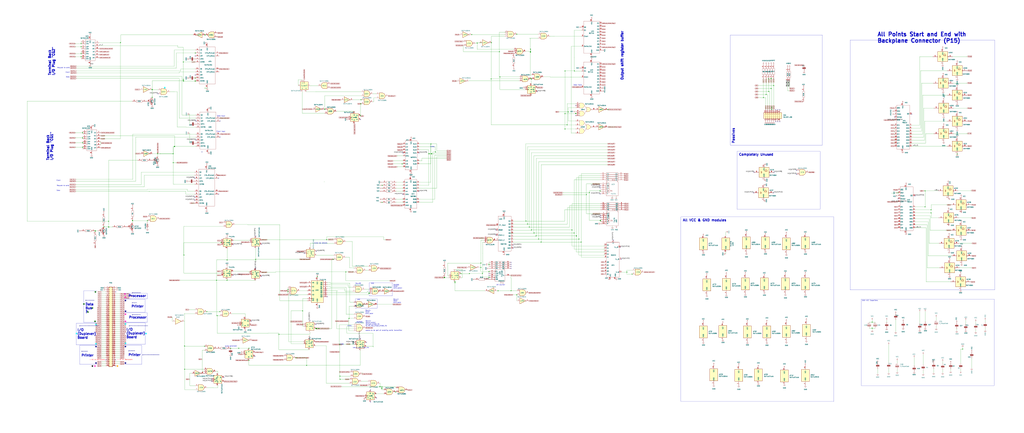
<source format=kicad_sch>
(kicad_sch (version 20230121) (generator eeschema)
  (paper "User" 1300 550.012)
  (junction (at 612.521 346.9721))
  (junction (at 259.7037 439.5127))
  (junction (at 634.6933 97.6122))
  (junction (at 275.6408 400.6596))
  (junction (at 431.546 437.2356))
  (junction (at 412.242 138.6332))
  (junction (at 104.9782 181.1274))
  (junction (at 232.9885 102.8736))
  (junction (at 605.8136 54.5781))
  (junction (at 193.2159 123.4891))
  (junction (at 564.388 352.4381))
  (junction (at 219.9132 206.502))
  (junction (at 564.183 352.3234))
  (junction (at 1182.0144 270.1798))
  (junction (at 401.1168 417.0426))
  (junction (at 595.911 347.3053))
  (junction (at 389.2989 463.8548))
  (junction (at 482.456 490.9798))
  (junction (at 598.8618 43.8504))
  (junction (at 484.8047 492.6269))
  (junction (at 667.7003 280.6446))
  (junction (at 458.3176 126.619))
  (junction (at 468.6808 372.1354))
  (junction (at 102.9716 71.882))
  (junction (at 1222.1817 443.1562))
  (junction (at 744.4994 247.0925))
  (junction (at 104.9782 186.9694))
  (junction (at 717.269 163.7538))
  (junction (at 969.2386 123.9002))
  (junction (at 802.513 347.9546))
  (junction (at 316.0632 442.1124))
  (junction (at 404.7236 417.0934))
  (junction (at 674.7002 100.1522))
  (junction (at 678.0405 295.788))
  (junction (at 412.242 138.5326))
  (junction (at 468.63 372.1354))
  (junction (at 221.5386 185.9838))
  (junction (at 502.3314 497.5431))
  (junction (at 730.9358 144.1196))
  (junction (at 726.1606 291.9476))
  (junction (at 233.5159 323.8254))
  (junction (at 262.5112 395.6304))
  (junction (at 458.3176 131.699))
  (junction (at 1107.2876 408.9908))
  (junction (at 468.7824 372.1354))
  (junction (at 564.388 352.3234))
  (junction (at 401.4058 417.0426))
  (junction (at 232.7123 102.3971))
  (junction (at 324.6147 329.184))
  (junction (at 729.2565 90.0299))
  (junction (at 564.4388 352.4381))
  (junction (at 104.9782 175.0314))
  (junction (at 401.5582 417.0426))
  (junction (at 232.7123 100.7358))
  (junction (at 137.9383 280.9259))
  (junction (at 401.1168 417.0934))
  (junction (at 402.844 351.1804))
  (junction (at 193.2159 113.8119))
  (junction (at 761.873 242.316))
  (junction (at 375.5136 454.152))
  (junction (at 423.4688 329.184))
  (junction (at 795.8582 345.4654))
  (junction (at 564.1322 352.4381))
  (junction (at 730.9358 144.018))
  (junction (at 234.326 468.7824))
  (junction (at 401.1168 416.941))
  (junction (at 577.576 357.4653))
  (junction (at 102.9716 68.072))
  (junction (at 656.0566 43.4086))
  (junction (at 673.4302 62.3824))
  (junction (at 632.3144 369.1382))
  (junction (at 731.7339 299.4335))
  (junction (at 168.2536 279.9853))
  (junction (at 365.5822 370.3066))
  (junction (at 280.6981 307.8988))
  (junction (at 585.196 347.3053))
  (junction (at 564.1322 352.2087))
  (junction (at 610.5303 333.9631))
  (junction (at 564.2338 352.3234))
  (junction (at 975.9442 99.8474))
  (junction (at 979.7647 135.9662))
  (junction (at 457.6572 146.6088))
  (junction (at 648.8244 369.0644))
  (junction (at 120.8825 293.0906))
  (junction (at 1174.3944 262.5598))
  (junction (at 221.5891 185.9838))
  (junction (at 671.9972 288.2646))
  (junction (at 200.025 195.0212))
  (junction (at 634.0348 65.6435))
  (junction (at 656.038 374.1952))
  (junction (at 102.9716 55.372))
  (junction (at 221.6218 185.9838))
  (junction (at 564.183 352.2087))
  (junction (at 564.0814 352.3234))
  (junction (at 482.456 490.837))
  (junction (at 673.4302 66.2862))
  (junction (at 484.6834 493.2032))
  (junction (at 401.4058 417.0934))
  (junction (at 292.7237 442.1035))
  (junction (at 234.2388 439.2563))
  (junction (at 484.9876 256.8956))
  (junction (at 247.9294 67.2592))
  (junction (at 1107.2876 416.6108))
  (junction (at 686.9793 307.3146))
  (junction (at 131.953 287.9852))
  (junction (at 365.5822 367.7666))
  (junction (at 728.9226 295.788))
  (junction (at 443.1284 404.1902))
  (junction (at 510.4638 208.0768))
  (junction (at 168.2536 280.0858))
  (junction (at 414.7372 304.292))
  (junction (at 152.9588 54.102))
  (junction (at 771.5758 139.0396))
  (junction (at 247.9294 102.8192))
  (junction (at 762.2794 280.1112))
  (junction (at 431.546 477.5454))
  (junction (at 288.2419 355.8032))
  (junction (at 401.5582 417.0934))
  (junction (at 978.8906 99.7204))
  (junction (at 717.2944 144.2946))
  (junction (at 620.776 344.7421))
  (junction (at 623.9256 54.1632))
  (junction (at 138.049 288.1879))
  (junction (at 288.2673 329.9071))
  (junction (at 719.9376 158.4417))
  (junction (at 120.9333 293.0652))
  (junction (at 439.0414 345.1606))
  (junction (at 564.1322 352.3234))
  (junction (at 721.4108 141.9773))
  (junction (at 547.0906 182.7276))
  (junction (at 762.2794 279.8793))
  (junction (at 193.2159 113.8428))
  (junction (at 102.9716 59.182))
  (junction (at 975.8608 116.1542))
  (junction (at 564.183 352.4381))
  (junction (at 734.9971 303.5046))
  (junction (at 978.8906 112.3442))
  (junction (at 982.2688 108.5342))
  (junction (at 669.7055 284.4546))
  (junction (at 260.3246 44.196))
  (junction (at 120.8317 293.0652))
  (junction (at 274.8734 355.8032))
  (junction (at 247.8024 102.8736))
  (junction (at 219.8758 195.1708))
  (junction (at 1140.1044 244.7798))
  (junction (at 623.5192 100.1522))
  (junction (at 187.1637 280.0858))
  (junction (at 680.6018 299.4335))
  (junction (at 547.9033 195.1254))
  (junction (at 673.4302 65.4304))
  (junction (at 564.3372 352.3234))
  (junction (at 737.792 307.3146))
  (junction (at 303.1032 442.1035))
  (junction (at 485.256 235.2294))
  (junction (at 978.8906 99.775))
  (junction (at 1215.2122 195.6308))
  (junction (at 247.9294 99.0092))
  (junction (at 748.3094 244.5098))
  (junction (at 731.7339 299.4122))
  (junction (at 544.5506 195.1254))
  (junction (at 468.6808 372.11))
  (junction (at 104.9782 168.4274))
  (junction (at 674.7187 291.9476))
  (junction (at 620.776 335.6864))
  (junction (at 610.5303 339.5331))
  (junction (at 979.7288 139.1412))
  (junction (at 683.8282 303.5046))
  (junction (at 972.6268 119.9642))
  (junction (at 620.776 352.1964))
  (junction (at 544.5506 195.2013))
  (junction (at 552.7802 192.9638))
  (junction (at 484.8047 490.9798))
  (junction (at 674.4427 100.1522))
  (junction (at 1182.0144 266.3698))
  (junction (at 1174.3944 242.2398))
  (junction (at 279.0444 395.6304))
  (junction (at 354.0678 424.5284))
  (junction (at 316.0404 457.3524))
  (junction (at 193.2159 113.6438))
  (junction (at 137.9383 288.1879))
  (junction (at 431.7746 481.5332))
  (junction (at 547.9034 195.2013))
  (junction (at 232.7123 78.6892))
  (junction (at 260.3246 44.2976))
  (junction (at 564.2338 352.4381))
  (junction (at 577.6224 358.8361))
  (junction (at 384.2512 394.6181))
  (junction (at 717.3057 90.0299))
  (no_connect (at 457.6572 151.6888))
  (no_connect (at 247.9294 95.1992))
  (no_connect (at 332.0288 350.774))
  (no_connect (at 761.873 238.506))
  (no_connect (at 984.8088 154.3812))
  (no_connect (at 648.716 340.7664))
  (no_connect (at 989.8888 139.1412))
  (no_connect (at 629.8184 298.4246))
  (no_connect (at 269.0224 481.6348))
  (no_connect (at 477.9728 505.1377))
  (no_connect (at 415.544 376.5804))
  (no_connect (at 146.9136 370.5098))
  (no_connect (at 987.3488 154.3812))
  (no_connect (at 248.7676 177.8))
  (no_connect (at 470.3528 494.9777))
  (no_connect (at 457.454 429.6156))
  (no_connect (at 620.776 347.1164))
  (no_connect (at 279.2476 173.99))
  (no_connect (at 648.716 333.1464))
  (no_connect (at 324.4088 340.614))
  (no_connect (at 1161.6944 248.5898))
  (no_connect (at 1135.8372 148.6408))
  (no_connect (at 511.5306 246.7864))
  (no_connect (at 956.6402 244.729))
  (no_connect (at 982.0402 244.729))
  (no_connect (at 531.8506 242.9764))
  (no_connect (at 957.2752 218.694))
  (no_connect (at 982.6752 218.694))
  (no_connect (at 470.3528 510.2177))
  (no_connect (at 984.8088 139.1412))
  (no_connect (at 401.1676 411.8356))
  (no_connect (at 393.5476 406.7556))
  (no_connect (at 762.2794 276.3012))
  (no_connect (at 277.5499 226.1616))
  (no_connect (at 277.5499 246.4816))
  (no_connect (at 730.9358 146.6596))
  (no_connect (at 730.9358 133.9596))
  (no_connect (at 295.9381 310.5404))
  (no_connect (at 762.2794 273.7612))
  (no_connect (at 295.8619 349.5302))
  (no_connect (at 682.1659 116.2103))
  (no_connect (at 247.0699 250.2916))
  (no_connect (at 511.7084 194.1576))
  (no_connect (at 532.0284 194.1576))
  (no_connect (at 629.8184 292.0746))
  (no_connect (at 651.4084 314.9346))
  (no_connect (at 651.4084 311.1246))
  (no_connect (at 247.0699 226.1616))
  (no_connect (at 247.0699 254.1016))
  (no_connect (at 1011.2502 216.154))
  (no_connect (at 1011.2502 221.234))
  (no_connect (at 761.873 246.126))
  (no_connect (at 332.2347 309.9308))
  (no_connect (at 256.3876 192.8368))
  (no_connect (at 761.873 235.966))
  (no_connect (at 648.716 338.2264))
  (no_connect (at 620.776 349.6564))
  (no_connect (at 134.2136 456.8698))
  (no_connect (at 146.9136 456.8698))
  (no_connect (at 146.9136 464.4898))
  (no_connect (at 648.716 335.6864))
  (no_connect (at 279.2476 153.67))
  (no_connect (at 248.7676 153.67))
  (no_connect (at 200.5584 118.9228))
  (no_connect (at 788.8732 328.9554))
  (no_connect (at 787.6032 313.7154))
  (no_connect (at 318.9986 407.5938))
  (no_connect (at 987.3488 139.1412))
  (no_connect (at 778.7132 304.8254))
  (no_connect (at 465.074 434.6956))
  (no_connect (at 284.2624 479.0948))
  (no_connect (at 1140.1044 252.3998))
  (no_connect (at 1157.4272 144.8308))
  (no_connect (at 269.0224 484.1748))
  (no_connect (at 386.4864 321.564))
  (no_connect (at 323.6832 452.2724))
  (no_connect (at 247.9294 71.0692))
  (no_connect (at 989.8888 154.3812))
  (no_connect (at 401.7264 319.024))
  (no_connect (at 324.6147 299.7708))
  (wire (pts (xy 276.38 472.0541) (xy 276.6424 472.0541)))
  (wire (pts (xy 390.0932 369.0366) (xy 380.8222 369.0366)))
  (wire (pts (xy 400.4056 438.8612) (xy 414.2232 438.8612)))
  (wire (pts (xy 720.4117 263.6012) (xy 720.4117 284.4546)))
  (wire (pts (xy 384.9116 143.6628) (xy 384.9116 143.7132)))
  (wire (pts (xy 564.388 352.4381) (xy 564.4388 352.4381)))
  (wire (pts (xy 550.6974 239.1664) (xy 531.8506 239.1664)))
  (wire (pts (xy 129.1336 375.5898) (xy 134.2136 375.5898)))
  (wire (pts (xy 477.5962 118.9482) (xy 477.5962 119.2276)))
  (wire (pts (xy 104.9782 186.9694) (xy 104.9782 188.7474)))
  (wire (pts (xy 449.326 345.1606) (xy 439.0414 345.1606)))
  (wire (pts (xy 200.236 195.0212) (xy 200.025 195.0212)))
  (wire (pts (xy 1227.9376 71.6788) (xy 1227.9122 71.6788)))
  (wire (pts (xy 511.9624 252.967) (xy 511.9624 253.2126)))
  (wire (pts (xy 442.1886 364.5154) (xy 447.548 364.5154)))
  (wire (pts (xy 189.2562 242.9556) (xy 96.4479 242.9556)))
  (wire (pts (xy 620.776 333.1464) (xy 620.776 335.6864)))
  (wire (pts (xy 468.6808 372.1354) (xy 468.6808 372.11)))
  (wire (pts (xy 269.0224 481.6348) (xy 269.0224 480.9744)))
  (wire (pts (xy 1020.8006 82.677) (xy 1020.8006 83.0072)))
  (wire (pts (xy 234.2388 439.2563) (xy 234.2388 444.6435)))
  (wire (pts (xy 673.6607 100.1522) (xy 674.4427 100.1522)))
  (wire (pts (xy 595.911 347.3053) (xy 595.911 347.1926)))
  (wire (pts (xy 444.8553 436.88) (xy 442.8487 436.88)))
  (wire (pts (xy 129.1336 388.2898) (xy 134.2136 388.2898)))
  (wire (pts (xy 723.0036 261.6708) (xy 723.0036 288.2646)))
  (wire (pts (xy 714.4084 247.0925) (xy 744.4994 247.0925)))
  (wire (pts (xy 247.8024 102.8192) (xy 247.9294 102.8192)))
  (wire (pts (xy 183.1889 222.3638) (xy 247.0699 222.3638)))
  (wire (pts (xy 288.2673 316.7888) (xy 288.2673 329.9071)))
  (wire (pts (xy 97.1296 99.568) (xy 227.3448 99.568)))
  (wire (pts (xy 972.6268 107.5182) (xy 972.5406 107.5182)))
  (wire (pts (xy 673.4302 65.4304) (xy 673.4302 66.2862)))
  (wire (pts (xy 587.0502 342.0983) (xy 586.8978 342.0983)))
  (wire (pts (xy 384.2512 379.1204) (xy 384.2512 394.6181)))
  (wire (pts (xy 247.0699 246.4308) (xy 247.0699 246.4816)))
  (wire (pts (xy 1203.6044 232.0798) (xy 1203.7822 232.0798)))
  (wire (pts (xy 468.63 372.11) (xy 468.6808 372.11)))
  (wire (pts (xy 324.6147 329.184) (xy 394.1064 329.184)))
  (wire (pts (xy 1227.7344 105.41) (xy 1227.7344 105.4608)))
  (wire (pts (xy 34.3591 280.9259) (xy 137.9383 280.9259)))
  (wire (pts (xy 717.3057 90.0299) (xy 729.2565 90.0299)))
  (wire (pts (xy 311.3786 402.336) (xy 311.2516 402.336)))
  (wire (pts (xy 667.7003 182.367) (xy 667.7003 280.6446)))
  (wire (pts (xy 129.1336 454.3298) (xy 134.2136 454.3298)))
  (wire (pts (xy 390.144 368.9604) (xy 390.0932 368.9604)))
  (wire (pts (xy 137.9129 374.0935) (xy 138.2694 374.0935)))
  (wire (pts (xy 401.4058 417.0426) (xy 401.1168 417.0426)))
  (wire (pts (xy 193.2159 102.6613) (xy 193.2159 113.6438)))
  (wire (pts (xy 146.9136 373.0498) (xy 151.9936 373.0498)))
  (wire (pts (xy 34.3591 280.9259) (xy 34.3591 128.5691)))
  (wire (pts (xy 1219.6417 443.1562) (xy 1222.1817 443.1562)))
  (wire (pts (xy 972.1088 123.9002) (xy 972.1088 139.1412)))
  (wire (pts (xy 1233.424 276.5298) (xy 1216.9394 276.5298)))
  (wire (pts (xy 771.4163 205.227) (xy 683.8282 205.227)))
  (wire (pts (xy 400.9136 417.0934) (xy 401.1168 417.0934)))
  (wire (pts (xy 129.1336 449.2498) (xy 134.2136 449.2498)))
  (wire (pts (xy 623.5192 100.1522) (xy 659.4602 100.1522)))
  (wire (pts (xy 248.8675 185.9438) (xy 248.8675 185.42)))
  (wire (pts (xy 728.9226 228.346) (xy 761.873 228.346)))
  (wire (pts (xy 1233.6117 454.5862) (xy 1233.6117 467.2862)))
  (wire (pts (xy 384.2512 394.6181) (xy 369.4489 394.6181)))
  (wire (pts (xy 487.1212 304.292) (xy 489.6104 304.292)))
  (wire (pts (xy 303.1032 442.1035) (xy 292.7237 442.1035)))
  (wire (pts (xy 127.8382 168.3766) (xy 127.8382 168.4274)))
  (wire (pts (xy 463.55 386.4356) (xy 459.8416 386.4356)))
  (wire (pts (xy 498.7036 386.3848) (xy 498.7036 386.4102)))
  (wire (pts (xy 303.1265 442.1035) (xy 303.1032 442.1035)))
  (wire (pts (xy 726.1606 312.3184) (xy 767.2832 312.3184)))
  (wire (pts (xy 1214.6026 419.7858) (xy 1214.6026 417.2458)))
  (wire (pts (xy 439.0414 356.3373) (xy 494.9981 356.3373)))
  (wire (pts (xy 731.266 90.1954) (xy 729.2565 90.1954)))
  (wire (pts (xy 607.1758 54.2494) (xy 611.4554 54.2494)))
  (wire (pts (xy 1178.2044 324.7898) (xy 1208.0494 324.7898)))
  (wire (pts (xy 978.8744 99.695) (xy 978.8906 99.695)))
  (wire (pts (xy 443.1284 404.1902) (xy 442.9042 404.1902)))
  (wire (pts (xy 385.1656 433.7812) (xy 366.6744 433.7812)))
  (wire (pts (xy 556.3152 193.0307) (xy 552.831 193.0307)))
  (wire (pts (xy 564.388 352.3234) (xy 564.388 352.4381)))
  (wire (pts (xy 189.2562 243.2987) (xy 189.2562 242.9556)))
  (wire (pts (xy 383.5908 101.2444) (xy 378.5108 101.2444)))
  (wire (pts (xy 1168.8572 162.6108) (xy 1168.8572 89.5858)))
  (wire (pts (xy 232.7123 78.6892) (xy 232.7123 100.7358)))
  (wire (pts (xy 771.4163 193.67) (xy 674.7187 193.67)))
  (wire (pts (xy 276.3734 400.7104) (xy 279.0444 400.7104)))
  (wire (pts (xy 442.9042 404.1902) (xy 442.9042 419.989)))
  (wire (pts (xy 772.4394 138.9888) (xy 772.4394 139.2682)))
  (wire (pts (xy 603.504 54.5781) (xy 603.504 55.0861)))
  (wire (pts (xy 487.9848 256.8956) (xy 487.9848 256.9464)))
  (wire (pts (xy 1161.6944 273.9898) (xy 1180.7444 273.9898)))
  (wire (pts (xy 1227.7598 137.3886) (xy 1227.7344 137.3886)))
  (wire (pts (xy 193.2159 123.4891) (xy 193.2159 123.769)))
  (wire (pts (xy 295.9381 304.9016) (xy 316.9947 304.9016)))
  (wire (pts (xy 193.7965 195.0212) (xy 200.025 195.0212)))
  (wire (pts (xy 235.9079 242.7729) (xy 189.3578 242.7729)))
  (wire (pts (xy 137.9383 288.4946) (xy 138.049 288.4946)))
  (polyline (pts (xy 122.1486 437.8198) (xy 96.7486 437.8198)))
  (wire (pts (xy 248.5644 99.0092) (xy 247.9294 99.0092)))
  (wire (pts (xy 412.242 121.5136) (xy 412.242 138.5326)))
  (wire (pts (xy 232.9885 102.3971) (xy 232.7123 102.3971)))
  (wire (pts (xy 792.5562 225.8031) (xy 792.5562 226.2066)))
  (wire (pts (xy 975.9442 106.9239) (xy 975.8608 106.9239)))
  (wire (pts (xy 511.5306 238.8362) (xy 511.5306 239.1664)))
  (wire (pts (xy 219.8758 186.4118) (xy 219.9132 206.502)))
  (wire (pts (xy 748.3094 279.8793) (xy 762.2794 279.8793)))
  (wire (pts (xy 1167.5872 158.8008) (xy 1167.5872 71.8058)))
  (wire (pts (xy 120.8317 293.0906) (xy 120.8317 293.0652)))
  (wire (pts (xy 623.5192 54.1632) (xy 623.5192 100.1522)))
  (wire (pts (xy 729.2565 73.0388) (xy 729.1246 73.0388)))
  (wire (pts (xy 146.9136 395.9098) (xy 151.9936 395.9098)))
  (wire (pts (xy 1188.5676 414.0708) (xy 1188.5676 416.6108)))
  (wire (pts (xy 232.7656 100.7358) (xy 232.7123 100.7358)))
  (wire (pts (xy 442.0362 361.3912) (xy 442.0362 361.3658)))
  (wire (pts (xy 448.9704 388.9502) (xy 443.1284 388.9502)))
  (wire (pts (xy 554.4312 191.2112) (xy 567.2074 191.2112)))
  (wire (pts (xy 512.4958 256.9464) (xy 511.5306 256.9464)))
  (wire (pts (xy 612.7092 321.31) (xy 612.7092 307.3146)))
  (polyline (pts (xy 158.2166 379.9078) (xy 184.1246 379.9078)))
  (wire (pts (xy 1180.7444 273.9898) (xy 1180.7444 292.4048)))
  (wire (pts (xy 511.7084 208.0768) (xy 511.7084 208.0514)))
  (wire (pts (xy 419.5064 364.617) (xy 419.5064 363.8804)))
  (wire (pts (xy 717.1993 90.0299) (xy 717.3057 90.0299)))
  (wire (pts (xy 442.1886 364.5151) (xy 442.1886 364.5154)))
  (wire (pts (xy 443.738 339.9572) (xy 449.326 339.9572)))
  (wire (pts (xy 146.9136 416.2298) (xy 151.9936 416.2298)))
  (wire (pts (xy 503.036 235.2294) (xy 511.6738 235.2294)))
  (wire (pts (xy 612.6584 321.31) (xy 612.6584 346.9721)))
  (wire (pts (xy 137.9383 280.9259) (xy 137.9383 203.5048)))
  (wire (pts (xy 1173.9372 177.8508) (xy 1173.9372 153.7208)))
  (wire (pts (xy 1172.6672 174.0408) (xy 1172.6672 137.2108)))
  (wire (pts (xy 504.5202 211.8614) (xy 504.2662 211.8614)))
  (wire (pts (xy 965.7334 123.9002) (xy 969.2386 123.9002)))
  (wire (pts (xy 444.2039 383.8702) (xy 444.2039 359.537)))
  (wire (pts (xy 288.3181 315.6204) (xy 288.3181 316.7888)))
  (wire (pts (xy 95.5802 175.0314) (xy 104.9782 175.0314)))
  (wire (pts (xy 289.7654 150.0293) (xy 284.6651 150.0293)))
  (wire (pts (xy 129.1336 373.0498) (xy 134.2136 373.0498)))
  (wire (pts (xy 717.2944 144.2946) (xy 717.2944 144.1196)))
  (polyline (pts (xy 184.3786 409.8798) (xy 184.3786 437.1848)))
  (wire (pts (xy 146.9136 436.5498) (xy 151.9936 436.5498)))
  (wire (pts (xy 394.4112 108.6612) (xy 403.7584 108.6612)))
  (wire (pts (xy 444.2039 383.8702) (xy 448.9704 383.8702)))
  (wire (pts (xy 448.818 412.369) (xy 430.9364 412.369)))
  (wire (pts (xy 414.7372 304.292) (xy 418.9984 304.292)))
  (wire (pts (xy 586.847 352.2583) (xy 587.0502 352.2583)))
  (wire (pts (xy 717.269 144.2946) (xy 717.269 163.7538)))
  (wire (pts (xy 1167.6126 395.6558) (xy 1167.6126 410.8958)))
  (wire (pts (xy 673.4302 62.3824) (xy 673.4302 48.8911)))
  (wire (pts (xy 656.0566 43.4086) (xy 656.0566 43.4594)))
  (wire (pts (xy 240.5888 157.48) (xy 240.5888 144.78)))
  (wire (pts (xy 221.6005 185.4829) (xy 221.6218 185.9838)))
  (wire (pts (xy 586.8978 342.2253) (xy 577.576 342.2253)))
  (wire (pts (xy 340.2342 422.8012) (xy 340.2342 422.9585)))
  (wire (pts (xy 717.3057 144.2946) (xy 717.2944 144.2946)))
  (wire (pts (xy 731.7339 319.9136) (xy 767.2832 319.9136)))
  (wire (pts (xy 656.038 374.1444) (xy 656.038 374.1952)))
  (wire (pts (xy 401.1168 417.0934) (xy 401.4058 417.0934)))
  (wire (pts (xy 431.7746 481.5332) (xy 443.4332 481.5332)))
  (wire (pts (xy 200.025 195.072) (xy 200.152 195.072)))
  (wire (pts (xy 95.7072 71.882) (xy 95.7072 72.39)))
  (wire (pts (xy 672.7698 48.3323) (xy 682.8931 48.3323)))
  (wire (pts (xy 982.0328 99.8595) (xy 982.0328 99.648)))
  (wire (pts (xy 482.456 490.837) (xy 433.6796 490.837)))
  (wire (pts (xy 502.9708 242.824) (xy 511.0527 242.824)))
  (wire (pts (xy 442.9042 419.989) (xy 448.818 419.989)))
  (wire (pts (xy 234.326 468.7824) (xy 258.9132 468.7824)))
  (wire (pts (xy 146.9136 459.4098) (xy 151.9936 459.4098)))
  (wire (pts (xy 129.1336 385.7498) (xy 134.2136 385.7498)))
  (wire (pts (xy 221.5884 185.3901) (xy 221.5884 185.9438)))
  (wire (pts (xy 595.911 347.3053) (xy 595.911 347.3704)))
  (wire (pts (xy 223.8182 86.36) (xy 97.1804 86.36)))
  (wire (pts (xy 142.7937 287.7047) (xy 142.9044 287.7047)))
  (wire (pts (xy 564.183 352.2087) (xy 564.2338 352.2087)))
  (wire (pts (xy 734.9971 223.266) (xy 761.873 223.266)))
  (wire (pts (xy 275.6408 422.9585) (xy 340.2342 422.9585)))
  (wire (pts (xy 440.2512 414.782) (xy 440.2512 422.9403)))
  (wire (pts (xy 129.1336 411.1498) (xy 134.2136 411.1498)))
  (wire (pts (xy 482.456 490.9798) (xy 482.456 491.0983)))
  (wire (pts (xy 1161.6944 285.4198) (xy 1176.9344 285.4198)))
  (wire (pts (xy 146.9136 428.9298) (xy 151.9936 428.9298)))
  (wire (pts (xy 401.1168 416.941) (xy 401.1676 416.941)))
  (wire (pts (xy 1125.7026 406.4508) (xy 1125.7026 408.9908)))
  (wire (pts (xy 632.3144 369.1382) (xy 630.936 369.1382)))
  (wire (pts (xy 277.6249 222.3008) (xy 277.5499 222.3008)))
  (wire (pts (xy 129.1336 428.9298) (xy 134.2136 428.9298)))
  (wire (pts (xy 1107.2876 416.6108) (xy 1107.2876 419.1508)))
  (wire (pts (xy 1134.6833 152.5739) (xy 1134.6833 152.4508)))
  (wire (pts (xy 1215.009 195.6308) (xy 1215.2122 195.6308)))
  (wire (pts (xy 419.5064 364.617) (xy 439.4454 364.617)))
  (wire (pts (xy 146.9136 444.1698) (xy 151.9936 444.1698)))
  (wire (pts (xy 423.4688 329.184) (xy 423.4688 329.1586)))
  (wire (pts (xy 484.8568 256.8956) (xy 484.9876 256.8956)))
  (wire (pts (xy 656.082 43.2562) (xy 656.082 43.2523)))
  (wire (pts (xy 414.7372 304.292) (xy 414.7372 300.6852)))
  (wire (pts (xy 771.4234 139.0396) (xy 771.5758 139.0396)))
  (wire (pts (xy 1233.4748 340.0552) (xy 1232.7128 340.0552)))
  (wire (pts (xy 564.1322 352.3234) (xy 564.1322 352.4381)))
  (wire (pts (xy 172.235 230.2048) (xy 96.5495 230.2048)))
  (wire (pts (xy 489.8961 231.5464) (xy 489.8961 231.4702)))
  (wire (pts (xy 1220.7494 308.991) (xy 1220.7494 308.9148)))
  (wire (pts (xy 1176.9344 340.0298) (xy 1192.8094 340.0298)))
  (wire (pts (xy 221.5884 185.3901) (xy 221.5599 185.3901)))
  (wire (pts (xy 384.9116 143.6628) (xy 383.5908 143.6628)))
  (wire (pts (xy 189.3578 243.2987) (xy 189.3578 242.7729)))
  (wire (pts (xy 234.326 494.538) (xy 247.788 494.538)))
  (wire (pts (xy 725.3986 168.8338) (xy 730.8342 168.8338)))
  (wire (pts (xy 623.5121 72.9234) (xy 623.5121 72.9488)))
  (wire (pts (xy 448.818 414.782) (xy 440.2512 414.782)))
  (wire (pts (xy 1131.8372 245.2878) (xy 1135.9388 245.2878)))
  (wire (pts (xy 393.5476 424.5284) (xy 354.0678 424.5284)))
  (wire (pts (xy 464.4136 343.1794) (xy 464.4136 343.3318)))
  (wire (pts (xy 224.8658 161.2289) (xy 236.4676 161.2289)))
  (wire (pts (xy 682.1659 111.1303) (xy 682.1659 112.4003)))
  (wire (pts (xy 568.2745 333.9631) (xy 610.5303 333.9631)))
  (wire (pts (xy 235.9079 246.4816) (xy 235.9079 242.7729)))
  (wire (pts (xy 648.2843 295.8846) (xy 651.3807 295.8592)))
  (wire (pts (xy 414.2232 438.8612) (xy 414.2232 486.5624)))
  (wire (pts (xy 225.8568 60.1254) (xy 232.7123 60.1254)))
  (wire (pts (xy 401.828 351.1804) (xy 402.844 351.1804)))
  (wire (pts (xy 146.9136 408.6098) (xy 151.9936 408.6098)))
  (wire (pts (xy 634.0348 40.8432) (xy 634.0348 65.6435)))
  (wire (pts (xy 355.313 285.1867) (xy 314.4937 285.1867)))
  (wire (pts (xy 620.776 335.6864) (xy 620.776 338.2264)))
  (wire (pts (xy 260.5982 44.1706) (xy 260.3246 44.1706)))
  (wire (pts (xy 419.481 371.5512) (xy 466.1154 371.5512)))
  (wire (pts (xy 634.6933 97.6122) (xy 634.0348 97.6122)))
  (wire (pts (xy 129.1336 459.4098) (xy 134.2136 459.4098)))
  (wire (pts (xy 275.5646 45.5676) (xy 275.5646 46.8376)))
  (wire (pts (xy 276.3734 400.6596) (xy 275.6408 400.6596)))
  (wire (pts (xy 221.6218 185.9838) (xy 221.7379 185.9838)))
  (wire (pts (xy 547.9034 195.1254) (xy 547.9033 195.1254)))
  (wire (pts (xy 437.896 369.3946) (xy 437.9214 369.3946)))
  (wire (pts (xy 612.6584 346.9721) (xy 612.521 346.9721)))
  (wire (pts (xy 547.9034 195.2013) (xy 547.9034 195.1254)))
  (wire (pts (xy 674.7187 291.9476) (xy 726.1606 291.9476)))
  (wire (pts (xy 551.8658 196.9516) (xy 551.8658 253.1618)))
  (wire (pts (xy 95.5802 181.1274) (xy 104.9782 181.1274)))
  (wire (pts (xy 447.4464 306.578) (xy 447.4464 338.201)))
  (wire (pts (xy 586.5114 102.3874) (xy 586.5114 102.8192)))
  (wire (pts (xy 401.1168 417.0426) (xy 401.1168 416.941)))
  (wire (pts (xy 232.7123 100.7358) (xy 232.7123 102.3971)))
  (wire (pts (xy 129.1336 413.6898) (xy 134.2136 413.6898)))
  (wire (pts (xy 219.8758 195.1708) (xy 219.8758 195.3818)))
  (wire (pts (xy 34.3591 128.5691) (xy 167.8159 128.5691)))
  (wire (pts (xy 1157.4272 166.4208) (xy 1170.1272 166.4208)))
  (wire (pts (xy 187.1637 280.0858) (xy 187.1637 282.6258)))
  (wire (pts (xy 1170.1272 105.4608) (xy 1184.7322 105.4608)))
  (wire (pts (xy 256.803 471.3564) (xy 256.803 471.3224)))
  (wire (pts (xy 233.5159 307.8988) (xy 280.6981 307.8988)))
  (wire (pts (xy 415.4244 309.0916) (xy 415.4244 309.118)))
  (wire (pts (xy 259.6388 112.014) (xy 263.1694 112.014)))
  (wire (pts (xy 401.1676 416.941) (xy 401.1676 416.9156)))
  (wire (pts (xy 404.7236 417.0426) (xy 404.7236 417.0934)))
  (wire (pts (xy 725.3986 169.0702) (xy 725.3986 168.8338)))
  (wire (pts (xy 577.6224 358.8361) (xy 577.5716 358.8361)))
  (wire (pts (xy 459.8416 386.4102) (xy 464.2104 386.4102)))
  (wire (pts (xy 218.186 402.6408) (xy 218.186 402.7424)))
  (wire (pts (xy 544.3824 195.1254) (xy 544.5506 195.1254)))
  (wire (pts (xy 703.6195 45.974) (xy 738.4034 45.974)))
  (wire (pts (xy 1175.2072 169.5958) (xy 1185.3672 169.5958)))
  (wire (pts (xy 678.0405 295.788) (xy 728.9226 295.788)))
  (wire (pts (xy 673.4556 95.928) (xy 673.4556 95.0722)))
  (wire (pts (xy 484.8047 490.9798) (xy 502.4741 490.9798)))
  (wire (pts (xy 96.2955 240.7712) (xy 187.0504 240.7712)))
  (wire (pts (xy 698.437 97.79) (xy 698.437 97.6122)))
  (wire (pts (xy 975.8608 116.1542) (xy 977.2142 116.1542)))
  (wire (pts (xy 762.2794 281.3812) (xy 762.2794 280.1112)))
  (wire (pts (xy 247.9294 91.3892) (xy 227.838 91.3892)))
  (wire (pts (xy 1172.0183 450.0186) (xy 1172.0183 462.7186)))
  (wire (pts (xy 263.028 491.998) (xy 270.5612 491.998)))
  (wire (pts (xy 1135.8372 170.2308) (xy 1135.8372 171.5008)))
  (wire (pts (xy 152.9588 54.102) (xy 125.8316 54.102)))
  (wire (pts (xy 634.0348 65.6435) (xy 588.264 65.6435)))
  (bus (pts (xy 108.8136 380.6698) (xy 108.8136 381.9398)))
  (wire (pts (xy 437.9214 369.5954) (xy 447.548 369.5954)))
  (wire (pts (xy 612.6584 321.31) (xy 612.7092 321.31)))
  (wire (pts (xy 767.2832 323.8754) (xy 767.2832 322.6054)))
  (wire (pts (xy 449.9617 141.1732) (xy 427.482 141.1732)))
  (wire (pts (xy 673.4302 95.928) (xy 673.4556 95.928)))
  (wire (pts (xy 731.7339 299.4122) (xy 731.7339 299.4335)))
  (wire (pts (xy 623.9256 45.9486) (xy 640.7912 45.9486)))
  (wire (pts (xy 981.982 108.3348) (xy 982.2688 108.3348)))
  (wire (pts (xy 248.0786 102.8192) (xy 247.9294 102.8192)))
  (wire (pts (xy 674.7187 193.67) (xy 674.7187 291.9476)))
  (wire (pts (xy 412.242 138.5326) (xy 412.242 138.6332)))
  (wire (pts (xy 547.0906 231.5464) (xy 531.8506 231.5464)))
  (wire (pts (xy 464.7692 338.2518) (xy 467.4616 338.2518)))
  (wire (pts (xy 1174.3944 242.2398) (xy 1174.3944 262.5598)))
  (wire (pts (xy 737.792 307.3146) (xy 737.792 326.4154)))
  (wire (pts (xy 978.8906 99.7204) (xy 978.8906 99.775)))
  (wire (pts (xy 418.9984 304.038) (xy 418.9984 304.292)))
  (wire (pts (xy 225.8208 78.6892) (xy 225.8314 78.6892)))
  (wire (pts (xy 467.7863 372.1354) (xy 467.7863 374.0658)))
  (wire (pts (xy 482.4306 486.4862) (xy 482.092 486.4862)))
  (wire (pts (xy 651.4084 288.2646) (xy 671.9972 288.2646)))
  (wire (pts (xy 474.0656 440.4868) (xy 473.5576 440.4868)))
  (wire (pts (xy 274.9323 400.6596) (xy 275.6408 400.6596)))
  (wire (pts (xy 554.4058 199.0344) (xy 567.2074 199.0344)))
  (wire (pts (xy 153.3398 53.975) (xy 153.4668 53.975)))
  (wire (pts (xy 1175.6644 289.2298) (xy 1161.6944 289.2298)))
  (wire (pts (xy 129.1336 383.2098) (xy 134.2136 383.2098)))
  (wire (pts (xy 623.9256 45.9486) (xy 623.9256 54.1632)))
  (wire (pts (xy 120.8825 293.0906) (xy 120.9333 293.0906)))
  (wire (pts (xy 731.9764 299.4122) (xy 731.7339 299.4122)))
  (wire (pts (xy 168.2536 279.9853) (xy 168.3044 279.9853)))
  (wire (pts (xy 1107.2876 406.4508) (xy 1107.2876 408.9908)))
  (wire (pts (xy 269.0224 484.1748) (xy 269.0224 483.4636)))
  (wire (pts (xy 332.2347 304.292) (xy 414.7372 304.292)))
  (wire (pts (xy 648.2843 295.8592) (xy 651.3807 295.8592)))
  (wire (pts (xy 673.4556 95.0722) (xy 674.7002 95.0722)))
  (wire (pts (xy 1135.8372 158.8008) (xy 1135.8372 160.0708)))
  (wire (pts (xy 419.5064 366.4458) (xy 437.896 366.4458)))
  (wire (pts (xy 1134.6833 152.4508) (xy 1135.8372 152.4508)))
  (wire (pts (xy 315.6325 345.694) (xy 316.7888 345.694)))
  (wire (pts (xy 476.906 500.0577) (xy 477.9728 500.0577)))
  (wire (pts (xy 234.0356 398.272) (xy 247.2436 398.272)))
  (wire (pts (xy 648.8244 369.1382) (xy 648.8244 369.0644)))
  (wire (pts (xy 127.8382 172.2374) (xy 221.5891 172.2374)))
  (wire (pts (xy 1185.3926 468.0458) (xy 1185.3517 473.0012)))
  (wire (pts (xy 468.8078 367.0808) (xy 468.8078 367.0554)))
  (wire (pts (xy 1161.6944 281.6098) (xy 1178.2044 281.6098)))
  (wire (pts (xy 763.8034 45.3644) (xy 763.8034 44.704)))
  (wire (pts (xy 564.1322 352.2087) (xy 564.0814 352.2087)))
  (wire (pts (xy 564.4388 352.3234) (xy 564.4388 352.4381)))
  (wire (pts (xy 247.8024 102.8736) (xy 232.9885 102.8736)))
  (wire (pts (xy 311.3786 402.336) (xy 311.3786 402.5138)))
  (wire (pts (xy 458.3176 131.699) (xy 457.962 131.699)))
  (wire (pts (xy 200.236 195.3818) (xy 219.8758 195.3818)))
  (wire (pts (xy 731.7339 299.4335) (xy 731.7339 319.9136)))
  (wire (pts (xy 236.4676 161.2289) (xy 236.4676 161.29)))
  (wire (pts (xy 225.8314 78.6892) (xy 225.8314 78.711)))
  (wire (pts (xy 673.4302 65.4304) (xy 673.4302 62.3824)))
  (polyline (pts (xy 96.7486 410.5148) (xy 96.7486 437.8198)))
  (wire (pts (xy 802.513 347.9546) (xy 795.8582 347.9546)))
  (wire (pts (xy 1196.7817 458.7772) (xy 1196.7817 461.5712)))
  (wire (pts (xy 419.5064 359.537) (xy 419.5064 358.8004)))
  (wire (pts (xy 316.3426 442.214) (xy 316.0721 442.214)))
  (wire (pts (xy 655.6248 43.4594) (xy 656.0566 43.4594)))
  (wire (pts (xy 510.4638 208.1276) (xy 511.7084 208.1276)))
  (wire (pts (xy 232.7123 60.1254) (xy 232.7123 78.6892)))
  (wire (pts (xy 129.1336 390.8298) (xy 134.2136 390.8298)))
  (wire (pts (xy 146.9136 418.7698) (xy 151.9936 418.7698)))
  (wire (pts (xy 401.5582 417.0934) (xy 404.7236 417.0934)))
  (wire (pts (xy 579.9328 102.87) (xy 579.2978 102.87)))
  (wire (pts (xy 247.396 78.74) (xy 247.9294 78.74)))
  (wire (pts (xy 369.4489 436.3212) (xy 385.1656 436.3212)))
  (wire (pts (xy 102.9716 71.882) (xy 102.9716 74.422)))
  (wire (pts (xy 394.1064 308.61) (xy 415.5174 308.61)))
  (wire (pts (xy 501.6363 497.5431) (xy 501.6363 497.3574)))
  (wire (pts (xy 564.3372 352.3234) (xy 564.388 352.3234)))
  (wire (pts (xy 680.6018 299.4335) (xy 680.5911 299.4335)))
  (wire (pts (xy 241.1476 157.48) (xy 240.5888 157.48)))
  (wire (pts (xy 671.3609 65.4304) (xy 673.4302 65.4304)))
  (wire (pts (xy 484.6834 493.2032) (xy 484.6834 495.0031)))
  (wire (pts (xy 621.4872 352.1964) (xy 620.776 352.1964)))
  (wire (pts (xy 544.5506 195.1254) (xy 547.9033 195.1254)))
  (wire (pts (xy 120.8825 292.7604) (xy 120.8825 293.0906)))
  (wire (pts (xy 484.8047 493.2032) (xy 484.6834 493.2032)))
  (wire (pts (xy 549.4274 192.9638) (xy 549.4274 256.9464)))
  (wire (pts (xy 726.1606 259.1308) (xy 726.2368 259.1308)))
  (wire (pts (xy 468.8078 367.0554) (xy 462.788 367.0554)))
  (wire (pts (xy 620.651 354.7117) (xy 620.4077 354.7117)))
  (wire (pts (xy 247.0445 246.4816) (xy 235.9079 246.4816)))
  (wire (pts (xy 365.5822 367.7666) (xy 365.5822 365.2266)))
  (wire (pts (xy 129.1336 395.9098) (xy 134.2136 395.9098)))
  (wire (pts (xy 221.4316 116.3828) (xy 215.7984 116.3828)))
  (polyline (pts (xy 186.9186 379.3998) (xy 158.2166 379.3998)))
  (wire (pts (xy 595.911 347.3053) (xy 585.196 347.3053)))
  (wire (pts (xy 443.1284 388.9502) (xy 443.1284 404.1902)))
  (wire (pts (xy 532.0284 186.5376) (xy 552.7802 186.5376)))
  (wire (pts (xy 221.4316 116.3139) (xy 221.4316 116.3828)))
  (wire (pts (xy 303.7586 410.1338) (xy 303.7586 411.4038)))
  (wire (pts (xy 511.5306 253.2126) (xy 511.5306 253.1364)))
  (wire (pts (xy 502.824 238.8362) (xy 511.5306 238.8362)))
  (wire (pts (xy 279.0444 395.6304) (xy 279.2513 395.6304)))
  (wire (pts (xy 314.4937 285.1867) (xy 314.4937 284.988)))
  (wire (pts (xy 239.3991 229.9716) (xy 239.3991 230.0224)))
  (wire (pts (xy 96.4479 234.3196) (xy 179.4043 234.3196)))
  (wire (pts (xy 962.3298 119.9642) (xy 972.6268 119.9642)))
  (wire (pts (xy 193.2159 113.6438) (xy 193.2159 113.8119)))
  (wire (pts (xy 731.7339 225.806) (xy 731.7339 299.4122)))
  (wire (pts (xy 120.8317 293.0906) (xy 120.8825 293.0906)))
  (wire (pts (xy 552.831 193.0307) (xy 552.831 192.9638)))
  (wire (pts (xy 683.8282 303.5046) (xy 734.9971 303.5046)))
  (wire (pts (xy 921.5374 294.4368) (xy 921.5374 299.5168)))
  (wire (pts (xy 285.9278 87.8332) (xy 285.9278 87.5792)))
  (wire (pts (xy 366.6744 374.0404) (xy 390.144 374.0404)))
  (wire (pts (xy 431.546 437.2356) (xy 449.834 437.2356)))
  (wire (pts (xy 120.7848 292.7096) (xy 120.8317 292.7096)))
  (wire (pts (xy 564.388 352.3234) (xy 564.4388 352.3234)))
  (wire (pts (xy 129.1336 398.4498) (xy 134.2136 398.4498)))
  (wire (pts (xy 586.847 352.3853) (xy 585.196 352.3853)))
  (wire (pts (xy 236.4676 161.29) (xy 248.7676 161.29)))
  (wire (pts (xy 610.6231 304.7746) (xy 614.5784 304.7746)))
  (wire (pts (xy 448.31 126.619) (xy 458.3176 126.619)))
  (wire (pts (xy 969.2386 99.7966) (xy 969.2386 123.9002)))
  (wire (pts (xy 972.5406 107.5182) (xy 972.5406 99.7966)))
  (wire (pts (xy 168.2536 280.0858) (xy 168.2536 282.9052)))
  (wire (pts (xy 104.9782 179.8574) (xy 104.9782 181.1274)))
  (wire (pts (xy 354.0678 424.5284) (xy 354.0678 443.9412)))
  (wire (pts (xy 430.9364 412.369) (xy 430.9364 437.2356)))
  (wire (pts (xy 1131.8372 245.4402) (xy 1131.8372 245.2878)))
  (wire (pts (xy 564.2338 352.2087) (xy 564.2338 352.3234)))
  (wire (pts (xy 564.2338 352.4381) (xy 564.388 352.4381)))
  (wire (pts (xy 233.8942 287.4264) (xy 233.4397 287.4264)))
  (wire (pts (xy 466.1154 369.6208) (xy 468.757 369.6208)))
  (wire (pts (xy 731.266 90.17) (xy 738.4034 90.17)))
  (wire (pts (xy 146.9136 441.6298) (xy 151.9936 441.6298)))
  (wire (pts (xy 767.2832 312.3184) (xy 767.2832 311.1754)))
  (wire (pts (xy 259.7037 439.5127) (xy 259.7037 439.5635)))
  (wire (pts (xy 725.3732 169.0702) (xy 725.3986 169.0702)))
  (wire (pts (xy 104.9782 181.1274) (xy 104.9782 182.3974)))
  (wire (pts (xy 355.313 285.1867) (xy 355.313 381.6604)))
  (polyline (pts (xy 186.9186 397.1798) (xy 186.9186 409.2448)))
  (wire (pts (xy 247.8024 102.8736) (xy 248.0786 102.8736)))
  (wire (pts (xy 648.8244 352.9862) (xy 648.8244 369.0644)))
  (wire (pts (xy 280.6219 346.8886) (xy 280.6219 346.9902)))
  (bus (pts (xy 163.4236 444.8048) (xy 163.4236 446.0748)))
  (wire (pts (xy 225.8568 57.8713) (xy 225.806 57.8713)))
  (wire (pts (xy 674.7002 98.4767) (xy 674.7002 100.1522)))
  (wire (pts (xy 1175.6644 357.8098) (xy 1206.7794 357.8098)))
  (wire (pts (xy 499.4402 208.0768) (xy 510.4638 208.0768)))
  (wire (pts (xy 651.4084 303.5046) (xy 683.8282 303.5046)))
  (wire (pts (xy 551.551 195.2244) (xy 551.551 195.2013)))
  (wire (pts (xy 276.6424 472.0541) (xy 276.6424 474.0148)))
  (wire (pts (xy 466.1154 369.6208) (xy 466.1154 371.5512)))
  (wire (pts (xy 146.9136 454.3298) (xy 151.9936 454.3298)))
  (wire (pts (xy 1227.9122 71.6788) (xy 1227.9122 71.8058)))
  (wire (pts (xy 129.1336 461.9498) (xy 134.2136 461.9498)))
  (wire (pts (xy 972.1088 123.9002) (xy 969.2386 123.9002)))
  (wire (pts (xy 433.6796 490.837) (xy 433.6796 490.6518)))
  (wire (pts (xy 129.1336 439.0898) (xy 134.2136 439.0898)))
  (wire (pts (xy 146.9136 449.2498) (xy 151.9936 449.2498)))
  (wire (pts (xy 231.0334 146.05) (xy 231.0334 97.0788)))
  (wire (pts (xy 620.776 335.6864) (xy 619.506 335.6864)))
  (wire (pts (xy 567.1864 200.9767) (xy 535.6904 200.9767)))
  (wire (pts (xy 474.4974 124.3076) (xy 477.5962 124.3076)))
  (wire (pts (xy 1232.7128 340.0298) (xy 1218.2094 340.0298)))
  (wire (pts (xy 419.481 371.5512) (xy 419.481 371.5004)))
  (wire (pts (xy 673.6842 66.2862) (xy 673.4302 66.2862)))
  (wire (pts (xy 247.8024 102.8192) (xy 247.8024 102.8736)))
  (wire (pts (xy 620.776 350.9264) (xy 620.776 352.1964)))
  (wire (pts (xy 476.906 500.0577) (xy 476.906 500.0831)))
  (wire (pts (xy 725.3732 58.674) (xy 725.3732 169.0702)))
  (wire (pts (xy 138.049 288.1122) (xy 132.0511 288.1122)))
  (wire (pts (xy 482.456 490.9798) (xy 484.8047 490.9798)))
  (wire (pts (xy 448.818 414.909) (xy 448.818 414.782)))
  (wire (pts (xy 656.1836 374.1952) (xy 656.038 374.1952)))
  (wire (pts (xy 316.9947 304.9016) (xy 316.9947 304.8508)))
  (wire (pts (xy 634.6933 97.6122) (xy 634.6933 113.6703)))
  (wire (pts (xy 634.6933 97.6122) (xy 659.4602 97.6122)))
  (polyline (pts (xy 158.3436 438.4548) (xy 179.9336 438.4548)))
  (wire (pts (xy 729.2565 90.0299) (xy 729.2565 73.0388)))
  (wire (pts (xy 129.1336 393.3698) (xy 134.2136 393.3698)))
  (wire (pts (xy 1227.9122 71.8058) (xy 1209.4972 71.8058)))
  (wire (pts (xy 483.9716 369.57) (xy 483.997 369.57)))
  (wire (pts (xy 146.9136 411.1498) (xy 151.9936 411.1498)))
  (wire (pts (xy 324.6147 331.3827) (xy 324.5399 331.3827)))
  (wire (pts (xy 979.7647 135.9662) (xy 979.7288 139.1412)))
  (wire (pts (xy 404.7236 417.0934) (xy 421.132 417.0934)))
  (wire (pts (xy 531.8506 253.1686) (xy 531.8506 253.1364)))
  (wire (pts (xy 478.79 386.3848) (xy 498.7036 386.3848)))
  (wire (pts (xy 717.0928 266.7508) (xy 717.0928 266.1412)))
  (wire (pts (xy 969.2386 123.9953) (xy 969.2386 123.9002)))
  (wire (pts (xy 276.3734 400.7104) (xy 276.3734 400.6596)))
  (wire (pts (xy 256.8538 444.6775) (xy 256.8538 444.6435)))
  (wire (pts (xy 223.8436 67.2592) (xy 247.9294 67.2592)))
  (wire (pts (xy 225.806 57.912) (xy 125.8316 57.912)))
  (wire (pts (xy 218.7448 402.6408) (xy 218.7448 407.924)))
  (wire (pts (xy 1135.8372 162.6108) (xy 1135.8372 164.5158)))
  (wire (pts (xy 673.4302 62.3824) (xy 673.6842 62.3824)))
  (wire (pts (xy 683.8282 205.227) (xy 683.8282 303.5046)))
  (wire (pts (xy 761.873 233.426) (xy 744.4994 233.426)))
  (wire (pts (xy 219.9132 206.502) (xy 219.8545 233.7487)))
  (wire (pts (xy 459.6892 472.8464) (xy 459.6892 474.7514)))
  (wire (pts (xy 129.1336 370.5098) (xy 134.2136 370.5098)))
  (wire (pts (xy 483.9716 369.6208) (xy 483.9716 369.57)))
  (wire (pts (xy 419.5064 374.0404) (xy 415.544 374.0404)))
  (wire (pts (xy 221.5884 185.8458) (xy 221.5482 185.8458)))
  (wire (pts (xy 95.377 55.372) (xy 95.377 55.88)))
  (wire (pts (xy 427.5871 417.449) (xy 448.818 417.449)))
  (wire (pts (xy 484.8047 492.6269) (xy 484.6834 492.6269)))
  (polyline (pts (xy 158.9786 437.1848) (xy 184.3786 437.1848)))
  (wire (pts (xy 610.5303 344.7421) (xy 610.5303 339.5331)))
  (wire (pts (xy 608.5491 339.5331) (xy 610.5303 339.5331)))
  (wire (pts (xy 792.5562 225.8031) (xy 792.353 225.8031)))
  (wire (pts (xy 120.7848 292.7096) (xy 120.7848 292.7604)))
  (wire (pts (xy 761.873 242.316) (xy 760.603 242.316)))
  (wire (pts (xy 535.6904 204.3176) (xy 532.0284 204.3176)))
  (wire (pts (xy 439.0414 345.1606) (xy 349.9639 345.1606)))
  (wire (pts (xy 127.8382 179.8574) (xy 127.8382 183.6674)))
  (wire (pts (xy 719.9376 158.6738) (xy 730.8342 158.6738)))
  (wire (pts (xy 256.8849 444.6775) (xy 256.8538 444.6775)))
  (wire (pts (xy 795.8582 342.8746) (xy 802.513 342.8746)))
  (wire (pts (xy 610.5303 333.9631) (xy 610.5303 339.5331)))
  (wire (pts (xy 277.6249 222.2754) (xy 277.6249 222.3008)))
  (wire (pts (xy 962.3298 108.5342) (xy 982.2688 108.5342)))
  (wire (pts (xy 431.546 477.5454) (xy 444.4492 477.5454)))
  (wire (pts (xy 761.873 243.586) (xy 761.873 242.316)))
  (wire (pts (xy 723.0036 261.6708) (xy 723.0544 261.6708)))
  (wire (pts (xy 1128.2426 437.5658) (xy 1128.2426 460.4258)))
  (wire (pts (xy 656.076 43.551) (xy 655.6248 43.551)))
  (wire (pts (xy 133.1063 273.1008) (xy 133.223 273.1008)))
  (wire (pts (xy 748.3094 244.5098) (xy 714.4084 244.5098)))
  (wire (pts (xy 279.0444 395.5796) (xy 279.0444 395.6304)))
  (wire (pts (xy 332.0288 345.694) (xy 349.9639 345.694)))
  (wire (pts (xy 95.5802 186.9694) (xy 104.9782 186.9694)))
  (wire (pts (xy 728.9226 295.788) (xy 728.9226 316.2554)))
  (wire (pts (xy 259.6388 112.014) (xy 259.6388 111.7092)))
  (wire (pts (xy 168.3299 227.868) (xy 168.3299 227.8172)))
  (wire (pts (xy 978.8906 112.3442) (xy 979.7647 112.3442)))
  (wire (pts (xy 442.8487 436.88) (xy 442.8487 437.388)))
  (wire (pts (xy 247.9482 67.2084) (xy 247.9294 67.2084)))
  (wire (pts (xy 245.0846 44.2976) (xy 153.4668 44.2976)))
  (wire (pts (xy 1135.8372 181.6608) (xy 1135.8372 179.7558)))
  (wire (pts (xy 595.1728 102.8192) (xy 595.1728 102.743)))
  (wire (pts (xy 1175.0294 262.5598) (xy 1174.3944 262.5598)))
  (wire (pts (xy 1219.6417 460.9599) (xy 1219.6417 443.1562)))
  (wire (pts (xy 146.9136 431.4698) (xy 151.9936 431.4698)))
  (wire (pts (xy 652.2212 73.3552) (xy 652.1958 73.3552)))
  (wire (pts (xy 457.962 134.4168) (xy 457.6572 134.4168)))
  (wire (pts (xy 95.6564 68.072) (xy 102.9716 68.072)))
  (wire (pts (xy 1114.2726 468.0458) (xy 1114.2726 474.3958)))
  (wire (pts (xy 129.1336 464.4898) (xy 134.2136 464.4898)))
  (wire (pts (xy 438.7088 326.5642) (xy 438.7088 326.644)))
  (wire (pts (xy 554.4058 199.0344) (xy 554.4058 239.141)))
  (polyline (pts (xy 123.0376 369.2398) (xy 106.1466 369.2398)))
  (wire (pts (xy 697.8283 45.7923) (xy 703.6195 45.7923)))
  (wire (pts (xy 651.4084 307.3146) (xy 686.9793 307.3146)))
  (polyline (pts (xy 158.4706 409.2448) (xy 186.9186 409.2448)))
  (wire (pts (xy 430.9364 437.2356) (xy 431.546 437.2356)))
  (wire (pts (xy 316.3426 442.1124) (xy 316.3426 442.214)))
  (wire (pts (xy 232.7123 78.6892) (xy 247.396 78.6892)))
  (wire (pts (xy 672.7698 48.8911) (xy 672.7698 48.3323)))
  (wire (pts (xy 1238.7326 408.3558) (xy 1238.7326 410.8958)))
  (wire (pts (xy 564.1322 352.2087) (xy 564.183 352.2087)))
  (wire (pts (xy 564.0814 352.3234) (xy 564.0814 352.4381)))
  (wire (pts (xy 102.9716 59.182) (xy 102.9716 61.722)))
  (wire (pts (xy 1174.5976 395.6558) (xy 1174.5976 408.3558)))
  (wire (pts (xy 390.0932 368.9604) (xy 390.0932 369.0366)))
  (wire (pts (xy 612.5127 346.9721) (xy 612.5127 351.6323)))
  (wire (pts (xy 730.8342 153.5938) (xy 721.4108 153.5938)))
  (wire (pts (xy 468.6808 372.11) (xy 468.7824 372.1354)))
  (wire (pts (xy 674.7002 98.4767) (xy 673.6607 98.4767)))
  (wire (pts (xy 384.2512 394.6181) (xy 384.2512 414.3756)))
  (polyline (pts (xy 179.9336 438.4548) (xy 179.9336 462.5848)))
  (wire (pts (xy 431.546 481.5332) (xy 431.7746 481.5332)))
  (wire (pts (xy 256.803 471.3564) (xy 256.8849 471.3564)))
  (wire (pts (xy 415.5174 308.61) (xy 415.5174 309.0916)))
  (wire (pts (xy 607.1758 54.5781) (xy 605.8136 54.5781)))
  (wire (pts (xy 411.9372 230.886) (xy 411.5562 230.886)))
  (wire (pts (xy 129.1336 423.8498) (xy 134.2136 423.8498)))
  (wire (pts (xy 256.803 471.3224) (xy 258.9132 471.3224)))
  (wire (pts (xy 240.6396 168.91) (xy 240.6904 168.91)))
  (wire (pts (xy 179.4043 218.5416) (xy 247.0699 218.5416)))
  (wire (pts (xy 717.269 163.7538) (xy 730.8342 163.7538)))
  (wire (pts (xy 233.5159 323.8254) (xy 233.5159 346.8886)))
  (wire (pts (xy 1139.0376 457.8858) (xy 1139.0376 460.9338)))
  (wire (pts (xy 564.0814 352.2087) (xy 564.0814 352.3234)))
  (wire (pts (xy 587.0502 352.2583) (xy 587.0502 342.0983)))
  (wire (pts (xy 240.5888 144.78) (xy 240.6904 144.78)))
  (wire (pts (xy 686.9793 209.037) (xy 686.9793 307.3146)))
  (bus (pts (xy 167.8686 371.1448) (xy 167.8686 372.4148)))
  (wire (pts (xy 127.8382 176.0474) (xy 152.9588 176.0474)))
  (wire (pts (xy 218.7448 407.924) (xy 218.8464 407.924)))
  (wire (pts (xy 168.4133 177.1396) (xy 168.4133 170.18)))
  (wire (pts (xy 1111.0976 416.6108) (xy 1107.2876 416.6108)))
  (wire (pts (xy 748.3094 242.3668) (xy 748.3094 244.5098)))
  (wire (pts (xy 464.4136 343.3318) (xy 467.4616 343.3318)))
  (wire (pts (xy 262.5112 395.732) (xy 262.4836 395.732)))
  (wire (pts (xy 486.7351 231.4194) (xy 486.7351 231.4448)))
  (wire (pts (xy 1250.7567 406.3262) (xy 1250.7567 408.8662)))
  (wire (pts (xy 458.2922 116.4336) (xy 458.2922 116.3828)))
  (wire (pts (xy 303.1032 442.1124) (xy 316.0632 442.1124)))
  (wire (pts (xy 544.5506 195.2013) (xy 544.5506 235.3564)))
  (polyline (pts (xy 158.3436 409.8798) (xy 184.3786 409.8798)))
  (wire (pts (xy 1179.4744 308.9148) (xy 1192.1744 308.9148)))
  (wire (pts (xy 468.6808 372.1354) (xy 468.63 372.1354)))
  (wire (pts (xy 483.997 369.6208) (xy 483.9716 369.6208)))
  (wire (pts (xy 504.317 197.9676) (xy 511.7084 197.9676)))
  (wire (pts (xy 1182.0144 270.1798) (xy 1182.0144 276.5298)))
  (wire (pts (xy 680.6018 299.4335) (xy 731.7339 299.4335)))
  (wire (pts (xy 153.3398 53.975) (xy 153.3398 54.102)))
  (wire (pts (xy 142.7937 288.1879) (xy 142.7937 287.7047)))
  (wire (pts (xy 979.7288 135.9662) (xy 979.7647 135.9662)))
  (wire (pts (xy 442.1632 364.5151) (xy 442.1886 364.5151)))
  (wire (pts (xy 1157.4272 158.8008) (xy 1167.5872 158.8008)))
  (wire (pts (xy 623.5192 100.1522) (xy 623.5192 158.4417)))
  (wire (pts (xy 288.2673 329.9071) (xy 288.2673 331.547)))
  (wire (pts (xy 129.1336 421.3098) (xy 134.2136 421.3098)))
  (wire (pts (xy 225.806 57.8713) (xy 225.806 57.912)))
  (wire (pts (xy 611.4046 54.2409) (xy 611.4046 54.1632)))
  (wire (pts (xy 487.1212 300.6852) (xy 487.1212 304.292)))
  (wire (pts (xy 771.5758 139.2682) (xy 771.5758 139.0396)))
  (wire (pts (xy 1171.3972 170.2308) (xy 1171.3972 120.7008)))
  (wire (pts (xy 239.4499 229.9716) (xy 239.3991 229.9716)))
  (wire (pts (xy 284.2624 479.4504) (xy 284.2624 479.0948)))
  (wire (pts (xy 234.0864 407.416) (xy 234.2388 407.416)))
  (wire (pts (xy 556.3152 193.068) (xy 567.1864 193.068)))
  (wire (pts (xy 1167.5872 71.8058) (xy 1184.0972 71.8058)))
  (wire (pts (xy 588.899 102.3874) (xy 586.5114 102.3874)))
  (wire (pts (xy 129.1336 380.6698) (xy 134.2136 380.6698)))
  (wire (pts (xy 564.0814 352.4381) (xy 564.1322 352.4381)))
  (wire (pts (xy 375.5136 454.152) (xy 389.2989 454.152)))
  (polyline (pts (xy 186.9186 372.4148) (xy 186.9186 379.3998)))
  (wire (pts (xy 243.4506 257.9116) (xy 247.0699 257.9116)))
  (wire (pts (xy 979.7647 112.3442) (xy 979.7647 135.9662)))
  (wire (pts (xy 544.5506 195.2013) (xy 547.9034 195.2013)))
  (wire (pts (xy 260.5982 44.1706) (xy 260.5982 44.196)))
  (wire (pts (xy 248.0786 102.8736) (xy 248.0786 102.8192)))
  (wire (pts (xy 564.183 352.3234) (xy 564.183 352.4381)))
  (wire (pts (xy 999.871 103.4542) (xy 999.871 115.1128)))
  (wire (pts (xy 431.546 437.2356) (xy 431.546 477.5454)))
  (wire (pts (xy 485.1456 238.8362) (xy 485.1456 238.9886)))
  (wire (pts (xy 1196.7817 469.1912) (xy 1196.7817 473.0012)))
  (wire (pts (xy 262.2767 395.6304) (xy 262.5112 395.6304)))
  (wire (pts (xy 669.7055 186.177) (xy 669.7055 284.4546)))
  (wire (pts (xy 431.7746 481.5332) (xy 431.7746 481.4824)))
  (wire (pts (xy 189.2562 243.2987) (xy 189.3578 243.2987)))
  (wire (pts (xy 1157.4272 185.4708) (xy 1202.5122 185.4708)))
  (wire (pts (xy 200.152 195.072) (xy 200.152 198.4248)))
  (wire (pts (xy 120.9333 293.0652) (xy 124.333 293.0652)))
  (wire (pts (xy 547.0906 182.7276) (xy 547.0906 231.5464)))
  (wire (pts (xy 221.5386 185.9838) (xy 221.5891 185.9838)))
  (wire (pts (xy 437.896 366.4458) (xy 437.896 369.3946)))
  (wire (pts (xy 510.5146 204.3176) (xy 511.7084 204.3176)))
  (wire (pts (xy 552.7802 186.5376) (xy 552.7802 192.9638)))
  (wire (pts (xy 132.0511 288.1122) (xy 132.0511 287.9852)))
  (wire (pts (xy 671.3609 65.1002) (xy 667.6898 65.1002)))
  (wire (pts (xy 620.4077 354.7117) (xy 620.4077 354.7364)))
  (wire (pts (xy 129.1336 444.1698) (xy 134.2136 444.1698)))
  (wire (pts (xy 324.4088 355.854) (xy 288.2419 355.854)))
  (wire (pts (xy 730.9358 131.4958) (xy 730.9358 131.4196)))
  (wire (pts (xy 419.5064 366.4458) (xy 419.5064 366.4204)))
  (wire (pts (xy 648.2843 295.8592) (xy 648.2843 295.8846)))
  (wire (pts (xy 168.4428 177.1396) (xy 168.4133 177.1396)))
  (wire (pts (xy 737.792 326.4154) (xy 767.2832 326.4154)))
  (wire (pts (xy 731.7339 225.806) (xy 761.873 225.806)))
  (wire (pts (xy 315.6325 344.4502) (xy 315.6325 345.694)))
  (wire (pts (xy 449.326 339.9572) (xy 449.326 340.6394)))
  (wire (pts (xy 717.0674 266.7508) (xy 717.0928 266.7508)))
  (wire (pts (xy 588.264 52.7932) (xy 588.264 52.5461)))
  (wire (pts (xy 246.7143 242.7732) (xy 237.9767 242.7732)))
  (wire (pts (xy 482.456 486.3598) (xy 482.4306 486.3598)))
  (wire (pts (xy 442.0362 361.3658) (xy 419.5064 361.3658)))
  (wire (pts (xy 981.982 99.8595) (xy 982.0328 99.8595)))
  (wire (pts (xy 725.3732 58.674) (xy 738.4034 58.674)))
  (wire (pts (xy 354.0678 422.8012) (xy 354.0678 424.5284)))
  (wire (pts (xy 1172.6672 137.2108) (xy 1185.3672 137.2108)))
  (wire (pts (xy 172.1547 173.99) (xy 248.7676 173.99)))
  (wire (pts (xy 104.9782 186.2074) (xy 104.9782 186.9694)))
  (wire (pts (xy 595.1728 102.743) (xy 658.7236 102.743)))
  (wire (pts (xy 274.9323 358.3186) (xy 274.8734 358.3186)))
  (wire (pts (xy 1135.8372 175.9458) (xy 1135.8372 177.8508)))
  (wire (pts (xy 260.5982 44.196) (xy 260.3246 44.196)))
  (wire (pts (xy 721.4108 141.9773) (xy 710.0352 141.9773)))
  (wire (pts (xy 1180.7444 292.4048) (xy 1207.4144 292.4048)))
  (wire (pts (xy 729.1246 38.354) (xy 738.4034 38.354)))
  (wire (pts (xy 221.5891 172.2374) (xy 221.5891 185.9838)))
  (wire (pts (xy 262.3099 209.6516) (xy 262.6298 209.6516)))
  (wire (pts (xy 795.8582 347.9546) (xy 795.8582 345.4654)))
  (wire (pts (xy 962.3298 116.1542) (xy 975.8608 116.1542)))
  (wire (pts (xy 610.6231 304.7746) (xy 610.6231 333.9631)))
  (wire (pts (xy 419.481 371.5004) (xy 415.544 371.5004)))
  (wire (pts (xy 1176.9344 285.4198) (xy 1176.9344 340.0298)))
  (wire (pts (xy 605.9152 62.6379) (xy 605.9152 62.5602)))
  (wire (pts (xy 204.0108 195.3418) (xy 204.0108 195.3818)))
  (wire (pts (xy 234.0864 407.924) (xy 234.0864 407.416)))
  (wire (pts (xy 680.6018 299.6946) (xy 680.6018 299.4335)))
  (polyline (pts (xy 106.1466 409.3718) (xy 122.7836 409.3718)))
  (wire (pts (xy 777.113 248.666) (xy 777.113 249.936)))
  (wire (pts (xy 389.2989 463.8548) (xy 457.454 463.8548)))
  (wire (pts (xy 677.8698 197.5903) (xy 771.1374 197.5903)))
  (polyline (pts (xy 184.1246 379.9078) (xy 184.1246 396.6718)))
  (wire (pts (xy 1182.0144 270.1798) (xy 1161.6944 270.1798)))
  (wire (pts (xy 457.6572 134.4168) (xy 457.6572 146.6088)))
  (wire (pts (xy 234.0356 398.272) (xy 234.0356 398.0688)))
  (wire (pts (xy 611.4046 54.1632) (xy 608.6856 54.1632)))
  (wire (pts (xy 1232.7382 242.2398) (xy 1216.3044 242.2398)))
  (wire (pts (xy 729.1246 38.354) (xy 729.1246 73.0388)))
  (wire (pts (xy 457.454 444.8556) (xy 457.454 463.8548)))
  (wire (pts (xy 598.8618 43.8504) (xy 598.8618 43.9928)))
  (wire (pts (xy 228.4476 355.8032) (xy 274.8734 355.8032)))
  (wire (pts (xy 427.5871 369.6716) (xy 428.1459 369.6716)))
  (wire (pts (xy 400.939 116.4844) (xy 400.939 116.3828)))
  (wire (pts (xy 612.5127 351.6323) (xy 621.4872 351.6323)))
  (wire (pts (xy 95.4322 168.4274) (xy 104.9782 168.4274)))
  (wire (pts (xy 484.8047 490.9798) (xy 484.8047 492.6269)))
  (wire (pts (xy 611.4554 54.2409) (xy 611.4554 54.2494)))
  (wire (pts (xy 227.838 91.3892) (xy 227.838 92.6592)))
  (wire (pts (xy 1188.5676 402.6408) (xy 1188.5676 406.4508)))
  (wire (pts (xy 234.326 439.5127) (xy 259.7037 439.5127)))
  (wire (pts (xy 1139.5964 256.3114) (xy 1139.5964 256.2098)))
  (wire (pts (xy 247.788 489.5211) (xy 247.788 489.458)))
  (wire (pts (xy 389.2989 454.152) (xy 389.2989 463.8548)))
  (wire (pts (xy 447.4464 338.201) (xy 464.7692 338.201)))
  (wire (pts (xy 392.7856 443.9412) (xy 354.0678 443.9412)))
  (wire (pts (xy 146.9136 421.3098) (xy 151.9936 421.3098)))
  (wire (pts (xy 439.0414 345.1606) (xy 439.0414 356.3373)))
  (wire (pts (xy 615.696 369.1382) (xy 577.6224 369.1382)))
  (wire (pts (xy 247.396 78.74) (xy 247.396 78.6892)))
  (wire (pts (xy 564.183 352.4381) (xy 564.2338 352.4381)))
  (wire (pts (xy 137.9383 203.5048) (xy 174.752 203.5048)))
  (wire (pts (xy 247.1928 393.0904) (xy 240.2921 393.0904)))
  (wire (pts (xy 610.0318 302.2346) (xy 614.5784 302.2346)))
  (wire (pts (xy 965.7334 123.7742) (xy 962.3298 123.7742)))
  (wire (pts (xy 730.9358 144.1196) (xy 730.9358 144.018)))
  (wire (pts (xy 458.597 126.619) (xy 458.3176 126.619)))
  (wire (pts (xy 200.236 195.3818) (xy 200.236 195.0212)))
  (wire (pts (xy 605.8136 62.6379) (xy 605.9152 62.6379)))
  (wire (pts (xy 504.2662 211.8614) (xy 504.2662 211.9376)))
  (wire (pts (xy 577.6224 357.9602) (xy 577.6224 358.8361)))
  (wire (pts (xy 499.4402 204.2668) (xy 510.5146 204.2668)))
  (wire (pts (xy 262.5112 395.6304) (xy 262.5112 395.732)))
  (wire (pts (xy 502.8021 252.967) (xy 511.9624 252.967)))
  (wire (pts (xy 288.3181 316.7888) (xy 288.2673 316.7888)))
  (wire (pts (xy 730.1633 143.9672) (xy 730.9358 143.9672)))
  (wire (pts (xy 332.2347 304.292) (xy 332.2347 304.8508)))
  (wire (pts (xy 146.9136 383.2098) (xy 151.9936 383.2098)))
  (wire (pts (xy 276.38 471.3224) (xy 274.1532 471.3224)))
  (wire (pts (xy 979.7288 139.1412) (xy 979.7647 139.1412)))
  (wire (pts (xy 1128.2426 468.0458) (xy 1128.2426 473.1258)))
  (wire (pts (xy 737.792 220.726) (xy 737.792 307.3146)))
  (wire (pts (xy 129.1336 436.5498) (xy 134.2136 436.5498)))
  (wire (pts (xy 771.4163 186.177) (xy 669.7055 186.177)))
  (wire (pts (xy 634.6933 113.6703) (xy 666.9259 113.6703)))
  (wire (pts (xy 512.4958 256.8956) (xy 512.4958 256.9464)))
  (wire (pts (xy 232.7656 102.6613) (xy 232.7656 100.7358)))
  (wire (pts (xy 246.8413 242.6716) (xy 247.0699 242.6716)))
  (wire (pts (xy 788.8732 345.4654) (xy 795.8582 345.4654)))
  (wire (pts (xy 588.264 65.6435) (xy 588.264 57.6261)))
  (wire (pts (xy 146.9136 434.0098) (xy 151.9936 434.0098)))
  (wire (pts (xy 179.4043 218.5416) (xy 179.4043 234.3196)))
  (wire (pts (xy 95.6818 59.182) (xy 102.9716 59.182)))
  (wire (pts (xy 726.2368 258.5212) (xy 762.2794 258.5212)))
  (bus (pts (xy 103.7336 445.4398) (xy 103.7336 446.7098)))
  (wire (pts (xy 1137.1326 405.8158) (xy 1137.1326 421.0558)))
  (wire (pts (xy 978.8906 99.695) (xy 978.8906 99.7204)))
  (wire (pts (xy 730.9358 143.9672) (xy 730.9358 144.018)))
  (wire (pts (xy 187.1637 280.0858) (xy 187.2488 280.0858)))
  (wire (pts (xy 295.9381 304.9016) (xy 295.9381 305.4604)))
  (wire (pts (xy 730.9358 136.4996) (xy 721.4108 136.4996)))
  (wire (pts (xy 288.2419 355.8032) (xy 288.2419 354.6102)))
  (wire (pts (xy 411.5562 230.886) (xy 411.5562 231.1146)))
  (wire (pts (xy 1111.0976 408.9908) (xy 1107.2876 408.9908)))
  (wire (pts (xy 146.9136 426.3898) (xy 151.9936 426.3898)))
  (wire (pts (xy 620.776 344.7421) (xy 620.776 345.8464)))
  (wire (pts (xy 129.1336 400.9898) (xy 134.2136 400.9898)))
  (wire (pts (xy 1182.0144 266.3698) (xy 1161.6944 266.3698)))
  (wire (pts (xy 442.0362 361.3912) (xy 442.1632 361.3912)))
  (wire (pts (xy 231.0334 146.05) (xy 248.7676 146.05)))
  (wire (pts (xy 981.982 99.8595) (xy 981.982 108.3348)))
  (wire (pts (xy 355.313 381.6604) (xy 390.144 381.6604)))
  (wire (pts (xy 1157.4272 181.6608) (xy 1175.2072 181.6608)))
  (wire (pts (xy 389.2989 463.8548) (xy 316.0404 463.8548)))
  (wire (pts (xy 160.6336 283.2862) (xy 160.6336 283.337)))
  (wire (pts (xy 656.038 374.1952) (xy 651.5676 374.1952)))
  (wire (pts (xy 1171.3972 120.7008) (xy 1202.5122 120.7008)))
  (wire (pts (xy 504.317 197.8914) (xy 504.5202 197.8914)))
  (wire (pts (xy 450.0372 141.5288) (xy 449.9617 141.5288)))
  (wire (pts (xy 237.9767 242.7732) (xy 237.9767 240.2117)))
  (wire (pts (xy 484.8047 490.4035) (xy 484.8047 490.9798)))
  (wire (pts (xy 415.4244 309.0916) (xy 415.5174 309.0916)))
  (wire (pts (xy 598.8364 43.8504) (xy 598.8618 43.8504)))
  (wire (pts (xy 120.9333 293.0906) (xy 120.9333 293.0652)))
  (wire (pts (xy 354.0678 422.8012) (xy 340.2342 422.8012)))
  (wire (pts (xy 535.6904 200.9767) (xy 535.6904 204.3176)))
  (wire (pts (xy 1206.9417 468.5562) (xy 1206.9417 471.0962)))
  (wire (pts (xy 762.2794 279.8793) (xy 762.2794 278.8412)))
  (wire (pts (xy 623.5192 158.4417) (xy 719.9376 158.4417)))
  (bus (pts (xy 101.1936 413.0548) (xy 101.1936 414.3248)))
  (wire (pts (xy 146.9136 400.9898) (xy 151.9936 400.9898)))
  (wire (pts (xy 501.6363 497.3574) (xy 500.888 497.3574)))
  (wire (pts (xy 975.9442 106.9239) (xy 975.9442 99.8474)))
  (wire (pts (xy 729.2565 90.0299) (xy 729.2565 90.1954)))
  (wire (pts (xy 1107.2876 408.9908) (xy 1103.4776 408.9908)))
  (wire (pts (xy 419.5064 361.3404) (xy 415.544 361.3404)))
  (wire (pts (xy 771.4163 209.037) (xy 686.9793 209.037)))
  (wire (pts (xy 717.0928 266.1412) (xy 762.2794 266.1412)))
  (wire (pts (xy 698.437 97.6122) (xy 689.9402 97.6122)))
  (wire (pts (xy 95.6564 68.072) (xy 95.6564 68.58)))
  (wire (pts (xy 239.3991 230.0224) (xy 238.8149 230.0224)))
  (wire (pts (xy 546.8156 208.1276) (xy 532.0284 208.1276)))
  (wire (pts (xy 982.0328 99.648) (xy 982.0474 99.648)))
  (wire (pts (xy 401.4058 417.0426) (xy 401.5582 417.0426)))
  (wire (pts (xy 567.2074 196.9516) (xy 567.2074 197.104)))
  (wire (pts (xy 1232.7128 340.0552) (xy 1232.7128 340.0298)))
  (wire (pts (xy 152.9588 54.102) (xy 152.9588 176.0474)))
  (wire (pts (xy 279.2513 395.5796) (xy 279.2513 395.6304)))
  (wire (pts (xy 1228.2932 169.4688) (xy 1228.2932 169.5958)))
  (wire (pts (xy 698.437 97.79) (xy 738.4034 97.79)))
  (wire (pts (xy 473.5322 118.9736) (xy 473.5322 118.9482)))
  (wire (pts (xy 482.5773 491.0983) (xy 482.5773 490.9798)))
  (wire (pts (xy 225.8208 78.711) (xy 225.8314 78.711)))
  (wire (pts (xy 979.7288 139.1412) (xy 979.7288 135.9662)))
  (wire (pts (xy 129.1336 408.6098) (xy 134.2136 408.6098)))
  (wire (pts (xy 464.4136 343.1794) (xy 464.566 343.1794)))
  (wire (pts (xy 474.0656 440.4868) (xy 474.0656 439.7756)))
  (wire (pts (xy 1157.4272 162.6108) (xy 1168.8572 162.6108)))
  (wire (pts (xy 431.546 477.5454) (xy 431.546 481.5332)))
  (wire (pts (xy 748.3094 244.5098) (xy 748.3094 279.8793)))
  (wire (pts (xy 221.5681 233.7816) (xy 247.0699 233.7816)))
  (wire (pts (xy 1107.2876 416.6108) (xy 1103.4776 416.6108)))
  (wire (pts (xy 502.3314 497.5431) (xy 501.6363 497.5431)))
  (wire (pts (xy 160.6336 287.9852) (xy 160.6844 287.9852)))
  (wire (pts (xy 464.7692 338.201) (xy 464.7692 338.2518)))
  (wire (pts (xy 187.0504 240.7712) (xy 187.0504 240.2117)))
  (wire (pts (xy 554.4058 239.141) (xy 550.6974 239.141)))
  (wire (pts (xy 656.0566 43.2562) (xy 656.0566 43.4086)))
  (wire (pts (xy 247.9294 67.2592) (xy 247.9482 67.2592)))
  (wire (pts (xy 168.2536 280.0858) (xy 187.1637 280.0858)))
  (wire (pts (xy 720.4117 263.6012) (xy 762.2794 263.6012)))
  (wire (pts (xy 532.0284 190.3476) (xy 544.3824 190.3476)))
  (wire (pts (xy 390.144 379.1204) (xy 384.2512 379.1204)))
  (wire (pts (xy 1139.0376 468.5538) (xy 1139.0376 471.8558)))
  (wire (pts (xy 262.5112 395.6304) (xy 279.0444 395.6304)))
  (wire (pts (xy 444.4492 477.2914) (xy 444.4492 477.5454)))
  (wire (pts (xy 632.3144 369.1382) (xy 632.3144 368.9521)))
  (wire (pts (xy 468.7824 372.1354) (xy 468.757 372.1608)))
  (wire (pts (xy 651.4084 295.8846) (xy 678.0405 295.8846)))
  (wire (pts (xy 667.7003 280.6446) (xy 651.4084 280.6446)))
  (wire (pts (xy 457.962 131.699) (xy 457.962 134.4168)))
  (wire (pts (xy 511.6738 235.2294) (xy 511.6738 235.3564)))
  (wire (pts (xy 247.2436 393.192) (xy 247.1928 393.192)))
  (wire (pts (xy 138.049 288.1879) (xy 142.7937 288.1879)))
  (wire (pts (xy 129.1336 406.0698) (xy 134.2136 406.0698)))
  (wire (pts (xy 1228.2932 169.5958) (xy 1210.7672 169.5958)))
  (wire (pts (xy 248.8675 185.42) (xy 248.7676 185.42)))
  (wire (pts (xy 419.5064 358.8004) (xy 415.544 358.8004)))
  (polyline (pts (xy 122.7836 437.8198) (xy 122.1486 437.8198)))
  (wire (pts (xy 577.5716 358.8361) (xy 577.5716 358.8746)))
  (wire (pts (xy 274.9002 331.4962) (xy 274.8734 331.4962)))
  (wire (pts (xy 146.9136 385.7498) (xy 151.9936 385.7498)))
  (wire (pts (xy 200.5584 113.8428) (xy 193.2159 113.8428)))
  (wire (pts (xy 723.0544 261.0612) (xy 762.2794 261.0612)))
  (wire (pts (xy 564.1322 352.2087) (xy 564.1322 352.3234)))
  (wire (pts (xy 223.8436 86.4108) (xy 223.8182 86.4108)))
  (wire (pts (xy 577.576 357.9602) (xy 577.576 357.4653)))
  (wire (pts (xy 634.0348 65.6435) (xy 634.0348 97.6122)))
  (wire (pts (xy 129.1336 403.5298) (xy 134.2136 403.5298)))
  (wire (pts (xy 234.2388 398.0688) (xy 234.2388 439.2563)))
  (wire (pts (xy 761.873 242.316) (xy 761.873 241.046)))
  (wire (pts (xy 366.6744 433.7812) (xy 366.6744 374.0404)))
  (wire (pts (xy 1232.9922 276.6822) (xy 1233.424 276.6822)))
  (wire (pts (xy 1226.0326 406.4508) (xy 1226.0326 411.5308)))
  (wire (pts (xy 485.3712 235.2294) (xy 485.256 235.2294)))
  (wire (pts (xy 428.1459 368.9604) (xy 415.544 368.9604)))
  (bus (pts (xy 164.0586 413.0548) (xy 164.0586 414.3248)))
  (wire (pts (xy 369.4489 394.6181) (xy 369.4489 436.3212)))
  (wire (pts (xy 183.1889 237.3168) (xy 96.3463 237.3168)))
  (wire (pts (xy 401.1168 417.0934) (xy 401.1168 417.0426)))
  (wire (pts (xy 275.6408 400.6596) (xy 275.6408 422.9585)))
  (wire (pts (xy 172.235 230.2048) (xy 172.235 180.9496)))
  (wire (pts (xy 1170.1272 166.4208) (xy 1170.1272 105.4608)))
  (wire (pts (xy 473.5576 440.4868) (xy 473.5576 422.9403)))
  (wire (pts (xy 419.5064 359.537) (xy 444.2039 359.537)))
  (wire (pts (xy 974.6488 119.9642) (xy 974.6488 139.1412)))
  (wire (pts (xy 177.9759 113.6438) (xy 177.9759 113.339)))
  (wire (pts (xy 730.1633 144.018) (xy 730.1633 143.9672)))
  (wire (pts (xy 612.521 347.1926) (xy 595.911 347.1926)))
  (wire (pts (xy 510.5146 204.2668) (xy 510.5146 204.3176)))
  (wire (pts (xy 673.4302 66.2862) (xy 673.4302 95.928)))
  (wire (pts (xy 468.8078 367.0808) (xy 468.757 367.0808)))
  (wire (pts (xy 975.2584 99.8474) (xy 975.9442 99.8474)))
  (wire (pts (xy 586.8978 342.0983) (xy 586.8978 342.2253)))
  (wire (pts (xy 550.6974 239.141) (xy 550.6974 239.1664)))
  (wire (pts (xy 227.3448 149.86) (xy 227.3448 99.568)))
  (wire (pts (xy 598.8618 43.9928) (xy 598.8812 43.9928)))
  (wire (pts (xy 104.9782 167.1574) (xy 104.9782 168.4274)))
  (wire (pts (xy 232.9885 102.8736) (xy 232.7123 102.8736)))
  (wire (pts (xy 229.531 87.5792) (xy 229.531 90.1192)))
  (wire (pts (xy 975.8608 106.9239) (xy 975.8608 116.1542)))
  (wire (pts (xy 564.183 352.3234) (xy 564.2338 352.3234)))
  (wire (pts (xy 468.63 372.1354) (xy 468.63 372.11)))
  (wire (pts (xy 1002.411 112.3442) (xy 1002.411 103.4542)))
  (wire (pts (xy 714.4084 247.0925) (xy 714.4084 247.2001)))
  (wire (pts (xy 193.2159 113.8119) (xy 193.2159 113.8428)))
  (wire (pts (xy 658.7236 102.6922) (xy 659.4602 102.6922)))
  (wire (pts (xy 544.5506 235.3564) (xy 531.8506 235.3564)))
  (wire (pts (xy 726.1606 259.1308) (xy 726.1606 291.9476)))
  (wire (pts (xy 204.0108 195.3418) (xy 202.7755 195.3418)))
  (wire (pts (xy 202.7755 195.3418) (xy 202.7755 195.1708)))
  (wire (pts (xy 1250.7567 416.4862) (xy 1250.7567 419.0262)))
  (wire (pts (xy 240.9392 473.8624) (xy 243.6732 473.8624)))
  (wire (pts (xy 767.2832 319.9136) (xy 767.2832 318.7954)))
  (wire (pts (xy 731.9764 299.4122) (xy 731.9764 299.5428)))
  (wire (pts (xy 439.2168 306.578) (xy 447.4464 306.578)))
  (wire (pts (xy 320.3812 446.4812) (xy 320.178 446.4812)))
  (wire (pts (xy 674.4427 100.1522) (xy 674.4427 106.0503)))
  (wire (pts (xy 586.847 352.2583) (xy 586.847 352.3853)))
  (wire (pts (xy 511.0527 242.824) (xy 511.0527 242.9764)))
  (wire (pts (xy 95.377 55.372) (xy 102.9716 55.372)))
  (wire (pts (xy 127.7733 168.3512) (xy 127.7733 168.3766)))
  (wire (pts (xy 223.8436 67.2592) (xy 223.8436 86.4108)))
  (wire (pts (xy 221.5269 185.9643) (xy 221.5599 185.9643)))
  (wire (pts (xy 549.4274 192.9638) (xy 552.7802 192.9638)))
  (wire (pts (xy 458.2922 121.5136) (xy 412.242 121.5136)))
  (wire (pts (xy 598.8618 43.8504) (xy 640.7912 43.8504)))
  (wire (pts (xy 1172.0183 470.3386) (xy 1172.0167 474.2712)))
  (wire (pts (xy 137.9383 288.1879) (xy 137.9383 280.9259)))
  (wire (pts (xy 324.6147 329.184) (xy 324.6147 331.3827)))
  (wire (pts (xy 95.7072 71.882) (xy 102.9716 71.882)))
  (wire (pts (xy 393.7508 108.8644) (xy 394.4112 108.8644)))
  (wire (pts (xy 474.4974 129.159) (xy 474.4974 124.3076)))
  (wire (pts (xy 1182.0144 260.0198) (xy 1182.0144 266.3698)))
  (wire (pts (xy 172.1547 180.9496) (xy 172.1547 173.99)))
  (wire (pts (xy 544.5506 195.2013) (xy 544.5506 195.1254)))
  (wire (pts (xy 168.4428 227.868) (xy 168.4428 177.1396)))
  (wire (pts (xy 965.7334 123.9002) (xy 965.7334 123.7742)))
  (bus (pts (xy 167.8686 399.0848) (xy 167.8686 400.3548)))
  (wire (pts (xy 517.7141 494.8864) (xy 517.7141 495.0031)))
  (wire (pts (xy 378.5108 108.8644) (xy 378.5108 101.2444)))
  (wire (pts (xy 1173.1244 242.2398) (xy 1174.3944 242.2398)))
  (wire (pts (xy 129.1336 418.7698) (xy 134.2136 418.7698)))
  (wire (pts (xy 132.0511 287.9852) (xy 131.953 287.9852)))
  (wire (pts (xy 274.8734 355.8032) (xy 288.2419 355.8032)))
  (wire (pts (xy 792.353 225.8031) (xy 792.353 225.806)))
  (wire (pts (xy 427.5871 369.6716) (xy 427.5871 417.449)))
  (wire (pts (xy 423.9768 304.038) (xy 418.9984 304.038)))
  (wire (pts (xy 1135.9388 244.7798) (xy 1140.1044 244.7798)))
  (wire (pts (xy 168.2536 280.0858) (xy 168.2536 279.9853)))
  (wire (pts (xy 1182.0144 276.5298) (xy 1191.5394 276.5298)))
  (wire (pts (xy 697.8283 45.9701) (xy 697.8283 45.7923)))
  (wire (pts (xy 102.9716 52.832) (xy 102.9716 55.372)))
  (wire (pts (xy 260.3246 44.196) (xy 260.3246 44.2976)))
  (wire (pts (xy 762.2794 280.1112) (xy 761.0094 280.1112)))
  (wire (pts (xy 146.9136 451.7898) (xy 151.9936 451.7898)))
  (wire (pts (xy 227.3448 149.86) (xy 248.7676 149.86)))
  (wire (pts (xy 502.4741 497.5431) (xy 502.3314 497.5431)))
  (wire (pts (xy 229.531 90.1192) (xy 97.1804 90.1192)))
  (wire (pts (xy 468.63 372.1354) (xy 467.7863 372.1354)))
  (wire (pts (xy 771.4163 189.987) (xy 671.9972 189.987)))
  (wire (pts (xy 678.0405 295.788) (xy 677.8698 295.788)))
  (wire (pts (xy 731.266 90.1954) (xy 731.266 90.17)))
  (wire (pts (xy 146.9136 393.3698) (xy 151.9936 393.3698)))
  (wire (pts (xy 458.2922 116.3828) (xy 400.939 116.3828)))
  (wire (pts (xy 655.6248 43.551) (xy 655.6248 43.4594)))
  (wire (pts (xy 146.9136 375.5898) (xy 151.9936 375.5898)))
  (polyline (pts (xy 106.1466 369.2398) (xy 106.1466 409.3718)))
  (wire (pts (xy 233.5159 307.8988) (xy 233.5159 323.8254)))
  (wire (pts (xy 221.5269 185.9643) (xy 221.5269 185.9438)))
  (wire (pts (xy 474.0656 439.7756) (xy 465.074 439.7756)))
  (wire (pts (xy 962.3298 112.3442) (xy 978.8906 112.3442)))
  (wire (pts (xy 95.6818 59.182) (xy 95.6818 59.69)))
  (wire (pts (xy 288.2419 355.8032) (xy 288.2419 355.854)))
  (wire (pts (xy 233.4397 287.4264) (xy 233.4397 323.8254)))
  (wire (pts (xy 104.9782 168.4274) (xy 104.9782 169.6974)))
  (wire (pts (xy 97.0788 97.0788) (xy 231.0334 97.0788)))
  (wire (pts (xy 401.4058 417.0426) (xy 401.4058 417.0934)))
  (wire (pts (xy 129.1336 378.1298) (xy 134.2136 378.1298)))
  (wire (pts (xy 241.1476 181.61) (xy 240.6396 181.61)))
  (wire (pts (xy 476.906 500.0831) (xy 487.0914 500.0831)))
  (wire (pts (xy 473.5576 129.159) (xy 474.4974 129.159)))
  (wire (pts (xy 547.9034 195.2013) (xy 551.551 195.2013)))
  (wire (pts (xy 656.038 369.0644) (xy 648.8244 369.0644)))
  (wire (pts (xy 1227.7344 105.4608) (xy 1210.1322 105.4608)))
  (wire (pts (xy 678.0405 295.8846) (xy 678.0405 295.788)))
  (wire (pts (xy 221.5681 233.7487) (xy 221.5681 233.7816)))
  (wire (pts (xy 714.4084 244.4022) (xy 714.4084 244.5098)))
  (wire (pts (xy 502.4741 490.9798) (xy 502.4741 492.4631)))
  (wire (pts (xy 247.9294 78.74) (xy 247.9294 78.6892)))
  (wire (pts (xy 146.9136 423.8498) (xy 151.9936 423.8498)))
  (wire (pts (xy 442.1632 361.3912) (xy 442.1632 364.5151)))
  (wire (pts (xy 247.9482 67.2592) (xy 247.9482 67.2084)))
  (wire (pts (xy 218.186 402.6408) (xy 218.7448 402.6408)))
  (wire (pts (xy 120.8317 293.0652) (xy 120.9333 293.0652)))
  (wire (pts (xy 552.831 192.9638) (xy 552.7802 192.9638)))
  (polyline (pts (xy 158.3436 397.1798) (xy 186.9186 397.1798)))
  (wire (pts (xy 294.2844 398.1704) (xy 311.2516 398.1704)))
  (wire (pts (xy 457.6572 146.6088) (xy 457.6572 147.3454)))
  (polyline (pts (xy 158.3436 462.5848) (xy 179.9336 462.5848)))
  (wire (pts (xy 564.0814 352.3234) (xy 564.1322 352.3234)))
  (wire (pts (xy 671.3609 65.4304) (xy 671.3609 65.1002)))
  (wire (pts (xy 549.4274 256.9464) (xy 531.8506 256.9464)))
  (wire (pts (xy 610.5303 344.7421) (xy 620.776 344.7421)))
  (wire (pts (xy 384.2512 414.3756) (xy 385.9276 414.3756)))
  (wire (pts (xy 651.4084 284.4546) (xy 669.7055 284.4546)))
  (wire (pts (xy 401.7264 324.104) (xy 423.4688 324.104)))
  (wire (pts (xy 219.8758 185.9838) (xy 221.5386 185.9838)))
  (wire (pts (xy 719.9376 158.4417) (xy 719.9376 158.6738)))
  (wire (pts (xy 129.1336 434.0098) (xy 134.2136 434.0098)))
  (wire (pts (xy 421.132 417.0934) (xy 421.132 329.184)))
  (wire (pts (xy 270.5612 491.998) (xy 270.5612 492.1332)))
  (wire (pts (xy 240.6396 181.61) (xy 240.6396 168.91)))
  (wire (pts (xy 146.9136 406.0698) (xy 151.9936 406.0698)))
  (wire (pts (xy 393.5476 421.9956) (xy 393.5476 424.5284)))
  (wire (pts (xy 383.5908 116.4844) (xy 383.5908 143.6628)))
  (wire (pts (xy 129.1336 416.2298) (xy 134.2136 416.2298)))
  (wire (pts (xy 485.044 238.8362) (xy 485.1456 238.8362)))
  (wire (pts (xy 977.2142 139.1412) (xy 977.1888 139.1412)))
  (wire (pts (xy 651.4084 299.6946) (xy 680.6018 299.6946)))
  (wire (pts (xy 280.6219 346.8886) (xy 233.5159 346.8886)))
  (wire (pts (xy 1168.8572 89.5858) (xy 1202.5122 89.5858)))
  (wire (pts (xy 782.193 248.666) (xy 782.193 249.936)))
  (wire (pts (xy 612.521 346.9721) (xy 612.5127 346.9721)))
  (wire (pts (xy 394.1064 313.944) (xy 394.1064 308.61)))
  (wire (pts (xy 1222.1817 443.1799) (xy 1222.1817 443.1562)))
  (wire (pts (xy 680.5911 201.1559) (xy 680.5911 299.4335)))
  (wire (pts (xy 717.269 164.1146) (xy 717.269 163.7538)))
  (wire (pts (xy 247.1928 393.192) (xy 247.1928 393.0904)))
  (wire (pts (xy 127.7733 168.3766) (xy 127.8382 168.3766)))
  (wire (pts (xy 723.0544 261.6708) (xy 723.0544 261.0612)))
  (wire (pts (xy 129.1336 446.7098) (xy 134.2136 446.7098)))
  (wire (pts (xy 564.2338 352.3234) (xy 564.2338 352.4381)))
  (wire (pts (xy 168.4428 227.868) (xy 168.3299 227.868)))
  (wire (pts (xy 719.9376 131.4958) (xy 730.9358 131.4958)))
  (wire (pts (xy 401.1168 416.941) (xy 401.1168 416.2552)))
  (wire (pts (xy 999.871 115.1128) (xy 1002.4364 115.1128)))
  (wire (pts (xy 146.9136 390.8298) (xy 151.9936 390.8298)))
  (wire (pts (xy 172.235 180.9496) (xy 172.1547 180.9496)))
  (wire (pts (xy 225.8208 78.6892) (xy 225.8208 78.711)))
  (wire (pts (xy 608.4824 302.2348) (xy 610.0318 302.2348)))
  (wire (pts (xy 564.1322 352.4381) (xy 564.183 352.4381)))
  (wire (pts (xy 419.5064 374.0658) (xy 419.5064 374.0404)))
  (wire (pts (xy 761.873 220.726) (xy 737.792 220.726)))
  (wire (pts (xy 124.9845 297.6383) (xy 124.9845 297.5113)))
  (wire (pts (xy 674.4427 106.0503) (xy 674.5459 106.0503)))
  (wire (pts (xy 603.504 54.5781) (xy 605.8136 54.5781)))
  (wire (pts (xy 137.9383 288.1879) (xy 137.9383 288.4946)))
  (wire (pts (xy 531.8506 253.1686) (xy 551.8658 253.1618)))
  (wire (pts (xy 1219.6417 471.1199) (xy 1219.6417 468.5799)))
  (wire (pts (xy 146.9136 388.2898) (xy 151.9936 388.2898)))
  (wire (pts (xy 401.5582 417.0934) (xy 401.5582 417.0426)))
  (wire (pts (xy 734.9971 303.5046) (xy 734.9971 323.8754)))
  (wire (pts (xy 365.5822 370.3066) (xy 365.5822 367.7666)))
  (wire (pts (xy 978.8906 99.775) (xy 978.8906 112.3442)))
  (wire (pts (xy 457.454 430.3268) (xy 457.454 429.6156)))
  (wire (pts (xy 612.521 347.1926) (xy 612.521 346.9721)))
  (wire (pts (xy 221.4372 63.4492) (xy 221.4372 83.9724)))
  (wire (pts (xy 146.9136 378.1298) (xy 151.9936 378.1298)))
  (wire (pts (xy 1157.4272 174.0408) (xy 1172.6672 174.0408)))
  (wire (pts (xy 564.2338 352.3234) (xy 564.3372 352.3234)))
  (wire (pts (xy 288.2419 338.1002) (xy 288.2419 339.3702)))
  (wire (pts (xy 221.5386 185.9838) (xy 221.5386 186.0451)))
  (wire (pts (xy 972.6268 119.9642) (xy 972.6268 107.5182)))
  (wire (pts (xy 1238.7326 418.5158) (xy 1238.7326 421.0558)))
  (wire (pts (xy 277.5499 222.3008) (xy 277.5499 222.3516)))
  (wire (pts (xy 1160.5867 453.9512) (xy 1160.5867 464.1112)))
  (wire (pts (xy 982.2688 108.5342) (xy 982.2688 139.1412)))
  (wire (pts (xy 467.7863 374.0658) (xy 419.5064 374.0658)))
  (wire (pts (xy 554.4312 191.2112) (xy 554.4312 182.7276)))
  (wire (pts (xy 721.4108 141.9773) (xy 721.4108 153.5938)))
  (wire (pts (xy 485.1456 238.9886) (xy 485.2145 238.9886)))
  (wire (pts (xy 316.0632 457.3524) (xy 316.0404 457.3524)))
  (wire (pts (xy 568.2745 333.9631) (xy 568.2745 349.8453)))
  (wire (pts (xy 579.9328 102.8192) (xy 579.9328 102.87)))
  (wire (pts (xy 502.7676 256.8956) (xy 512.4958 256.8956)))
  (wire (pts (xy 468.6808 372.1354) (xy 468.7824 372.1354)))
  (wire (pts (xy 734.9971 223.266) (xy 734.9971 303.5046)))
  (wire (pts (xy 138.049 288.4946) (xy 138.049 288.1879)))
  (wire (pts (xy 504.2662 211.9376) (xy 511.7084 211.9376)))
  (wire (pts (xy 1135.8372 168.3258) (xy 1135.8372 166.4208)))
  (wire (pts (xy 1220.7494 308.9148) (xy 1217.5744 308.9148)))
  (wire (pts (xy 234.0356 398.0688) (xy 234.2388 398.0688)))
  (wire (pts (xy 458.3176 131.699) (xy 458.3176 131.953)))
  (wire (pts (xy 1233.424 276.6822) (xy 1233.424 276.5298)))
  (wire (pts (xy 221.5482 185.9438) (xy 248.8675 185.9438)))
  (wire (pts (xy 564.4388 352.4381) (xy 569.956 352.4381)))
  (wire (pts (xy 247.9294 67.2084) (xy 247.9294 67.2592)))
  (wire (pts (xy 719.9376 131.4958) (xy 719.9376 158.4417)))
  (wire (pts (xy 511.9624 253.2126) (xy 511.5306 253.2126)))
  (wire (pts (xy 621.4872 351.6323) (xy 621.4872 352.1964)))
  (wire (pts (xy 978.8744 99.695) (xy 978.8744 99.775)))
  (wire (pts (xy 1140.1044 286.6898) (xy 1140.1044 285.4198)))
  (wire (pts (xy 120.8825 292.7604) (xy 120.7848 292.7604)))
  (wire (pts (xy 104.9782 175.0314) (xy 104.9782 176.0474)))
  (wire (pts (xy 316.0404 457.3524) (xy 315.9827 457.3524)))
  (wire (pts (xy 1174.3944 262.5598) (xy 1161.6944 262.5598)))
  (wire (pts (xy 323.6832 452.2724) (xy 320.178 452.2724)))
  (wire (pts (xy 734.9971 323.8754) (xy 767.2832 323.8754)))
  (wire (pts (xy 400.939 116.4844) (xy 388.6708 116.4844)))
  (wire (pts (xy 412.242 138.6332) (xy 412.242 139.2936)))
  (wire (pts (xy 223.8182 86.4108) (xy 223.8182 86.36)))
  (wire (pts (xy 419.5064 363.8804) (xy 415.544 363.8804)))
  (wire (pts (xy 443.738 326.5642) (xy 438.7088 326.5642)))
  (wire (pts (xy 1222.1817 443.1562) (xy 1222.1817 440.6399)))
  (wire (pts (xy 777.5194 286.4612) (xy 777.5194 287.7312)))
  (wire (pts (xy 620.4077 354.7364) (xy 620.776 354.7364)))
  (wire (pts (xy 415.4244 309.118) (xy 423.9768 309.118)))
  (wire (pts (xy 564.183 352.2087) (xy 564.183 352.3234)))
  (wire (pts (xy 482.4306 486.3598) (xy 482.4306 486.4862)))
  (wire (pts (xy 674.4427 100.1522) (xy 674.7002 100.1522)))
  (wire (pts (xy 612.7092 307.3146) (xy 614.5784 307.3146)))
  (wire (pts (xy 233.8942 287.528) (xy 283.1592 287.528)))
  (wire (pts (xy 193.2159 113.8428) (xy 193.2159 123.4891)))
  (wire (pts (xy 234.326 444.6435) (xy 234.2388 444.6435)))
  (wire (pts (xy 274.8734 355.8032) (xy 274.8734 358.3186)))
  (wire (pts (xy 1182.6494 266.3698) (xy 1182.0144 266.3698)))
  (wire (pts (xy 183.1889 222.3638) (xy 183.1889 237.3168)))
  (bus (pts (xy 181.2036 449.8848) (xy 181.2036 451.1548)))
  (wire (pts (xy 642.2644 40.8432) (xy 634.0348 40.8432)))
  (wire (pts (xy 443.4332 481.5332) (xy 443.4332 481.4824)))
  (wire (pts (xy 219.8545 233.7487) (xy 221.5681 233.7487)))
  (wire (pts (xy 439.4454 399.1102) (xy 448.9704 399.1102)))
  (wire (pts (xy 284.2214 242.6716) (xy 284.2214 242.7478)))
  (wire (pts (xy 648.8244 369.1382) (xy 632.3144 369.1382)))
  (wire (pts (xy 280.6981 307.8988) (xy 280.6981 308.0004)))
  (wire (pts (xy 510.4638 208.0768) (xy 511.7084 208.0768)))
  (wire (pts (xy 284.6651 149.86) (xy 279.2476 149.86)))
  (wire (pts (xy 730.1633 144.018) (xy 730.9358 144.018)))
  (wire (pts (xy 256.8538 444.6435) (xy 259.7037 444.6435)))
  (wire (pts (xy 233.8942 287.4264) (xy 233.8942 287.528)))
  (wire (pts (xy 1227.7598 105.41) (xy 1227.7344 105.41)))
  (wire (pts (xy 717.0674 266.7508) (xy 717.0674 280.6446)))
  (wire (pts (xy 349.9639 345.1606) (xy 349.9639 345.694)))
  (wire (pts (xy 221.5599 186.0451) (xy 221.5386 186.0451)))
  (wire (pts (xy 651.4084 292.0746) (xy 674.7187 292.0746)))
  (wire (pts (xy 656.0312 43.4086) (xy 656.0566 43.4086)))
  (wire (pts (xy 232.7123 102.3971) (xy 232.7123 102.8736)))
  (wire (pts (xy 511.6738 235.3564) (xy 511.5306 235.3564)))
  (wire (pts (xy 921.5374 319.8368) (xy 921.5374 322.3768)))
  (wire (pts (xy 1173.9372 153.7208) (xy 1202.5122 153.7208)))
  (wire (pts (xy 97.1804 83.9724) (xy 221.4372 83.9724)))
  (wire (pts (xy 1233.4494 308.991) (xy 1220.7494 308.991)))
  (wire (pts (xy 982.2688 108.3348) (xy 982.2688 108.5342)))
  (wire (pts (xy 146.9136 439.0898) (xy 151.9936 439.0898)))
  (wire (pts (xy 202.7755 195.1708) (xy 219.8758 195.1708)))
  (wire (pts (xy 102.9716 68.072) (xy 102.9716 68.8848)))
  (wire (pts (xy 224.8658 116.3139) (xy 221.4316 116.3139)))
  (wire (pts (xy 1179.4744 277.7998) (xy 1179.4744 308.9148)))
  (wire (pts (xy 152.9588 54.102) (xy 153.3398 54.102)))
  (wire (pts (xy 419.5064 361.3658) (xy 419.5064 361.3404)))
  (wire (pts (xy 234.326 468.7824) (xy 234.326 494.538)))
  (wire (pts (xy 1174.3944 242.2398) (xy 1190.9044 242.2398)))
  (wire (pts (xy 285.7246 87.8332) (xy 285.9278 87.8332)))
  (wire (pts (xy 482.456 486.3598) (xy 482.456 490.837)))
  (wire (pts (xy 760.4506 242.3668) (xy 748.3094 242.3668)))
  (wire (pts (xy 744.4994 247.0925) (xy 744.4994 271.2212)))
  (wire (pts (xy 623.5192 54.1632) (xy 623.9256 54.1632)))
  (wire (pts (xy 193.2159 102.6613) (xy 232.7656 102.6613)))
  (wire (pts (xy 276.6424 492.1332) (xy 276.6424 489.2548)))
  (wire (pts (xy 556.3152 193.068) (xy 556.3152 193.0307)))
  (wire (pts (xy 669.7055 284.4546) (xy 720.4117 284.4546)))
  (wire (pts (xy 607.1758 54.2494) (xy 607.1758 54.5781)))
  (wire (pts (xy 473.5322 118.9482) (xy 477.5962 118.9482)))
  (wire (pts (xy 585.1217 347.3053) (xy 585.196 347.3053)))
  (wire (pts (xy 1207.4144 260.0198) (xy 1182.0144 260.0198)))
  (wire (pts (xy 274.9002 331.4962) (xy 274.9002 329.9071)))
  (wire (pts (xy 772.4394 139.2682) (xy 771.5758 139.2682)))
  (wire (pts (xy 449.326 345.1606) (xy 449.326 345.7194)))
  (wire (pts (xy 284.6651 150.0293) (xy 284.6651 149.86)))
  (wire (pts (xy 270.5612 492.1332) (xy 276.6424 492.1332)))
  (wire (pts (xy 1227.7852 169.4688) (xy 1228.2932 169.4688)))
  (wire (pts (xy 728.9226 316.2554) (xy 767.2832 316.2554)))
  (wire (pts (xy 168.4133 170.18) (xy 248.7676 170.18)))
  (polyline (pts (xy 158.3436 437.1848) (xy 158.9786 437.1848)))
  (wire (pts (xy 449.9617 141.1732) (xy 449.9617 141.5288)))
  (wire (pts (xy 421.132 329.184) (xy 423.4688 329.184)))
  (wire (pts (xy 146.9136 403.5298) (xy 151.9936 403.5298)))
  (wire (pts (xy 762.2794 271.2212) (xy 744.4994 271.2212)))
  (wire (pts (xy 256.8849 471.3564) (xy 256.8849 444.6775)))
  (wire (pts (xy 279.0444 395.5796) (xy 279.2513 395.5796)))
  (wire (pts (xy 577.5357 357.4653) (xy 577.576 357.4653)))
  (wire (pts (xy 503.1605 231.3686) (xy 511.5306 231.3686)))
  (wire (pts (xy 656.082 43.2523) (xy 682.8931 43.2523)))
  (wire (pts (xy 401.5582 417.0426) (xy 404.7236 417.0426)))
  (wire (pts (xy 1139.5964 256.2098) (xy 1140.1044 256.2098)))
  (wire (pts (xy 726.1606 312.3184) (xy 726.1606 291.9476)))
  (wire (pts (xy 673.4302 48.8911) (xy 672.7698 48.8911)))
  (wire (pts (xy 547.0906 182.7276) (xy 554.4312 182.7276)))
  (wire (pts (xy 1182.6494 270.1798) (xy 1182.0144 270.1798)))
  (wire (pts (xy 129.1336 451.7898) (xy 134.2136 451.7898)))
  (wire (pts (xy 674.7187 292.0746) (xy 674.7187 291.9476)))
  (wire (pts (xy 443.1284 404.1902) (xy 448.9704 404.1902)))
  (wire (pts (xy 564.1322 352.3234) (xy 564.183 352.3234)))
  (wire (pts (xy 137.9383 288.1879) (xy 138.049 288.1879)))
  (wire (pts (xy 1232.7382 241.8588) (xy 1232.7382 242.2398)))
  (wire (pts (xy 656.1836 374.1952) (xy 656.1836 381.9398)))
  (wire (pts (xy 129.1336 441.6298) (xy 134.2136 441.6298)))
  (wire (pts (xy 97.4852 92.6592) (xy 227.838 92.6592)))
  (polyline (pts (xy 158.2166 396.6718) (xy 184.1246 396.6718)))
  (wire (pts (xy 544.3824 190.3476) (xy 544.3824 195.1254)))
  (wire (pts (xy 365.5822 372.8466) (xy 365.5822 370.3066)))
  (wire (pts (xy 686.9793 307.3146) (xy 737.792 307.3146)))
  (wire (pts (xy 569.956 352.4381) (xy 569.956 352.3853)))
  (wire (pts (xy 605.8136 62.6379) (xy 605.8136 54.5781)))
  (wire (pts (xy 656.0566 43.2562) (xy 656.082 43.2562)))
  (wire (pts (xy 394.4112 108.8644) (xy 394.4112 108.6612)))
  (wire (pts (xy 129.1336 431.4698) (xy 134.2136 431.4698)))
  (wire (pts (xy 610.6231 333.9631) (xy 610.5303 333.9631)))
  (wire (pts (xy 726.2368 259.1308) (xy 726.2368 258.5212)))
  (wire (pts (xy 443.738 326.5642) (xy 443.738 339.9572)))
  (wire (pts (xy 303.1032 442.1124) (xy 303.1032 442.1035)))
  (wire (pts (xy 314.4937 284.988) (xy 298.3992 284.988)))
  (wire (pts (xy 459.8416 386.4356) (xy 459.8416 386.4102)))
  (wire (pts (xy 620.776 344.7421) (xy 620.776 344.5764)))
  (wire (pts (xy 280.6981 307.086) (xy 280.6981 307.8988)))
  (wire (pts (xy 146.9136 413.6898) (xy 151.9936 413.6898)))
  (wire (pts (xy 610.0318 302.2348) (xy 610.0318 302.2346)))
  (wire (pts (xy 720.1227 158.5754) (xy 719.9376 158.5754)))
  (wire (pts (xy 771.4163 201.1559) (xy 680.5911 201.1559)))
  (wire (pts (xy 193.2159 113.8119) (xy 193.3687 113.8119)))
  (wire (pts (xy 975.2584 99.8474) (xy 975.2584 99.8982)))
  (wire (pts (xy 295.8619 344.4502) (xy 315.6325 344.4502)))
  (wire (pts (xy 419.5064 366.4204) (xy 415.544 366.4204)))
  (wire (pts (xy 439.4454 364.617) (xy 439.4454 399.1102)))
  (wire (pts (xy 276.38 471.3224) (xy 276.38 472.0541)))
  (wire (pts (xy 671.9972 189.987) (xy 671.9972 288.2646)))
  (wire (pts (xy 658.7236 102.743) (xy 658.7236 102.6922)))
  (wire (pts (xy 237.9767 240.2117) (xy 187.0504 240.2117)))
  (wire (pts (xy 332.6892 373.557) (xy 332.7373 373.557)))
  (bus (pts (xy 167.8686 383.8448) (xy 167.8686 385.1148)))
  (wire (pts (xy 977.2142 116.1542) (xy 977.2142 139.1412)))
  (wire (pts (xy 234.326 444.6435) (xy 234.326 468.7824)))
  (wire (pts (xy 240.9392 489.5211) (xy 240.9392 473.8624)))
  (wire (pts (xy 478.79 386.4356) (xy 478.79 386.3848)))
  (wire (pts (xy 551.8658 196.9516) (xy 567.2074 196.9516)))
  (wire (pts (xy 728.9226 228.346) (xy 728.9226 295.788)))
  (wire (pts (xy 673.6607 98.4767) (xy 673.6607 100.1522)))
  (wire (pts (xy 324.6147 329.184) (xy 324.6147 315.0108)))
  (wire (pts (xy 577.6224 357.9602) (xy 577.576 357.9602)))
  (wire (pts (xy 437.9214 369.3946) (xy 437.9214 369.5954)))
  (wire (pts (xy 546.8156 182.5871) (xy 546.8156 208.1276)))
  (wire (pts (xy 551.551 195.2244) (xy 567.2074 195.2244)))
  (wire (pts (xy 795.8582 345.4654) (xy 795.8582 342.8746)))
  (wire (pts (xy 1175.6644 289.2298) (xy 1175.6644 357.8098)))
  (wire (pts (xy 274.8734 331.4962) (xy 274.8734 355.8032)))
  (polyline (pts (xy 158.2166 378.8918) (xy 158.2166 379.1458)))
  (wire (pts (xy 146.9136 461.9498) (xy 151.9936 461.9498)))
  (wire (pts (xy 492.0861 231.3686) (xy 492.0861 231.5464)))
  (wire (pts (xy 259.7037 439.5127) (xy 259.7037 439.3071)))
  (wire (pts (xy 648.8244 352.9862) (xy 648.716 352.9862)))
  (wire (pts (xy 482.5773 491.0983) (xy 482.456 491.0983)))
  (wire (pts (xy 221.4372 63.4492) (xy 247.9294 63.4492)))
  (wire (pts (xy 240.9392 489.5211) (xy 247.788 489.5211)))
  (wire (pts (xy 102.9716 65.532) (xy 102.9716 68.072)))
  (wire (pts (xy 153.4668 44.2976) (xy 153.4668 53.975)))
  (wire (pts (xy 504.317 197.8914) (xy 504.317 197.9676)))
  (wire (pts (xy 414.2232 486.5624) (xy 443.4332 486.5624)))
  (wire (pts (xy 428.1459 369.6716) (xy 428.1459 368.9604)))
  (wire (pts (xy 234.326 439.2563) (xy 234.2388 439.2563)))
  (wire (pts (xy 482.456 490.837) (xy 482.456 490.9798)))
  (wire (pts (xy 1227.7344 137.2108) (xy 1210.7672 137.2108)))
  (wire (pts (xy 142.9044 287.7047) (xy 142.9044 287.9852)))
  (wire (pts (xy 200.025 195.0212) (xy 200.025 195.072)))
  (wire (pts (xy 324.5399 329.9071) (xy 324.5399 331.3827)))
  (wire (pts (xy 802.767 347.9546) (xy 802.513 347.9546)))
  (wire (pts (xy 671.9972 288.2646) (xy 723.0036 288.2646)))
  (wire (pts (xy 1157.4272 177.8508) (xy 1173.9372 177.8508)))
  (wire (pts (xy 225.8568 57.8713) (xy 225.8568 60.1254)))
  (wire (pts (xy 263.1694 111.7092) (xy 259.6388 111.7092)))
  (polyline (pts (xy 122.7836 462.5848) (xy 101.1936 462.5848)))
  (wire (pts (xy 234.326 439.5127) (xy 234.326 439.2563)))
  (wire (pts (xy 771.4163 182.367) (xy 667.7003 182.367)))
  (wire (pts (xy 762.2794 280.1112) (xy 762.2794 279.8793)))
  (wire (pts (xy 221.5891 185.9838) (xy 221.6218 185.9838)))
  (wire (pts (xy 721.4108 136.4996) (xy 721.4108 141.9773)))
  (wire (pts (xy 1135.9388 245.2878) (xy 1135.9388 244.7798)))
  (polyline (pts (xy 101.1936 438.4548) (xy 101.1936 462.5848)))
  (wire (pts (xy 311.2516 398.1704) (xy 311.2516 402.336)))
  (wire (pts (xy 1232.7636 241.8588) (xy 1232.7382 241.8588)))
  (wire (pts (xy 232.9885 102.8736) (xy 232.9885 102.3971)))
  (wire (pts (xy 640.7912 43.8504) (xy 640.7912 43.4086)))
  (wire (pts (xy 168.3299 227.8172) (xy 96.3536 227.8172)))
  (wire (pts (xy 1178.2044 281.6098) (xy 1178.2044 324.7898)))
  (wire (pts (xy 224.8658 116.3139) (xy 224.8658 161.2289)))
  (wire (pts (xy 229.531 87.5792) (xy 247.9294 87.5792)))
  (wire (pts (xy 316.0404 463.8548) (xy 316.0404 457.3524)))
  (wire (pts (xy 473.5576 422.9403) (xy 440.2512 422.9403)))
  (wire (pts (xy 673.6842 66.2862) (xy 673.6842 62.3824)))
  (wire (pts (xy 274.9002 329.9071) (xy 288.2673 329.9071)))
  (wire (pts (xy 717.269 144.2946) (xy 717.2944 144.2946)))
  (wire (pts (xy 717.0674 280.6446) (xy 667.7003 280.6446)))
  (wire (pts (xy 1175.2072 181.6608) (xy 1175.2072 169.5958)))
  (wire (pts (xy 146.9136 380.6698) (xy 151.9936 380.6698)))
  (wire (pts (xy 224.4344 206.502) (xy 219.9132 206.502)))
  (wire (pts (xy 146.9136 398.4498) (xy 151.9936 398.4498)))
  (wire (pts (xy 284.2624 484.4796) (xy 284.2624 484.1748)))
  (wire (pts (xy 978.8906 99.775) (xy 978.8744 99.775)))
  (polyline (pts (xy 157.4546 372.4148) (xy 186.9186 372.4148)))
  (wire (pts (xy 511.0527 242.9764) (xy 511.5306 242.9764)))
  (wire (pts (xy 972.6268 119.9642) (xy 974.6488 119.9642)))
  (wire (pts (xy 568.2745 349.8453) (xy 569.956 349.8453)))
  (wire (pts (xy 532.0284 182.7276) (xy 547.0906 182.7276)))
  (wire (pts (xy 401.4058 417.0934) (xy 401.5582 417.0934)))
  (wire (pts (xy 1157.4272 170.2308) (xy 1171.3972 170.2308)))
  (wire (pts (xy 129.1336 426.3898) (xy 134.2136 426.3898)))
  (wire (pts (xy 288.2673 329.9071) (xy 324.5399 329.9071)))
  (wire (pts (xy 414.7372 300.6852) (xy 487.1212 300.6852)))
  (wire (pts (xy 744.4994 233.426) (xy 744.4994 247.0925)))
  (wire (pts (xy 605.9152 62.5602) (xy 652.4498 62.5602)))
  (wire (pts (xy 221.5599 185.3901) (xy 221.5599 186.0451)))
  (wire (pts (xy 717.2944 144.1196) (xy 730.9358 144.1196)))
  (wire (pts (xy 274.9323 358.3186) (xy 274.9323 400.6596)))
  (wire (pts (xy 648.716 352.9862) (xy 648.716 349.6564)))
  (wire (pts (xy 487.0914 495.0031) (xy 484.6834 495.0031)))
  (wire (pts (xy 979.7647 139.1412) (xy 979.7647 135.9662)))
  (wire (pts (xy 703.6195 45.7923) (xy 703.6195 45.974)))
  (wire (pts (xy 260.3246 44.1706) (xy 260.3246 44.196)))
  (wire (pts (xy 484.8047 492.6269) (xy 484.8047 493.2032)))
  (wire (pts (xy 510.4638 208.0768) (xy 510.4638 208.1276)))
  (polyline (pts (xy 122.7836 438.4548) (xy 101.1936 438.4548)))
  (wire (pts (xy 1227.7344 137.3886) (xy 1227.7344 137.2108)))
  (wire (pts (xy 384.9116 143.7132) (xy 412.242 143.7132)))
  (wire (pts (xy 720.1227 158.5754) (xy 720.1227 158.6738)))
  (wire (pts (xy 577.6224 369.1382) (xy 577.6224 358.8361)))
  (wire (pts (xy 611.4554 54.2409) (xy 611.4046 54.2409)))
  (wire (pts (xy 375.5136 454.1769) (xy 375.5136 454.152)))
  (wire (pts (xy 316.3426 442.1124) (xy 316.0632 442.1124)))
  (wire (pts (xy 458.6224 483.9462) (xy 466.852 483.9462)))
  (wire (pts (xy 247.0699 222.3638) (xy 247.0699 222.3516)))
  (wire (pts (xy 104.9782 173.5074) (xy 104.9782 175.0314)))
  (wire (pts (xy 120.8317 292.7096) (xy 120.8317 293.0652)))
  (polyline (pts (xy 122.7836 410.5148) (xy 96.7486 410.5148)))
  (wire (pts (xy 219.8758 185.9838) (xy 219.8758 195.1708)))
  (wire (pts (xy 146.9136 446.7098) (xy 151.9936 446.7098)))
  (wire (pts (xy 717.3057 90.0299) (xy 717.3057 144.2946)))
  (wire (pts (xy 484.6834 492.6269) (xy 484.6834 493.2032)))
  (wire (pts (xy 1161.6944 277.7998) (xy 1179.4744 277.7998)))
  (wire (pts (xy 781.6088 161.2138) (xy 771.4742 161.2138)))
  (wire (pts (xy 767.2832 316.2554) (xy 767.2832 314.9854)))
  (wire (pts (xy 511.5306 231.3686) (xy 511.5306 231.5464)))
  (wire (pts (xy 233.4397 323.8254) (xy 233.5159 323.8254)))
  (wire (pts (xy 677.8698 197.5903) (xy 677.8698 295.788)))
  (rectangle (start 451.3072 379.2728) (end 478.79 391.3632))
  (rectangle (start 1079.2714 50.8254) (end 1262.7864 368.0714))
  (rectangle (start 468.7316 358.6988) (end 498.1956 375.6152))
  (text_box "All VCC & GND modules\n" (at 864.3874 275.3868 0) (size 194.31 234.315) (effects (font (size 3 3) (thickness 0.6) bold) (justify left top)))
  (text_box "Completely Unused\n" (at 935.6852 192.024 0) (size 105.41 73.66) (effects (font (size 3 3) (thickness 0.6) bold) (justify left top)))
  (text_box "GND-VCC Capacitors\n" (at 1093.2767 379.6562 0) (size 168.91 109.855) (effects (font (size 1.27 1.27)) (justify left top)))
  (text_box "Passives" (at 927.1254 44.4754 90) (size 116.9416 139.7762) (effects (font (size 3 3) (thickness 0.6) bold) (justify left top)))
  (text "*" (at 120.2436 463.8548 0) (effects (font (size 3 3) (thickness 1) bold) (justify left bottom)))
  (text "*" (at 122.1486 467.6648 0) (effects (font (size 3 3) (thickness 1) bold) (justify right bottom)))
  (text "FIXME" (at 440.8424 414.4264 0) (effects (font (size 1.27 1.27)) (justify left bottom)))
  (text "*" (at 150.7236 467.6648 0) (effects (font (size 3 3) (thickness 1) bold) (justify right bottom)))
  (text "Printer\n" (at 162.7886 452.4248 0) (effects (font (size 3 3) (thickness 0.6) bold) (justify left bottom)))
  (text "= NC on Backplane" (at 148.971 457.3524 0) (effects (font (size 1.27 1.27)) (justify left bottom)))
  (text "*" (at 160.8836 463.8548 0) (effects (font (size 3 3) (thickness 1) bold) (justify right bottom)))
  (text "*" (at 118.9736 394.0048 0) (effects (font (size 3 3) (thickness 1) bold) (justify right bottom)))
  (text "Clock" (at 71.6067 229.7684 0) (effects (font (size 1.27 1.27)) (justify left bottom)))
  (text "Terminal Back \nI/O Plug \"CG2\"\n" (at 69.7484 96.0628 90) (effects (font (size 3 3) (thickness 1) bold) (justify left bottom)))
  (text "*" (at 95.4786 426.3898 0) (effects (font (size 3 3) (thickness 1) bold) (justify left bottom)))
  (text "pulse generator" (at 285.496 440.2328 0) (effects (font (size 1.27 1.27)) (justify left bottom)))
  (text "AND" (at 470.8144 360.5784 0) (effects (font (size 1.27 1.27)) (justify left bottom)))
  (text "was_single_ended_rts" (at 447.802 442.0616 0) (effects (font (size 1.27 1.27)) (justify left bottom)))
  (text "*" (at 183.7436 426.3898 0) (effects (font (size 3 3) (thickness 1) bold) (justify left bottom)))
  (text "Terminal Back \nI/O Plug \"CG1\"\n" (at 67.4624 203.962 90) (effects (font (size 3 3) (thickness 1) bold) (justify left bottom)))
  (text "Clock" (at 83.312 92.5576 0) (effects (font (size 1.27 1.27)) (justify left bottom)))
  (text "*" (at 122.2756 410.8958 0) (effects (font (size 3 3) (thickness 1) bold) (justify right bottom)))
  (text "Clock Input\n" (at 274.8026 167.64 0) (effects (font (size 1.27 1.27)) (justify left bottom)))
  (text "AND" (at 453.39 381.1524 0) (effects (font (size 1.27 1.27)) (justify left bottom)))
  (text "Request to send" (at 72.5932 86.7664 0) (effects (font (size 1.27 1.27)) (justify left bottom)))
  (text "*" (at 160.8836 401.8788 0) (effects (font (size 3 3) (thickness 1) bold) (justify right bottom)))
  (text "*" (at 160.8836 384.4798 0) (effects (font (size 3 3) (thickness 1) bold) (justify right bottom)))
  (text "*" (at 160.9693 438.7031 0) (effects (font (size 3 3) (thickness 1) bold) (justify right bottom)))
  (text "Data Trans\n" (at 728.2434 108.585 0) (effects (font (size 1.27 1.27)) (justify left bottom)))
  (text "0bxx1x\nNAND\nterm_selet" (at 463.7532 398.9832 0) (effects (font (size 1.27 1.27)) (justify left bottom)))
  (text "Data" (at 71.9115 242.57 0) (effects (font (size 1.27 1.27)) (justify left bottom)))
  (text "*" (at 120.2436 442.8998 0) (effects (font (size 3 3) (thickness 1) bold) (justify left bottom)))
  (text "0bxxx1\nNAND\nterm_seler" (at 499.2116 384.9116 0) (effects (font (size 1.27 1.27)) (justify left bottom)))
  (text "Printer\n" (at 103.0986 453.0598 0) (effects (font (size 3 3) (thickness 0.6) bold) (justify left bottom)))
  (text "*" (at 160.8836 414.3248 0) (effects (font (size 3 3) (thickness 1) bold) (justify right bottom)))
  (text "*" (at 160.7566 380.4158 0) (effects (font (size 3 3) (thickness 1) bold) (justify right bottom)))
  (text "*" (at 120.1579 439.3381 0) (effects (font (size 3 3) (thickness 1) bold) (justify left bottom)))
  (text "Data Input" (at 275.4376 147.955 0) (effects (font (size 1.27 1.27)) (justify left bottom)))
  (text "= NC on Backplane" (at 113.7412 457.4794 0) (effects (font (size 1.27 1.27)) (justify left bottom)))
  (text "0b0000" (at 452.6788 409.702 0) (effects (font (size 1.27 1.27)) (justify left bottom)))
  (text "Processor\n" (at 163.4236 404.7998 0) (effects (font (size 3 3) (thickness 0.6) bold) (justify left bottom)))
  (text "*" (at 122.7836 373.5578 0) (effects (font (size 3 3) (thickness 1) bold) (justify right bottom)))
  (text "*" (at 118.9736 467.6648 0) (effects (font (size 3 3) (thickness 1) bold) (justify right bottom)))
  (text "0bxx1x\n&term_select\n&single_ended_rts\n&_not_was_single_ended_rts" (at 464.2104 414.3756 0) (effects (font (size 1.27 1.27)) (justify left bottom)))
  (text "I/O \n(Duplexer) \nBoard\n\n" (at 160.2486 434.6448 0) (effects (font (size 3 3) (thickness 0.6) bold) (justify left bottom)))
  (text "FIXME\n" (at 546.1508 187.0964 0) (effects (font (size 1.27 1.27)) (justify left bottom)))
  (text "Output shift register buffer" (at 791.6164 101.981 90) (effects (font (size 3 3) (thickness 1) bold) (justify left bottom)))
  (text "*" (at 108.1786 388.9248 0) (effects (font (size 3 3) (thickness 1) bold) (justify right bottom)))
  (text "bit counter" (at 630.3264 362.331 0) (effects (font (size 1.27 1.27)) (justify left bottom)))
  (text "*" (at 160.8836 442.8998 0) (effects (font (size 3 3) (thickness 1) bold) (justify right bottom)))
  (text "*" (at 161.0106 398.0688 0) (effects (font (size 3 3) (thickness 1) bold) (justify right bottom)))
  (text "Printer\n" (at 166.5986 390.8298 0) (effects (font (size 3 3) (thickness 0.6) bold) (justify left bottom)))
  (text "FIXME\n" (at 436.6768 437.8452 0) (effects (font (size 1.27 1.27)) (justify right bottom)))
  (text "seems to be part of enabling serial transmitter" (at 464.1088 420.2176 0) (effects (font (size 1.27 1.27)) (justify left bottom)))
  (text "*" (at 207.5187 114.257 0) (effects (font (size 3 3) (thickness 1) bold) (justify left bottom)))
  (text "0bxx00" (at 451.2056 360.7308 0) (effects (font (size 1.27 1.27)) (justify left bottom)))
  (text "Data\nBus\n?" (at 108.1786 397.8148 0) (effects (font (size 3 3) (thickness 0.6) bold) (justify left bottom)))
  (text "*" (at 160.8836 410.8958 0) (effects (font (size 3 3) (thickness 1) bold) (justify right bottom)))
  (text "FIXME NO DRIVER" (at 398.4244 309.5752 0) (effects (font (size 1.27 1.27)) (justify left bottom)))
  (text "I/O \n(Duplexer) \nBoard\n\n" (at 98.0186 435.2798 0) (effects (font (size 3 3) (thickness 0.6) bold) (justify left bottom)))
  (text "*" (at 113.2586 399.0848 0) (effects (font (size 3 3) (thickness 1) bold) (justify right bottom)))
  (text "*" (at 160.2486 376.2248 0) (effects (font (size 3 3) (thickness 1) bold) (justify right bottom)))
  (text "*" (at 120.2436 414.9598 0) (effects (font (size 3 3) (thickness 1) bold) (justify left bottom)))
  (text "All Points Start and End with \nBackplane Connector (P15)" (at 1113.6122 54.6608 0) (effects (font (size 5 5) (thickness 1) bold) (justify left bottom)))
  (text "Request to send" (at 72.0131 236.474 0) (effects (font (size 1.27 1.27)) (justify left bottom)))
  (text "Data" (at 83.6168 98.4504 0) (effects (font (size 1.27 1.27)) (justify left bottom)))
  (text "Processor\n" (at 162.7886 377.4948 0) (effects (font (size 3 3) (thickness 0.6) bold) (justify left bottom)))
  (text "0b1000\nNAND\nterm_select" (at 499.364 366.5728 0) (effects (font (size 1.27 1.27)) (justify left bottom)))
  (label "XX(UC7P12)" (at 269.0224 484.1748 180))
  (label "XX(UC7P4)" (at 457.454 430.3268 90))
  (label "XX(UD3P9)" (at 629.8184 292.0746 180))
  (label "XX(UB3P10)" (at 762.2794 273.7612 180))
  (label "{P15_14 P15_16 P15_18 P15_20 P15_22 P15_24 P15_26}" (at 167.8686 384.4798 0) (effects (font (size 0.125 0.125))))
  (label "XX(UC1P1)" (at 511.5306 246.7864 180))
  (label "{read_status_latch read_printer_status_reg read_latch_strobe P15_28 P15_30 P15_32 P15_34 P15_36 D6_in9}" (at 167.8686 371.7798 0) (effects (font (size 0.125 0.125))))
  (label "u40_21" (at 1158.6972 185.4708 0))
  (label "XX(UC4P2)" (at 788.8732 328.9554 0))
  (label "u4_2" (at 125.8316 57.912 0))
  (label "XX(UD5P10)" (at 247.0699 250.2916 180))
  (label "XX(UE4P10)" (at 511.7084 194.1576 180))
  (label "XX(UC1P9)" (at 531.8506 242.9764 0))
  (label "XX(UF2P8)" (at 318.9986 407.5938 0))
  (label "XX(UD3P5)" (at 651.4084 314.9346 0))
  (label "XX(UE3P10)" (at 325.3232 342.7984 90))
  (label "XX(UE3P8)" (at 332.0288 350.774 0))
  (label "reset_state_machine" (at 1131.5192 256.3114 0))
  (label "u36_21" (at 1162.3294 289.2298 0))
  (label "U44P5" (at 620.776 354.7364 180))
  (label "XX(UE1P8)" (at 982.6752 218.694 0))
  (label "{D7_in D6_in D5_in D4_in D3_in D2_in D1_in D0_in D0_out D1_out D2_out D3_out D4_out D5_out D6_out D7_out}" (at 108.8136 381.3048 0) (effects (font (size 0.125 0.125))))
  (label "XX(UC7P5)" (at 449.834 434.6956 180))
  (label "XX(UC7P11)" (at 269.0224 481.6348 180))
  (label "XX(UB5P9)" (at 401.7264 319.024 0))
  (label "XX(UB5P11)" (at 386.4864 321.564 180))
  (label "XX(UB5P5)" (at 401.1676 411.8356 0))
  (label "u36_4" (at 1186.4594 242.2398 0))
  (label "{read_status_latch read_printer_status_reg read_latch_strobe P15_28 P15_30 P15_32 P15_34 P15_36 D6_in9}" (at 167.8686 399.7198 0) (effects (font (size 0.125 0.125))))
  (label "XX(UE1P9)" (at 957.2752 218.694 180))
  (label "XX(UE1P12)" (at 982.0402 244.729 0))
  (label "GND" (at 114.4016 82.042 0))
  (label "XX(UC3P9)" (at 761.873 238.506 180))
  (label "XX(UD3P4)" (at 651.4084 311.1246 0))
  (label "XX(UE1P13)" (at 956.6402 244.729 180))
  (label "{CG1_PIN_N CG1_PIN_B CG1_PIN_A CG1_PIN_F CG1_PIN_J CG1_PIN_P CG1_PIN_R CG1_PIN_H CG1_PIN_N CG1_PIN_D CG_SEL2 CG_SEL1 CG2_PIN_H CG2_PIN_D CG2_PIN_R CG2_PIN_P CG2_PIN_J CG2_PIN_N CG2_PIN_C CG2_PIN_B CG2_PIN_A CG2_PIN_F}" (at 164.0586 413.6898 0) (effects (font (size 0.125 0.125))))
  (label "XX(UF3P9)" (at 1011.2502 216.154 180))
  (label "XX(UA2P23)" (at 1161.6944 248.5898 0))
  (label "XX(UD5P12)" (at 247.0699 254.1016 180))
  (label "{P15_60 P15_62 P15_64 P15_66 P15_68 D6_in0 D6_in2 D6_in4 D6_in6 D6_in8}" (at 163.4236 445.4398 0) (effects (font (size 0.125 0.125))))
  (label "{P15_14 P15_16 P15_18 P15_20 P15_22 P15_24 P15_26 D7_in9 P15_60 P15_61 P15_62 P15_63 P15_64 P15_65 P15_66 P15_67 P15_68 P15_69 D6_in0 D6_in1 D6_in2 D6_in3 D6_in4 D6_in5 D6_in6 D6_in7 D6_in8}" (at 181.2036 450.5198 0) (effects (font (size 0.125 0.125))))
  (label "XX(UD7P2)" (at 200.5584 118.9228 180))
  (label "XX(UC3P10)" (at 761.873 235.966 180))
  (label "XX(UA5P10)" (at 295.9381 310.5404 0))
  (label "XX(UD6P6)" (at 248.7676 153.67 180))
  (label "XX(UC4P1)" (at 778.7132 304.8254 90))
  (label "XX(UE3P6)" (at 332.2347 309.9308 0))
  (label "XX(UC7P8)" (at 285.0498 478.6122 0))
  (label "CG_SEL1" (at 999.871 109.8042 90) (effects (font bold)))
  (label "CG_SEL2" (at 1002.411 109.8042 90) (effects (font bold)))
  (label "XX(UF3P10)" (at 1011.2502 221.234 180))
  (label "XX(UC4P15)" (at 787.6032 313.7154 0))
  (label "XX(UA5P14)" (at 295.8619 349.5302 0))
  (label "XX(UD5P6)" (at 247.0699 226.1616 180))
  (label "reset_state_machine" (at 1126.5045 152.5739 0))
  (label "VCC" (at 1185.3926 460.4258 90))
  (label "XX(UE3P4)" (at 324.6147 299.7708 90))
  (label "XX(UE4P9)" (at 532.0284 194.1576 0))
  (label "{D7_in9 P15_61 P15_63 P15_65 P15_67 P15_69 D6_in1 D6_in3 D6_in5 D6_in7}" (at 103.7336 446.0748 0) (effects (font (size 0.125 0.125))))
  (label "{CG1_PIN_N CG1_PIN_B CG1_PIN_A CG1_PIN_F CG1_PIN_J CG1_PIN_P CG1_PIN_R CG1_PIN_H CG1_PIN_N CG1_PIN_D CG_SEL2 CG_SEL1 CG2_PIN_H CG2_PIN_D CG2_PIN_R CG2_PIN_P CG2_PIN_J CG2_PIN_N CG2_PIN_C CG2_PIN_B CG2_PIN_A CG2_PIN_F}" (at 101.1936 413.6898 0) (effects (font (size 0.125 0.125))))
  (label "XX(UB3P9)" (at 762.2794 276.3012 180))
  (label "XX(UD6P10)" (at 248.7676 177.8 180))
  (label "XX(UF4P8)" (at 682.1659 116.2103 0))
  (label "XX(UB5P4)" (at 393.5476 406.7556 90))
  (label "XX(UC3P15)" (at 761.873 246.126 180))
  (label "XX(UD3P6)" (at 629.8184 298.4246 180))
  (global_label "D6_in" (shape input) (at 129.1336 373.0498 180) (effects (font (size 0.8 0.8))) (property "Intersheetrefs" "${INTERSHEET_REFS}" (effects hide)))
  (global_label "P15_28" (shape input) (at 151.9936 398.4498 0) (effects (font (size 0.8 0.8))) (property "Intersheetrefs" "${INTERSHEET_REFS}" (effects hide)))
  (global_label "DIP1" (shape input) (at 767.2832 336.5754 180) (effects (font (size 0.8 0.8))) (property "Intersheetrefs" "${INTERSHEET_REFS}" (effects hide)))
  (global_label "bit_counter_overflow" (shape input) (at 444.4492 472.2114 180) (effects (font (size 0.8 0.8))) (property "Intersheetrefs" "${INTERSHEET_REFS}" (effects hide)))
  (global_label "D2_in" (shape input) (at 1140.1044 270.1798 180) (effects (font (size 0.8 0.8))) (property "Intersheetrefs" "${INTERSHEET_REFS}" (effects hide)))
  (global_label "D5_in" (shape input) (at 280.5744 344.4502 180) (effects (font (size 0.8 0.8))) (property "Intersheetrefs" "${INTERSHEET_REFS}" (effects hide)))
  (global_label "single_ended_clock" (shape output) (at 278.4094 87.5792 0) (effects (font (size 0.8 0.8))) (property "Intersheetrefs" "${INTERSHEET_REFS}" (effects hide)))
  (global_label "reset_state_machine_bufd" (shape input) (at 316.0632 457.3524 180) (effects (font (size 0.8 0.8))) (property "Intersheetrefs" "${INTERSHEET_REFS}" (effects hide)))
  (global_label "u27_5" (shape input) (at 975.9442 99.8474 270) (effects (font (size 0.8 0.8))) (property "Intersheetrefs" "${INTERSHEET_REFS}" (effects hide)))
  (global_label "DIP2" (shape output) (at 962.3298 116.1542 180) (effects (font (size 0.8 0.8))) (property "Intersheetrefs" "${INTERSHEET_REFS}" (effects hide)))
  (global_label "DIP0" (shape output) (at 962.3298 123.7742 180) (effects (font (size 0.8 0.8))) (property "Intersheetrefs" "${INTERSHEET_REFS}" (effects hide)))
  (global_label "D1_in" (shape input) (at 129.1336 385.7498 180) (effects (font (size 0.8 0.8))) (property "Intersheetrefs" "${INTERSHEET_REFS}" (effects hide)))
  (global_label "DIP4" (shape input) (at 767.2832 348.0054 180) (effects (font (size 0.8 0.8))) (property "Intersheetrefs" "${INTERSHEET_REFS}" (effects hide)))
  (global_label "D7_in" (shape input) (at 1135.8372 185.4708 180) (effects (font (size 0.8 0.8))) (property "Intersheetrefs" "${INTERSHEET_REFS}" (effects hide)))
  (global_label "reset_state_machine" (shape input) (at 674.5459 121.2903 180) (effects (font (size 0.8 0.8))) (property "Intersheetrefs" "${INTERSHEET_REFS}" (effects hide)))
  (global_label "n_has_RX'd_16_bits" (shape input) (at 397.002 138.5326 180) (effects (font (size 0.8 0.8))) (property "Intersheetrefs" "${INTERSHEET_REFS}" (effects hide)))
  (global_label "CG1_PIN_P" (shape input) (at 151.9936 416.2298 0) (effects (font (size 0.8 0.8))) (property "Intersheetrefs" "${INTERSHEET_REFS}" (effects hide)))
  (global_label "serial_register_out" (shape input) (at 125.8316 69.342 0) (effects (font (size 0.8 0.8))) (property "Intersheetrefs" "${INTERSHEET_REFS}" (effects hide)))
  (global_label "read_printer_status_reg" (shape input) (at 151.9936 375.5898 0) (effects (font (size 0.8 0.8))) (property "Intersheetrefs" "${INTERSHEET_REFS}" (effects hide)))
  (global_label "P15_20" (shape input) (at 151.9936 388.2898 0) (effects (font (size 0.8 0.8))) (property "Intersheetrefs" "${INTERSHEET_REFS}" (effects hide)))
  (global_label "DIP3" (shape input) (at 767.2832 344.1954 180) (effects (font (size 0.8 0.8))) (property "Intersheetrefs" "${INTERSHEET_REFS}" (effects hide)))
  (global_label "u2_13" (shape input) (at 444.8553 436.88 180) (effects (font (size 0.8 0.8))) (property "Intersheetrefs" "${INTERSHEET_REFS}" (effects hide)))
  (global_label "D7_in" (shape input) (at 763.8034 107.95 0) (effects (font (size 0.8 0.8))) (property "Intersheetrefs" "${INTERSHEET_REFS}" (effects hide)))
  (global_label "CG2_PIN_J" (shape input) (at 97.1804 90.1192 180) (effects (font (size 0.8 0.8))) (property "Intersheetrefs" "${INTERSHEET_REFS}" (effects hide)))
  (global_label "serial_reg_Q1" (shape output) (at 771.4163 182.367 0) (effects (font (size 0.8 0.8))) (property "Intersheetrefs" "${INTERSHEET_REFS}" (effects hide)))
  (global_label "serial_reg_Q2" (shape input) (at 365.5822 369.0261 180) (effects (font (size 0.8 0.8))) (property "Intersheetrefs" "${INTERSHEET_REFS}" (effects hide)))
  (global_label "XX(UF3P8)" (shape output) (at 1026.4902 218.694 0) (effects (font (size 0.8 0.8))) (property "Intersheetrefs" "${INTERSHEET_REFS}" (effects hide)))
  (global_label "P15_63" (shape input) (at 129.1336 444.1698 180) (effects (font (size 0.8 0.8))) (property "Intersheetrefs" "${INTERSHEET_REFS}" (effects hide)))
  (global_label "D6_in0" (shape input) (at 151.9936 451.7898 0) (effects (font (size 0.8 0.8))) (property "Intersheetrefs" "${INTERSHEET_REFS}" (effects hide)))
  (global_label "CG2_PIN_C" (shape input) (at 129.1336 434.0098 180) (effects (font (size 0.8 0.8))) (property "Intersheetrefs" "${INTERSHEET_REFS}" (effects hide)))
  (global_label "CG1_PIN_B" (shape output) (at 95.5802 181.1274 180) (effects (font (size 0.8 0.8))) (property "Intersheetrefs" "${INTERSHEET_REFS}" (effects hide)))
  (global_label "CG2_PIN_H" (shape input) (at 129.1336 426.3898 180) (effects (font (size 0.8 0.8))) (property "Intersheetrefs" "${INTERSHEET_REFS}" (effects hide)))
  (global_label "reset_state_machine" (shape input) (at 228.4476 355.8032 180) (effects (font (size 0.8 0.8))) (property "Intersheetrefs" "${INTERSHEET_REFS}" (effects hide)))
  (global_label "n_single_ended_rts" (shape output) (at 671.4236 381.9398 0) (effects (font (size 0.8 0.8))) (property "Intersheetrefs" "${INTERSHEET_REFS}" (effects hide)))
  (global_label "u27_7" (shape input) (at 969.2386 99.7966 270) (effects (font (size 0.8 0.8))) (property "Intersheetrefs" "${INTERSHEET_REFS}" (effects hide)))
  (global_label "n_single_ended_rts" (shape input) (at 431.546 446.7095 180) (effects (font (size 0.8 0.8))) (property "Intersheetrefs" "${INTERSHEET_REFS}" (effects hide)))
  (global_label "CG2_PIN_P" (shape input) (at 151.9936 428.9298 0) (effects (font (size 0.8 0.8))) (property "Intersheetrefs" "${INTERSHEET_REFS}" (effects hide)))
  (global_label "CG1_PIN_A" (shape output) (at 95.5802 175.0314 180) (effects (font (size 0.8 0.8))) (property "Intersheetrefs" "${INTERSHEET_REFS}" (effects hide)))
  (global_label "P15_62" (shape input) (at 1227.9122 153.7208 0) (effects (font (size 0.8 0.8))) (property "Intersheetrefs" "${INTERSHEET_REFS}" (effects hide)))
  (global_label "read_latch_strobe" (shape input) (at 714.6236 244.5098 180) (effects (font (size 0.8 0.8))) (property "Intersheetrefs" "${INTERSHEET_REFS}" (effects hide)))
  (global_label "P15_30" (shape input) (at 579.9328 102.87 180) (effects (font (size 0.8 0.8))) (property "Intersheetrefs" "${INTERSHEET_REFS}" (effects hide)))
  (global_label "single_ended_rts" (shape input) (at 1020.1444 128.7526 180) (effects (font (size 0.8 0.8))) (property "Intersheetrefs" "${INTERSHEET_REFS}" (effects hide)))
  (global_label "D6_in" (shape input) (at 763.8034 52.324 0) (effects (font (size 0.8 0.8))) (property "Intersheetrefs" "${INTERSHEET_REFS}" (effects hide)))
  (global_label "D4_in" (shape input) (at 129.1336 378.1298 180) (effects (font (size 0.8 0.8))) (property "Intersheetrefs" "${INTERSHEET_REFS}" (effects hide)))
  (global_label "D6_in2" (shape input) (at 151.9936 454.3298 0) (effects (font (size 0.8 0.8))) (property "Intersheetrefs" "${INTERSHEET_REFS}" (effects hide)))
  (global_label "set_status_d7" (shape input) (at 714.4084 247.0925 180) (effects (font (size 0.8 0.8))) (property "Intersheetrefs" "${INTERSHEET_REFS}" (effects hide)))
  (global_label "serial_out_unknown_flag_1" (shape input) (at 763.8034 29.464 0) (effects (font (size 0.8 0.8))) (property "Intersheetrefs" "${INTERSHEET_REFS}" (effects hide)))
  (global_label "read_printer_status_reg" (shape input) (at 511.5306 260.7564 180) (effects (font (size 0.8 0.8))) (property "Intersheetrefs" "${INTERSHEET_REFS}" (effects hide)))
  (global_label "D0_in" (shape input) (at 1140.1044 262.5598 180) (effects (font (size 0.8 0.8))) (property "Intersheetrefs" "${INTERSHEET_REFS}" (effects hide)))
  (global_label "D1_in" (shape input) (at 240.2921 393.0904 180) (effects (font (size 0.8 0.8))) (property "Intersheetrefs" "${INTERSHEET_REFS}" (effects hide)))
  (global_label "D7_out" (shape input) (at 129.1336 408.6098 180) (effects (font (size 0.8 0.8))) (property "Intersheetrefs" "${INTERSHEET_REFS}" (effects hide)))
  (global_label "status_d5" (shape output) (at 319.8368 432.0032 0) (effects (font (size 0.8 0.8))) (property "Intersheetrefs" "${INTERSHEET_REFS}" (effects hide)))
  (global_label "P15_14" (shape input) (at 151.9936 380.6698 0) (effects (font (size 0.8 0.8))) (property "Intersheetrefs" "${INTERSHEET_REFS}" (effects hide)))
  (global_label "terminal_address_selected" (shape input) (at 127.78 168.3512 0) (effects (font (size 0.8 0.8))) (property "Intersheetrefs" "${INTERSHEET_REFS}" (effects hide)))
  (global_label "D6_in1" (shape input) (at 1233.4494 324.7898 0) (effects (font (size 0.8 0.8))) (property "Intersheetrefs" "${INTERSHEET_REFS}" (effects hide)))
  (global_label "address_match_bufd" (shape output) (at 817.753 345.4146 0) (effects (font (size 0.8 0.8))) (property "Intersheetrefs" "${INTERSHEET_REFS}" (effects hide)))
  (global_label "D6_in" (shape input) (at 1140.1044 285.4198 180) (effects (font (size 0.8 0.8))) (property "Intersheetrefs" "${INTERSHEET_REFS}" (effects hide)))
  (global_label "serial_reg_Q3" (shape output) (at 771.4163 189.987 0) (effects (font (size 0.8 0.8))) (property "Intersheetrefs" "${INTERSHEET_REFS}" (effects hide)))
  (global_label "serial_out_unknown_flag_3" (shape input) (at 763.8034 81.28 0) (effects (font (size 0.8 0.8))) (property "Intersheetrefs" "${INTERSHEET_REFS}" (effects hide)))
  (global_label "single_ended_clock" (shape input) (at 279.2476 170.18 0) (effects (font (size 0.8 0.8))) (property "Intersheetrefs" "${INTERSHEET_REFS}" (effects hide)))
  (global_label "P15_67" (shape input) (at 1233.4494 308.991 0) (effects (font (size 0.8 0.8))) (property "Intersheetrefs" "${INTERSHEET_REFS}" (effects hide)))
  (global_label "P15_16" (shape input) (at 151.9936 383.2098 0) (effects (font (size 0.8 0.8))) (property "Intersheetrefs" "${INTERSHEET_REFS}" (effects hide)))
  (global_label "CG1_PORT_SELECTED" (shape input) (at 433.6796 490.6518 180) (effects (font (size 0.8 0.8))) (property "Intersheetrefs" "${INTERSHEET_REFS}" (effects hide)))
  (global_label "CG1_PIN_N" (shape output) (at 95.4322 168.4274 180) (effects (font (size 0.8 0.8))) (property "Intersheetrefs" "${INTERSHEET_REFS}" (effects hide)))
  (global_label "CG2_PIN_D" (shape input) (at 151.9936 426.3898 0) (effects (font (size 0.8 0.8))) (property "Intersheetrefs" "${INTERSHEET_REFS}" (effects hide)))
  (global_label "single_ended_data" (shape output) (at 277.5499 242.6716 0) (effects (font (size 0.8 0.8))) (property "Intersheetrefs" "${INTERSHEET_REFS}" (effects hide)))
  (global_label "CG1_PIN_N" (shape input) (at 129.1336 421.3098 180) (effects (font (size 0.8 0.8))) (property "Intersheetrefs" "${INTERSHEET_REFS}" (effects hide)))
  (global_label "CG2_PIN_B" (shape output) (at 95.377 55.372 180) (effects (font (size 0.8 0.8))) (property "Intersheetrefs" "${INTERSHEET_REFS}" (effects hide)))
  (global_label "P15_68" (shape input) (at 151.9936 449.2498 0) (effects (font (size 0.8 0.8))) (property "Intersheetrefs" "${INTERSHEET_REFS}" (effects hide)))
  (global_label "D2_in" (shape input) (at 763.8034 37.084 0) (effects (font (size 0.8 0.8))) (property "Intersheetrefs" "${INTERSHEET_REFS}" (effects hide)))
  (global_label "CG1_PORT_SELECTED" (shape output) (at 224.4344 206.502 0) (effects (font (size 0.8 0.8))) (property "Intersheetrefs" "${INTERSHEET_REFS}" (effects hide)))
  (global_label "u36_6" (shape input) (at 1207.4144 260.0198 180) (effects (font (size 0.8 0.8))) (property "Intersheetrefs" "${INTERSHEET_REFS}" (effects hide)))
  (global_label "term_selectd_and_S0" (shape input) (at 316.7888 348.234 180) (effects (font (size 0.8 0.8))) (property "Intersheetrefs" "${INTERSHEET_REFS}" (effects hide)))
  (global_label "D7_in9" (shape input) (at 129.1336 439.0898 180) (effects (font (size 0.8 0.8))) (property "Intersheetrefs" "${INTERSHEET_REFS}" (effects hide)))
  (global_label "single_ended_data" (shape input) (at 564.3372 352.3234 180) (effects (font (size 0.8 0.8))) (property "Intersheetrefs" "${INTERSHEET_REFS}" (effects hide)))
  (global_label "D0_in" (shape input) (at 240.9392 481.4801 180) (effects (font (size 0.8 0.8))) (property "Intersheetrefs" "${INTERSHEET_REFS}" (effects hide)))
  (global_label "D6_in7" (shape input) (at 1233.4748 340.0552 0) (effects (font (size 0.8 0.8))) (property "Intersheetrefs" "${INTERSHEET_REFS}" (effects hide)))
  (global_label "status_d0" (shape input) (at 449.326 345.1606 180) (effects (font (size 0.8 0.8))) (property "Intersheetrefs" "${INTERSHEET_REFS}" (effects hide)))
  (global_label "status_d5" (shape input) (at 275.5646 41.7576 0) (effects (font (size 0.8 0.8))) (property "Intersheetrefs" "${INTERSHEET_REFS}" (effects hide)))
  (global_label "serial_reg_Q1" (shape input) (at 390.144 363.8804 180) (effects (font (size 0.8 0.8))) (property "Intersheetrefs" "${INTERSHEET_REFS}" (effects hide)))
  (global_label "CG1_PORT_SELECTED" (shape input) (at 200.236 195.4576 90) (effects (font (size 0.8 0.8))) (property "Intersheetrefs" "${INTERSHEET_REFS}" (effects hide)))
  (global_label "D5_in" (shape input) (at 1140.1044 281.6098 180) (effects (font (size 0.8 0.8))) (property "Intersheetrefs" "${INTERSHEET_REFS}" (effects hide)))
  (global_label "status_d0" (shape output) (at 494.9981 356.3373 0) (effects (font (size 0.8 0.8))) (property "Intersheetrefs" "${INTERSHEET_REFS}" (effects hide)))
  (global_label "u2_13" (shape input) (at 443.4332 481.5332 180) (effects (font (size 0.8 0.8))) (property "Intersheetrefs" "${INTERSHEET_REFS}" (effects hide)))
  (global_label "P15_67" (shape input) (at 129.1336 449.2498 180) (effects (font (size 0.8 0.8))) (property "Intersheetrefs" "${INTERSHEET_REFS}" (effects hide)))
  (global_label "DIP0" (shape input) (at 767.2832 332.7654 180) (effects (font (size 0.8 0.8))) (property "Intersheetrefs" "${INTERSHEET_REFS}" (effects hide)))
  (global_label "D0_out" (shape output) (at 792.7594 266.1412 0) (effects (font (size 0.8 0.8))) (property "Intersheetrefs" "${INTERSHEET_REFS}" (effects hide)))
  (global_label "read_status_latch" (shape input) (at 504.317 197.9676 180) (effects (font (size 0.8 0.8))) (property "Intersheetrefs" "${INTERSHEET_REFS}" (effects hide)))
  (global_label "reset_state_machine" (shape input) (at 1135.8372 152.4508 180) (effects (font (size 0.8 0.8))) (property "Intersheetrefs" "${INTERSHEET_REFS}" (effects hide)))
  (global_label "DIP2" (shape input) (at 767.2832 340.3854 180) (effects (font (size 0.8 0.8))) (property "Intersheetrefs" "${INTERSHEET_REFS}" (effects hide)))
  (global_label "serial_out_unknown_flag_2" (shape input) (at 763.8034 59.944 0) (effects (font (size 0.8 0.8))) (property "Intersheetrefs" "${INTERSHEET_REFS}" (effects hide)))
  (global_label "read_latch_strobe" (shape input) (at 442.4172 149.1488 180) (effects (font (size 0.8 0.8))) (property "Intersheetrefs" "${INTERSHEET_REFS}" (effects hide)))
  (global_label "single_ended_data" (shape input) (at 629.8184 285.7246 180) (effects (font (size 0.8 0.8))) (property "Intersheetrefs" "${INTERSHEET_REFS}" (effects hide)))
  (global_label "single_ended_rts" (shape input) (at 462.7328 502.5977 180) (effects (font (size 0.8 0.8))) (property "Intersheetrefs" "${INTERSHEET_REFS}" (effects hide)))
  (global_label "bit_counter_overflow" (shape output) (at 648.716 349.6564 0) (effects (font (size 0.8 0.8))) (property "Intersheetrefs" "${INTERSHEET_REFS}" (effects hide)))
  (global_label "terminal_address_selected" (shape input) (at 125.8316 61.722 0) (effects (font (size 0.8 0.8))) (property "Intersheetrefs" "${INTERSHEET_REFS}" (effects hide)))
  (global_label "reset_state_machine_bufd" (shape output) (at 375.5136 454.152 0) (effects (font (size 0.8 0.8))) (property "Intersheetrefs" "${INTERSHEET_REFS}" (effects hide)))
  (global_label "D5_out" (shape input) (at 129.1336 403.5298 180) (effects (font (size 0.8 0.8))) (property "Intersheetrefs" "${INTERSHEET_REFS}" (effects hide)))
  (global_label "D6_in" (shape input) (at 1135.8372 181.6608 180) (effects (font (size 0.8 0.8))) (property "Intersheetrefs" "${INTERSHEET_REFS}" (effects hide)))
  (global_label "CG2_PIN_C" (shape output) (at 95.6564 68.072 180) (effects (font (size 0.8 0.8))) (property "Intersheetrefs" "${INTERSHEET_REFS}" (effects hide)))
  (global_label "address_match_bufd" (shape input) (at 366.7015 374.0404 180) (effects (font (size 0.8 0.8))) (property "Intersheetrefs" "${INTERSHEET_REFS}" (effects hide)))
  (global_label "read_latch_strobe" (shape input) (at 151.9936 378.1298 0) (effects (font (size 0.8 0.8))) (property "Intersheetrefs" "${INTERSHEET_REFS}" (effects hide)))
  (global_label "CG_SEL1" (shape input) (at 177.9759 113.6438 180) (effects (font (size 0.8 0.8))) (property "Intersheetrefs" "${INTERSHEET_REFS}" (effects hide)))
  (global_label "serial_handshake_cts" (shape output) (at 482.7016 340.7918 0) (effects (font (size 0.8 0.8))) (property "Intersheetrefs" "${INTERSHEET_REFS}" (effects hide)))
  (global_label "terminal_address_selected" (shape input) (at 442.9042 407.677 180) (effects (font (size 0.8 0.8))) (property "Intersheetrefs" "${INTERSHEET_REFS}" (effects hide)))
  (global_label "u27_4" (shape input) (at 978.8744 99.695 270) (effects (font (size 0.8 0.8))) (property "Intersheetrefs" "${INTERSHEET_REFS}" (effects hide)))
  (global_label "status_d1" (shape output) (at 489.6104 304.292 0) (effects (font (size 0.8 0.8))) (property "Intersheetrefs" "${INTERSHEET_REFS}" (effects hide)))
  (global_label "n_has_RX'd_16_bits" (shape input) (at 386.1308 101.2444 90) (effects (font (size 0.8 0.8))) (property "Intersheetrefs" "${INTERSHEET_REFS}" (effects hide)))
  (global_label "serial_register_out" (shape output) (at 738.4034 110.49 180) (effects (font (size 0.8 0.8))) (property "Intersheetrefs" "${INTERSHEET_REFS}" (effects hide)))
  (global_label "single_ended_clock" (shape input) (at 593.3091 339.5331 180) (effects (font (size 0.8 0.8))) (property "Intersheetrefs" "${INTERSHEET_REFS}" (effects hide)))
  (global_label "read_status_latch" (shape input) (at 504.5202 211.8614 180) (effects (font (size 0.8 0.8))) (property "Intersheetrefs" "${INTERSHEET_REFS}" (effects hide)))
  (global_label "serial_reg_Q1" (shape input) (at 385.9276 411.8356 180) (effects (font (size 0.8 0.8))) (property "Intersheetrefs" "${INTERSHEET_REFS}" (effects hide)))
  (global_label "serial_out_unknown_flag_1" (shape input) (at 771.5758 139.0396 0) (effects (font (size 0.8 0.8))) (property "Intersheetrefs" "${INTERSHEET_REFS}" (effects hide)))
  (global_label "status_d0" (shape input) (at 499.4402 208.0768 180) (effects (font (size 0.8 0.8))) (property "Intersheetrefs" "${INTERSHEET_REFS}" (effects hide)))
  (global_label "reset_state_machine" (shape input) (at 450.0372 156.7688 270) (effects (font (size 0.8 0.8))) (property "Intersheetrefs" "${INTERSHEET_REFS}" (effects hide)))
  (global_label "D2_in" (shape input) (at 283.1592 282.448 180) (effects (font (size 0.8 0.8))) (property "Intersheetrefs" "${INTERSHEET_REFS}" (effects hide)))
  (global_label "CG2_PIN_D" (shape input) (at 97.0788 97.0788 180) (effects (font (size 0.8 0.8))) (property "Intersheetrefs" "${INTERSHEET_REFS}" (effects hide)))
  (global_label "D7_in" (shape input) (at 129.1336 370.5098 180) (effects (font (size 0.8 0.8))) (property "Intersheetrefs" "${INTERSHEET_REFS}" (effects hide)))
  (global_label "D6_in0" (shape input) (at 1227.9122 120.7008 0) (effects (font (size 0.8 0.8))) (property "Intersheetrefs" "${INTERSHEET_REFS}" (effects hide)))
  (global_label "set_status_d6" (shape input) (at 588.264 57.6261 180) (effects (font (size 0.8 0.8))) (property "Intersheetrefs" "${INTERSHEET_REFS}" (effects hide)))
  (global_label "serial_reg_Q6" (shape output) (at 771.4163 201.1559 0) (effects (font (size 0.8 0.8))) (property "Intersheetrefs" "${INTERSHEET_REFS}" (effects hide)))
  (global_label "serial_reg_Q7" (shape output) (at 771.4163 205.227 0) (effects (font (size 0.8 0.8))) (property "Intersheetrefs" "${INTERSHEET_REFS}" (effects hide)))
  (global_label "CG1_PIN_R" (shape input) (at 96.3463 237.3168 180) (effects (font (size 0.8 0.8))) (property "Intersheetrefs" "${INTERSHEET_REFS}" (effects hide)))
  (global_label "status_d1" (shape output) (at 332.2347 304.292 0) (effects (font (size 0.8 0.8))) (property "Intersheetrefs" "${INTERSHEET_REFS}" (effects hide)))
  (global_label "terminal_address_selected" (shape output) (at 400.4056 433.7812 0) (effects (font (size 0.8 0.8))) (property "Intersheetrefs" "${INTERSHEET_REFS}" (effects hide)))
  (global_label "P15_66" (shape input) (at 151.9936 446.7098 0) (effects (font (size 0.8 0.8))) (property "Intersheetrefs" "${INTERSHEET_REFS}" (effects hide)))
  (global_label "unknown_flag_4" (shape input) (at 588.264 52.5461 180) (effects (font (size 0.8 0.8))) (property "Intersheetrefs" "${INTERSHEET_REFS}" (effects hide)))
  (global_label "D0_in" (shape input) (at 1135.8372 158.8008 180) (effects (font (size 0.8 0.8))) (property "Intersheetrefs" "${INTERSHEET_REFS}" (effects hide)))
  (global_label "D5_in" (shape input) (at 1135.8372 177.8508 180) (effects (font (size 0.8 0.8))) (property "Intersheetrefs" "${INTERSHEET_REFS}" (effects hide)))
  (global_label "CG1_PIN_R" (shape input) (at 129.1336 418.7698 180) (effects (font (size 0.8 0.8))) (property "Intersheetrefs" "${INTERSHEET_REFS}" (effects hide)))
  (global_label "D4_in" (shape input) (at 763.8034 44.704 0) (effects (font (size 0.8 0.8))) (property "Intersheetrefs" "${INTERSHEET_REFS}" (effects hide)))
  (global_label "CG1_PIN_F" (shape output) (at 95.5802 186.9694 180) (effects (font (size 0.8 0.8))) (property "Intersheetrefs" "${INTERSHEET_REFS}" (effects hide)))
  (global_label "advance_state_machine" (shape input) (at 384.2512 408.1443 180) (effects (font (size 0.8 0.8))) (property "Intersheetrefs" "${INTERSHEET_REFS}" (effects hide)))
  (global_label "u27_6" (shape input) (at 974.6488 139.1412 90) (effects (font (size 0.8 0.8))) (property "Intersheetrefs" "${INTERSHEET_REFS}" (effects hide)))
  (global_label "D7_in" (shape input) (at 280.6981 305.4604 180) (effects (font (size 0.8 0.8))) (property "Intersheetrefs" "${INTERSHEET_REFS}" (effects hide)))
  (global_label "latch_status_d1" (shape output) (at 498.7036 386.4102 0) (effects (font (size 0.8 0.8))) (property "Intersheetrefs" "${INTERSHEET_REFS}" (effects hide)))
  (global_label "D5_out" (shape output) (at 792.353 225.806 0) (effects (font (size 0.8 0.8))) (property "Intersheetrefs" "${INTERSHEET_REFS}" (effects hide)))
  (global_label "status_d5" (shape input) (at 652.4498 65.1002 180) (effects (font (size 0.8 0.8))) (property "Intersheetrefs" "${INTERSHEET_REFS}" (effects hide)))
  (global_label "D3_out" (shape input) (at 129.1336 398.4498 180) (effects (font (size 0.8 0.8))) (property "Intersheetrefs" "${INTERSHEET_REFS}" (effects hide)))
  (global_label "u27_7" (shape input) (at 972.1088 139.1412 90) (effects (font (size 0.8 0.8))) (property "Intersheetrefs" "${INTERSHEET_REFS}" (effects hide)))
  (global_label "P15_24" (shape input) (at 151.9936 393.3698 0) (effects (font (size 0.8 0.8))) (property "Intersheetrefs" "${INTERSHEET_REFS}" (effects hide)))
  (global_label "status_d1" (shape input) (at 423.9768 304.038 180) (effects (font (size 0.8 0.8))) (property "Intersheetrefs" "${INTERSHEET_REFS}" (effects hide)))
  (global_label "D2_in" (shape input) (at 129.1336 383.2098 180) (effects (font (size 0.8 0.8))) (property "Intersheetrefs" "${INTERSHEET_REFS}" (effects hide)))
  (global_label "P15_65" (shape input) (at 129.1336 446.7098 180) (effects (font (size 0.8 0.8))) (property "Intersheetrefs" "${INTERSHEET_REFS}" (effects hide)))
  (global_label "CG2_PIN_F" (shape output) (at 95.6818 59.182 180) (effects (font (size 0.8 0.8))) (property "Intersheetrefs" "${INTERSHEET_REFS}" (effects hide)))
  (global_label "D3_in" (shape input) (at 763.8034 92.71 0) (effects (font (size 0.8 0.8))) (property "Intersheetrefs" "${INTERSHEET_REFS}" (effects hide)))
  (global_label "set_status_d6" (shape input) (at 304.5968 432.0032 180) (effects (font (size 0.8 0.8))) (property "Intersheetrefs" "${INTERSHEET_REFS}" (effects hide)))
  (global_label "serial_reg_Q4" (shape output) (at 771.4163 193.67 0) (effects (font (size 0.8 0.8))) (property "Intersheetrefs" "${INTERSHEET_REFS}" (effects hide)))
  (global_label "D1_in" (shape input) (at 763.8034 85.09 0) (effects (font (size 0.8 0.8))) (property "Intersheetrefs" "${INTERSHEET_REFS}" (effects hide)))
  (global_label "CG2_PIN_A" (shape output) (at 95.7072 71.882 180) (effects (font (size 0.8 0.8))) (property "Intersheetrefs" "${INTERSHEET_REFS}" (effects hide)))
  (global_label "D2_in" (shape input) (at 763.8034 88.9 0) (effects (font (size 0.8 0.8))) (property "Intersheetrefs" "${INTERSHEET_REFS}" (effects hide)))
  (global_label "D6_out" (shape output) (at 792.353 223.266 0) (effects (font (size 0.8 0.8))) (property "Intersheetrefs" "${INTERSHEET_REFS}" (effects hide)))
  (global_label "D6_in2" (shape input) (at 1227.9122 185.4708 0) (effects (font (size 0.8 0.8))) (property "Intersheetrefs" "${INTERSHEET_REFS}" (effects hide)))
  (global_label "CG2_PIN_B" (shape input) (at 151.9936 434.0098 0) (effects (font (size 0.8 0.8))) (property "Intersheetrefs" "${INTERSHEET_REFS}" (effects hide)))
  (global_label "D1_in" (shape input) (at 1140.1044 266.3698 180) (effects (font (size 0.8 0.8))) (property "Intersheetrefs" "${INTERSHEET_REFS}" (effects hide)))
  (global_label "serial_handshake_cts" (shape input) (at 125.8316 73.152 0) (effects (font (size 0.8 0.8))) (property "Intersheetrefs" "${INTERSHEET_REFS}" (effects hide)))
  (global_label "P15_60" (shape input) (at 1227.7598 105.41 0) (effects (font (size 0.8 0.8))) (property "Intersheetrefs" "${INTERSHEET_REFS}" (effects hide)))
  (global_label "P15_36" (shape input) (at 1140.1044 240.9698 180) (effects (font (size 0.8 0.8))) (property "Intersheetrefs" "${INTERSHEET_REFS}" (effects hide)))
  (global_label "D7_out" (shape output) (at 567.2074 191.2112 0) (effects (font (size 0.8 0.8))) (property "Intersheetrefs" "${INTERSHEET_REFS}" (effects hide)))
  (global_label "read_latch_strobe" (shape input) (at 418.9984 106.1212 0) (effects (font (size 0.8 0.8))) (property "Intersheetrefs" "${INTERSHEET_REFS}" (effects hide)))
  (global_label "D3_out" (shape output) (at 567.2074 199.0344 0) (effects (font (size 0.8 0.8))) (property "Intersheetrefs" "${INTERSHEET_REFS}" (effects hide)))
  (global_label "set_status_d7" (shape input) (at 303.7586 410.1338 180) (effects (font (size 0.8 0.8))) (property "Intersheetrefs" "${INTERSHEET_REFS}" (effects hide)))
  (global_label "D6_in5" (shape input) (at 129.1336 459.4098 180) (effects (font (size 0.8 0.8))) (property "Intersheetrefs" "${INTERSHEET_REFS}" (effects hide)))
  (global_label "CG1_PIN_F" (shape input) (at 151.9936 413.6898 0) (effects (font (size 0.8 0.8))) (property "Intersheetrefs" "${INTERSHEET_REFS}" (effects hide)))
  (global_label "P15_64" (shape input) (at 151.9936 444.1698 0) (effects (font (size 0.8 0.8))) (property "Intersheetrefs" "${INTERSHEET_REFS}" (effects hide)))
  (global_label "P15_22" (shape input) (at 151.9936 390.8298 0) (effects (font (size 0.8 0.8))) (property "Intersheetrefs" "${INTERSHEET_REFS}" (effects hide)))
  (global_label "D6_out" (shape input) (at 129.1336 406.0698 180) (effects (font (size 0.8 0.8))) (property "Intersheetrefs" "${INTERSHEET_REFS}" (effects hide)))
  (global_label "CG2_PIN_A" (shape input) (at 129.1336 436.5498 180) (effects (font (size 0.8 0.8))) (property "Intersheetrefs" "${INTERSHEET_REFS}" (effects hide)))
  (global_label "CG2_PIN_N" (shape input) (at 151.9936 431.4698 0) (effects (font (size 0.8 0.8))) (property "Intersheetrefs" "${INTERSHEET_REFS}" (effects hide)))
  (global_label "D3_in" (shape input) (at 256.8849 456.0889 180) (effects (font (size 0.8 0.8))) (property "Intersheetrefs" "${INTERSHEET_REFS}" (effects hide)))
  (global_label "u1_8" (shape output) (at 457.6572 147.3454 0) (effects (font (size 0.8 0.8))) (property "Intersheetrefs" "${INTERSHEET_REFS}" (effects hide)))
  (global_label "CG1_PIN_H" (shape input) (at 96.4479 242.9556 180) (effects (font (size 0.8 0.8))) (property "Intersheetrefs" "${INTERSHEET_REFS}" (effects hide)))
  (global_label "serial_out_unknown_flag_3" (shape input) (at 771.4742 161.2138 0) (effects (font (size 0.8 0.8))) (property "Intersheetrefs" "${INTERSHEET_REFS}" (effects hide)))
  (global_label "D5_in" (shape input) (at 763.8034 100.33 0) (effects (font (size 0.8 0.8))) (property "Intersheetrefs" "${INTERSHEET_REFS}" (effects hide)))
  (global_label "P15_32" (shape input) (at 308.4432 449.7324 180) (effects (font (size 0.8 0.8))) (property "Intersheetrefs" "${INTERSHEET_REFS}" (effects hide)))
  (global_label "status_d6" (shape input) (at 511.7084 186.5376 180) (effects (font (size 0.8 0.8))) (property "Intersheetrefs" "${INTERSHEET_REFS}" (effects hide)))
  (global_label "CG1_PIN_D" (shape input) (at 96.2955 240.7712 180) (effects (font (size 0.8 0.8))) (property "Intersheetrefs" "${INTERSHEET_REFS}" (effects hide)))
  (global_label "D7_out" (shape output) (at 792.353 220.726 0) (effects (font (size 0.8 0.8))) (property "Intersheetrefs" "${INTERSHEET_REFS}" (effects hide)))
  (global_label "serial_reg_Q2" (shape output) (at 771.4163 186.177 0) (effects (font (size 0.8 0.8))) (property "Intersheetrefs" "${INTERSHEET_REFS}" (effects hide)))
  (global_label "serial_handshake_cts" (shape input) (at 127.8382 181.5782 0) (effects (font (size 0.8 0.8))) (property "Intersheetrefs" "${INTERSHEET_REFS}" (effects hide)))
  (global_label "CG1_PIN_J" (shape input) (at 129.1336 416.2298 180) (effects (font (size 0.8 0.8))) (property "Intersheetrefs" "${INTERSHEET_REFS}" (effects hide)))
  (global_label "D3_out" (shape output) (at 792.7594 258.5212 0) (effects (font (size 0.8 0.8))) (property "Intersheetrefs" "${INTERSHEET_REFS}" (effects hide)))
  (global_label "CG2_PIN_N" (shape input) (at 97.1804 83.9724 180) (effects (font (size 0.8 0.8))) (property "Intersheetrefs" "${INTERSHEET_REFS}" (effects hide)))
  (global_label "reset_state_machine" (shape output) (at 202.4037 277.5458 0) (effects (font (size 0.8 0.8))) (property "Intersheetrefs" "${INTERSHEET_REFS}" (effects hide)))
  (global_label "D6_in" (shape input) (at 280.6981 310.5404 180) (effects (font (size 0.8 0.8))) (property "Intersheetrefs" "${INTERSHEET_REFS}" (effects hide)))
  (global_label "CG2_PIN_J" (shape input) (at 129.1336 431.4698 180) (effects (font (size 0.8 0.8))) (property "Intersheetrefs" "${INTERSHEET_REFS}" (effects hide)))
  (global_label "CG2_PIN_R" (shape input) (at 97.1804 86.36 180) (effects (font (size 0.8 0.8))) (property "Intersheetrefs" "${INTERSHEET_REFS}" (effects hide)))
  (global_label "D7_in9" (shape input) (at 1227.7852 169.4688 0) (effects (font (size 0.8 0.8))) (property "Intersheetrefs" "${INTERSHEET_REFS}" (effects hide)))
  (global_label "serial_reg_Q8" (shape output) (at 771.4163 209.037 0) (effects (font (size 0.8 0.8))) (property "Intersheetrefs" "${INTERSHEET_REFS}" (effects hide)))
  (global_label "reset_state_machine" (shape input) (at 418.9984 111.2012 0) (effects (font (size 0.8 0.8))) (property "Intersheetrefs" "${INTERSHEET_REFS}" (effects hide)))
  (global_label "P15_60" (shape input) (at 151.9936 439.0898 0) (effects (font (size 0.8 0.8))) (property "Intersheetrefs" "${INTERSHEET_REFS}" (effects hide)))
  (global_label "D6_in9" (shape input) (at 129.1336 464.4898 180) (effects (font (size 0.8 0.8))) (property "Intersheetrefs" "${INTERSHEET_REFS}" (effects hide)))
  (global_label "DIP4" (shape output) (at 962.3298 108.5342 180) (effects (font (size 0.8 0.8))) (property "Intersheetrefs" "${INTERSHEET_REFS}" (effects hide)))
  (global_label "n_has_RX'd_16_bits" (shape output) (at 459.6892 474.7514 0) (effects (font (size 0.8 0.8))) (property "Intersheetrefs" "${INTERSHEET_REFS}" (effects hide)))
  (global_label "CG_SEL2" (shape input) (at 178.5565 195.0212 180) (effects (font (size 0.8 0.8))) (property "Intersheetrefs" "${INTERSHEET_REFS}" (effects hide)))
  (global_label "D3_in" (shape input) (at 1140.1044 273.9898 180) (effects (font (size 0.8 0.8))) (property "Intersheetrefs" "${INTERSHEET_REFS}" (effects hide)))
  (global_label "D7_in" (shape input) (at 1140.1044 289.2298 180) (effects (font (size 0.8 0.8))) (property "Intersheetrefs" "${INTERSHEET_REFS}" (effects hide)))
  (global_label "P15_26" (shape input) (at 1232.8144 260.0198 0) (effects (font (size 0.8 0.8))) (property "Intersheetrefs" "${INTERSHEET_REFS}" (effects hide)))
  (global_label "CG1_PIN_A" (shape input) (at 129.1336 413.6898 180) (effects (font (size 0.8 0.8))) (property "Intersheetrefs" "${INTERSHEET_REFS}" (effects hide)))
  (global_label "u27_3" (shape input) (at 982.0474 99.648 270) (effects (font (size 0.8 0.8))) (property "Intersheetrefs" "${INTERSHEET_REFS}" (effects hide)))
  (global_label "u4_2" (shape input) (at 247.9294 78.6892 180) (effects (font (size 0.8 0.8))) (property "Intersheetrefs" "${INTERSHEET_REFS}" (effects hide)))
  (global_label "unknown_serial_status_bit" (shape input) (at 423.4688 329.184 180) (effects (font (size 0.8 0.8))) (property "Intersheetrefs" "${INTERSHEET_REFS}" (effects hide)))
  (global_label "status_d6" (shape input) (at 275.5646 46.8376 0) (effects (font (size 0.8 0.8))) (property "Intersheetrefs" "${INTERSHEET_REFS}" (effects hide)))
  (global_label "D6_in9" (shape input) (at 187.1637 275.0058 180) (effects (font (size 0.8 0.8))) (property "Intersheetrefs" "${INTERSHEET_REFS}" (effects hide)))
  (global_label "P15_26" (shape input) (at 151.9936 395.9098 0) (effects (font (size 0.8 0.8))) (property "Intersheetrefs" "${INTERSHEET_REFS}" (effects hide)))
  (global_label "reset_state_machine" (shape input) (at 360.2736 456.692 180) (effects (font (size 0.8 0.8))) (property "Intersheetrefs" "${INTERSHEET_REFS}" (effects hide)))
  (global_label "CG2_PIN_H" (shape input) (at 97.1296 99.568 180) (effects (font (size 0.8 0.8))) (property "Intersheetrefs" "${INTERSHEET_REFS}" (effects hide)))
  (global_label "n_single_ended_rts" (shape input) (at 434.9312 437.2356 180) (effects (font (size 0.8 0.8))) (property "Intersheetrefs" "${INTERSHEET_REFS}" (effects hide)))
  (global_label "P15_61" (shape input) (at 1227.9122 89.5858 0) (effects (font (size 0.8 0.8))) (property "Intersheetrefs" "${INTERSHEET_REFS}" (effects hide)))
  (global_label "D1_in" (shape input) (at 763.8034 33.274 0) (effects (font (size 0.8 0.8))) (property "Intersheetrefs" "${INTERSHEET_REFS}" (effects hide)))
  (global_label "D4_out" (shape output) (at 792.353 228.346 0) (effects (font (size 0.8 0.8))) (property "Intersheetrefs" "${INTERSHEET_REFS}" (effects hide)))
  (global_label "single_ended_data" (shape output) (at 279.2476 149.86 0) (effects (font (size 0.8 0.8))) (property "Intersheetrefs" "${INTERSHEET_REFS}" (effects hide)))
  (global_label "D4_out" (shape input) (at 129.1336 400.9898 180) (effects (font (size 0.8 0.8))) (property "Intersheetrefs" "${INTERSHEET_REFS}" (effects hide)))
  (global_label "P15_32" (shape input) (at 151.9936 403.5298 0) (effects (font (size 0.8 0.8))) (property "Intersheetrefs" "${INTERSHEET_REFS}" (effects hide)))
  (global_label "D7_in" (shape input) (at 763.8034 56.134 0) (effects (font (size 0.8 0.8))) (property "Intersheetrefs" "${INTERSHEET_REFS}" (effects hide)))
  (global_label "D5_in" (shape input) (at 763.8034 48.514 0) (effects (font (size 0.8 0.8))) (property "Intersheetrefs" "${INTERSHEET_REFS}" (effects hide)))
  (global_label "P15_34" (shape input) (at 151.9936 406.0698 0) (effects (font (size 0.8 0.8))) (property "Intersheetrefs" "${INTERSHEET_REFS}" (effects hide)))
  (global_label "status_d7" (shape output) (at 318.9986 412.6738 0) (effects (font (size 0.8 0.8))) (property "Intersheetrefs" "${INTERSHEET_REFS}" (effects hide)))
  (global_label "P15_18" (shape input) (at 151.9936 385.7498 0) (effects (font (size 0.8 0.8))) (property "Intersheetrefs" "${INTERSHEET_REFS}" (effects hide)))
  (global_label "CG_SEL2" (shape input) (at 129.1336 423.8498 180) (effects (font (size 0.8 0.8))) (property "Intersheetrefs" "${INTERSHEET_REFS}" (effects hide)))
  (global_label "CG2_PIN_F" (shape input) (at 151.9936 436.5498 0) (effects (font (size 0.8 0.8))) (property "Intersheetrefs" "${INTERSHEET_REFS}" (effects hide)))
  (global_label "status_d7" (shape input) (at 511.7084 182.7276 180) (effects (font (size 0.8 0.8))) (property "Intersheetrefs" "${INTERSHEET_REFS}" (effects hide)))
  (global_label "D3_in" (shape input) (at 129.1336 380.6698 180) (effects (font (size 0.8 0.8))) (property "Intersheetrefs" "${INTERSHEET_REFS}" (effects hide)))
  (global_label "D3_in" (shape input) (at 763.8034 40.894 0) (effects (font (size 0.8 0.8))) (property "Intersheetrefs" "${INTERSHEET_REFS}" (effects hide)))
  (global_label "u27_3" (shape input) (at 982.2688 139.1412 90) (effects (font (size 0.8 0.8))) (property "Intersheetrefs" "${INTERSHEET_REFS}" (effects hide)))
  (global_label "CG1_PIN_B" (shape input) (at 151.9936 411.1498 0) (effects (font (size 0.8 0.8))) (property "Intersheetrefs" "${INTERSHEET_REFS}" (effects hide)))
  (global_label "D1_out" (shape output) (at 567.1864 200.9767 0) (effects (font (size 0.8 0.8))) (property "Intersheetrefs" "${INTERSHEET_REFS}" (effects hide)))
  (global_label "D0_in" (shape input) (at 710.0352 141.9773 180) (effects (font (size 0.8 0.8))) (property "Intersheetrefs" "${INTERSHEET_REFS}" (effects hide)))
  (global_label "reset_state_machine" (shape input) (at 1140.1044 256.2098 180) (effects (font (size 0.8 0.8))) (property "Intersheetrefs" "${INTERSHEET_REFS}" (effects hide)))
  (global_label "P15_32" (shape input) (at 583.6412 43.9928 180) (effects (font (size 0.8 0.8))) (property "Intersheetrefs" "${INTERSHEET_REFS}" (effects hide)))
  (global_label "DIP3" (shape output) (at 962.3298 112.3442 180) (effects (font (size 0.8 0.8))) (property "Intersheetrefs" "${INTERSHEET_REFS}" (effects hide)))
  (global_label "D2_in" (shape input) (at 1135.8372 166.4208 180) (effects (font (size 0.8 0.8))) (property "Intersheetrefs" "${INTERSHEET_REFS}" (effects hide)))
  (global_label "u36_4" (shape input) (at 1173.1244 242.2398 180) (effects (font (size 0.8 0.8))) (property "Intersheetrefs" "${INTERSHEET_REFS}" (effects hide)))
  (global_label "P15_69" (shape input) (at 129.1336 451.7898 180) (effects (font (size 0.8 0.8))) (property "Intersheetrefs" "${INTERSHEET_REFS}" (effects hide)))
  (global_label "CG1_PIN_J" (shape input) (at 96.4987 227.8172 180) (effects (font (size 0.8 0.8))) (property "Intersheetrefs" "${INTERSHEET_REFS}" (effects hide)))
  (global_label "u4_12" (shape input) (at 127.8382 172.2374 0) (effects (font (size 0.8 0.8))) (property "Intersheetrefs" "${INTERSHEET_REFS}" (effects hide)))
  (global_label "set_status_d6" (shape output) (at 464.058 416.179 0) (effects (font (size 0.8 0.8))) (property "Intersheetrefs" "${INTERSHEET_REFS}" (effects hide)))
  (global_label "D2_out" (shape output) (at 792.7594 261.0612 0) (effects (font (size 0.8 0.8))) (property "Intersheetrefs" "${INTERSHEET_REFS}" (effects hide)))
  (global_label "D5_out" (shape output) (at 567.2074 195.2244 0) (effects (font (size 0.8 0.8))) (property "Intersheetrefs" "${INTERSHEET_REFS}" (effects hide)))
  (global_label "P15_61" (shape input) (at 129.1336 441.6298 180) (effects (font (size 0.8 0.8))) (property "Intersheetrefs" "${INTERSHEET_REFS}" (effects hide)))
  (global_label "D2_out" (shape input) (at 129.1336 395.9098 180) (effects (font (size 0.8 0.8))) (property "Intersheetrefs" "${INTERSHEET_REFS}" (effects hide)))
  (global_label "status_d1" (shape input) (at 499.4402 204.2668 180) (effects (font (size 0.8 0.8))) (property "Intersheetrefs" "${INTERSHEET_REFS}" (effects hide)))
  (global_label "u36_10" (shape input) (at 1207.4144 292.4048 180) (effects (font (size 0.8 0.8))) (property "Intersheetrefs" "${INTERSHEET_REFS}" (effects hide)))
  (global_label "status_d0" (shape output) (at 332.0288 345.694 0) (effects (font (size 0.8 0.8))) (property "Intersheetrefs" "${INTERSHEET_REFS}" (effects hide)))
  (global_label "P15_69" (shape input) (at 1232.7636 241.8588 0) (effects (font (size 0.8 0.8))) (property "Intersheetrefs" "${INTERSHEET_REFS}" (effects hide)))
  (global_label "D4_in" (shape input) (at 280.6219 349.5302 180) (effects (font (size 0.8 0.8))) (property "Intersheetrefs" "${INTERSHEET_REFS}" (effects hide)))
  (global_label "u10_11" (shape output) (at 517.7141 495.0031 0) (effects (font (size 0.8 0.8))) (property "Intersheetrefs" "${INTERSHEET_REFS}" (effects hide)))
  (global_label "P15_65" (shape input) (at 1227.7598 137.3886 0) (effects (font (size 0.8 0.8))) (property "Intersheetrefs" "${INTERSHEET_REFS}" (effects hide)))
  (global_label "P15_68" (shape output) (at 464.2104 401.6502 0) (effects (font (size 0.8 0.8))) (property "Intersheetrefs" "${INTERSHEET_REFS}" (effects hide)))
  (global_label "u27_5" (shape input) (at 977.1888 139.1412 90) (effects (font (size 0.8 0.8))) (property "Intersheetrefs" "${INTERSHEET_REFS}" (effects hide)))
  (global_label "D4_in" (shape input) (at 1139.8921 277.7998 180) (effects (font (size 0.8 0.8))) (property "Intersheetrefs" "${INTERSHEET_REFS}" (effects hide)))
  (global_label "D0_in" (shape input) (at 129.1336 388.2898 180) (effects (font (size 0.8 0.8))) (property "Intersheetrefs" "${INTERSHEET_REFS}" (effects hide)))
  (global_label "reset_state_machine" (shape input) (at 360.2736 451.612 180) (effects (font (size 0.8 0.8))) (property "Intersheetrefs" "${INTERSHEET_REFS}" (effects hide)))
  (global_label "serial_register_out" (shape input) (at 127.8382 187.4774 0) (effects (font (size 0.8 0.8))) (property "Intersheetrefs" "${INTERSHEET_REFS}" (effects hide)))
  (global_label "u27_4" (shape input) (at 979.7647 139.1412 90) (effects (font (size 0.8 0.8))) (property "Intersheetrefs" "${INTERSHEET_REFS}" (effects hide)))
  (global_label "single_ended_rts" (shape input) (at 651.5676 374.1444 180) (effects (font (size 0.8 0.8))) (property "Intersheetrefs" "${INTERSHEET_REFS}" (effects hide)))
  (global_label "D4_in" (shape input) (at 763.8034 96.52 0) (effects (font (size 0.8 0.8))) (property "Intersheetrefs" "${INTERSHEET_REFS}" (effects hide)))
  (global_label "CG_SEL1" (shape output) (at 1002.4364 115.1128 0) (effects (font (size 0.8 0.8))) (property "Intersheetrefs" "${INTERSHEET_REFS}" (effects hide)))
  (global_label "serial_register_out" (shape input) (at 125.8316 65.532 0) (effects (font (size 0.8 0.8))) (property "Intersheetrefs" "${INTERSHEET_REFS}" (effects hide)))
  (global_label "D6_in6" (shape input) (at 151.9936 459.4098 0) (effects (font (size 0.8 0.8))) (property "Intersheetrefs" "${INTERSHEET_REFS}" (effects hide)))
  (global_label "CG1_PIN_P" (shape input) (at 96.5495 230.2048 180) (effects (font (size 0.8 0.8))) (property "Intersheetrefs" "${INTERSHEET_REFS}" (effects hide)))
  (global_label "serial_reg_Q3" (shape input) (at 390.144 358.8004 180) (effects (font (size 0.8 0.8))) (property "Intersheetrefs" "${INTERSHEET_REFS}" (effects hide)))
  (global_label "P15_34" (shape input) (at 1135.8372 137.2108 180) (effects (font (size 0.8 0.8))) (property "Intersheetrefs" "${INTERSHEET_REFS}" (effects hide)))
  (global_label "D1_out" (shape input) (at 129.1336 393.3698 180) (effects (font (size 0.8 0.8))) (property "Intersheetrefs" "${INTERSHEET_REFS}" (effects hide)))
  (global_label "D0_out" (shape output) (at 567.1864 202.9579 0) (effects (font (size 0.8 0.8))) (property "Intersheetrefs" "${INTERSHEET_REFS}" (effects hide)))
  (global_label "D5_in" (shape input) (at 129.1336 375.5898 180) (effects (font (size 0.8 0.8))) (property "Intersheetrefs" "${INTERSHEET_REFS}" (effects hide)))
  (global_label "D6_in7" (shape input) (at 129.1336 461.9498 180) (effects (font (size 0.8 0.8))) (property "Intersheetrefs" "${INTERSHEET_REFS}" (effects hide)))
  (global_label "u10_11" (shape input) (at 247.0699 257.9116 180) (effects (font (size 0.8 0.8))) (property "Intersheetrefs" "${INTERSHEET_REFS}" (effects hide)))
  (global_label "serial_out_unknown_flag_2" (shape output) (at 284.2624 484.2444 0) (effects (font (size 0.8 0.8))) (property "Intersheetrefs" "${INTERSHEET_REFS}" (effects hide)))
  (global_label "D6_in1" (shape input) (at 129.1336 454.3298 180) (effects (font (size 0.8 0.8))) (property "Intersheetrefs" "${INTERSHEET_REFS}" (effects hide)))
  (global_label "read_latch_strobe" (shape input) (at 1020.8006 82.677 180) (effects (font (size 0.8 0.8))) (property "Intersheetrefs" "${INTERSHEET_REFS}" (effects hide)))
  (global_label "P15_36" (shape input) (at 151.9936 408.6098 0) (effects (font (size 0.8 0.8))) (property "Intersheetrefs" "${INTERSHEET_REFS}" (effects hide)))
  (global_label "D1_out" (shape output) (at 792.7594 263.6012 0) (effects (font (size 0.8 0.8))) (property "Intersheetrefs" "${INTERSHEET_REFS}" (effects hide)))
  (global_label "CG_SEL1" (shape input) (at 151.9936 423.8498 0) (effects (font (size 0.8 0.8))) (property "Intersheetrefs" "${INTERSHEET_REFS}" (effects hide)))
  (global_label "term_selectd_and_S0" (shape output) (at 499.237 369.57 0) (effects (font (size 0.8 0.8))) (property "Intersheetrefs" "${INTERSHEET_REFS}" (effects hide)))
  (global_label "CG1_PIN_N" (shape input) (at 96.4479 234.3196 180) (effects (font (size 0.8 0.8))) (property "Intersheetrefs" "${INTERSHEET_REFS}" (effects hide)))
  (global_label "P15_30" (shape input) (at 151.9936 400.9898 0) (effects (font (size 0.8 0.8))) (property "Intersheetrefs" "${INTERSHEET_REFS}" (effects hide)))
  (global_label "set_status_d7" (shape output) (at 492.8362 121.7676 0) (effects (font (size 0.8 0.8))) (property "Intersheetrefs" "${INTERSHEET_REFS}" (effects hide)))
  (global_label "D6_in" (shape input) (at 763.8034 104.14 0) (effects (font (size 0.8 0.8))) (property "Intersheetrefs" "${INTERSHEET_REFS}" (effects hide)))
  (global_label "D4_in" (shape input) (at 1135.8372 174.0408 180) (effects (font (size 0.8 0.8))) (property "Intersheetrefs" "${INTERSHEET_REFS}" (effects hide)))
  (global_label "serial_reg_Q5" (shape output) (at 771.1374 197.5903 0) (effects (font (size 0.8 0.8))) (property "Intersheetrefs" "${INTERSHEET_REFS}" (effects hide)))
  (global_label "single_ended_rts" (shape output) (at 275.5489 222.4004 0) (effects (font (size 0.8 0.8))) (property "Intersheetrefs" "${INTERSHEET_REFS}" (effects hide)))
  (global_label "status_d5" (shape input) (at 511.7084 190.3476 180) (effects (font (size 0.8 0.8))) (property "Intersheetrefs" "${INTERSHEET_REFS}" (effects hide)))
  (global_label "CG2_PIN_P" (shape input) (at 97.4852 92.6592 180) (effects (font (size 0.8 0.8))) (property "Intersheetrefs" "${INTERSHEET_REFS}" (effects hide)))
  (global_label "GND" (shape input) (at 120.8825 310.8706 270) (effects (font (size 0.8 0.8))) (property "Intersheetrefs" "${INTERSHEET_REFS}" (effects hide)))
  (global_label "CG1_PORT_SELECTED" (shape input) (at 614.5784 302.2346 180) (effects (font (size 0.8 0.8))) (property "Intersheetrefs" "${INTERSHEET_REFS}" (effects hide)))
  (global_label "D6_in5" (shape input) (at 1232.1794 357.8098 0) (effects (font (size 0.8 0.8))) (property "Intersheetrefs" "${INTERSHEET_REFS}" (effects hide)))
  (global_label "single_ended_rts" (shape output) (at 278.4094 67.2592 0) (effects (font (size 0.8 0.8))) (property "Intersheetrefs" "${INTERSHEET_REFS}" (effects hide)))
  (global_label "unknown_serial_status_bit" (shape output) (at 401.4058 417.0426 0) (effects (font (size 0.8 0.8))) (property "Intersheetrefs" "${INTERSHEET_REFS}" (effects hide)))
  (global_label "advance_state_machine" (shape output) (at 671.278 371.6044 0) (effects (font (size 0.8 0.8))) (property "Intersheetrefs" "${INTERSHEET_REFS}" (effects hide)))
  (global_label "u27_6" (shape input) (at 972.5406 99.7966 270) (effects (font (size 0.8 0.8))) (property "Intersheetrefs" "${INTERSHEET_REFS}" (effects hide)))
  (global_label "CG_SEL2" (shape output) (at 1002.411 112.3442 0) (effects (font (size 0.8 0.8))) (property "Intersheetrefs" "${INTERSHEET_REFS}" (effects hide)))
  (global_label "set_status_d7" (shape input) (at 761.873 233.426 180) (effects (font (size 0.8 0.8))) (property "Intersheetrefs" "${INTERSHEET_REFS}" (effects hide)))
  (global_label "D6_out" (shape output) (at 567.1864 193.068 0) (effects (font (size 0.8 0.8))) (property "Intersheetrefs" "${INTERSHEET_REFS}" (effects hide)))
  (global_label "D6_in6" (shape input) (at 1232.8144 292.4048 0) (effects (font (size 0.8 0.8))) (property "Intersheetrefs" "${INTERSHEET_REFS}" (effects hide)))
  (global_label "read_latch_strobe" (shape input) (at 433.07 126.619 180) (effects (font (size 0.8 0.8))) (property "Intersheetrefs" "${INTERSHEET_REFS}" (effects hide)))
  (global_label "P15_62" (shape input) (at 151.9936 441.6298 0) (effects (font (size 0.8 0.8))) (property "Intersheetrefs" "${INTERSHEET_REFS}" (effects hide)))
  (global_label "DIP1" (shape output) (at 962.3298 119.9642 180) (effects (font (size 0.8 0.8))) (property "Intersheetrefs" "${INTERSHEET_REFS}" (effects hide)))
  (global_label "set_status_d6" (shape input) (at 466.852 489.0262 180) (effects (font (size 0.8 0.8))) (property "Intersheetrefs" "${INTERSHEET_REFS}" (effects hide)))
  (global_label "CG1_PIN_H" (shape input) (at 151.9936 418.7698 0) (effects (font (size 0.8 0.8))) (property "Intersheetrefs" "${INTERSHEET_REFS}" (effects hide)))
  (global_label "D3_in" (shape input) (at 1135.8372 170.2308 180) (effects (font (size 0.8 0.8))) (property "Intersheetrefs" "${INTERSHEET_REFS}" (effects hide)))
  (global_label "CG1_PIN_D" (shape input) (at 151.9936 421.3098 0) (effects (font (size 0.8 0.8))) (property "Intersheetrefs" "${INTERSHEET_REFS}" (effects hide)))
  (global_label "CG1_PIN_N" (shape input) (at 129.1336 411.1498 180) (effects (font (size 0.8 0.8))) (property "Intersheetrefs" "${INTERSHEET_REFS}" (effects hide)))
  (global_label "CG2_PIN_R" (shape input) (at 129.1336 428.9298 180) (effects (font (size 0.8 0.8))) (property "Intersheetrefs" "${INTERSHEET_REFS}" (effects hide)))
  (global_label "u1_8" (shape input) (at 458.3176 131.699 180) (effects (font (size 0.8 0.8))) (property "Intersheetrefs" "${INTERSHEET_REFS}" (effects hide)))
  (global_label "D0_out" (shape input) (at 129.1336 390.8298 180) (effects (font (size 0.8 0.8))) (property "Intersheetrefs" "${INTERSHEET_REFS}" (effects hide)))
  (global_label "latch_status_d1" (shape input) (at 316.9947 307.3908 180) (effects (font (size 0.8 0.8))) (property "Intersheetrefs" "${INTERSHEET_REFS}" (effects hide)))
  (global_label "D6_in8" (shape input) (at 1232.9922 276.6822 0) (effects (font (size 0.8 0.8))) (property "Intersheetrefs" "${INTERSHEET_REFS}" (effects hide)))
  (global_label "D1_in" (shape input) (at 1135.8372 162.6108 180) (effects (font (size 0.8 0.8))) (property "Intersheetrefs" "${INTERSHEET_REFS}" (effects hide)))
  (global_label "D6_in8" (shape input) (at 151.9936 461.9498 0) (effects (font (size 0.8 0.8))) (property "Intersheetrefs" "${INTERSHEET_REFS}" (effects hide)))
  (global_label "single_ended_clock" (shape input) (at 652.2212 67.6402 180) (effects (font (size 0.8 0.8))) (property "Intersheetrefs" "${INTERSHEET_REFS}" (effects hide)))
  (global_label "u4_10" (shape input) (at 127.8382 176.0474 0) (effects (font (size 0.8 0.8))) (property "Intersheetrefs" "${INTERSHEET_REFS}" (effects hide)))
  (global_label "set_status_d7" (shape input) (at 762.2794 271.2212 180) (effects (font (size 0.8 0.8))) (property "Intersheetrefs" "${INTERSHEET_REFS}" (effects hide)))
  (global_label "serial_reg_Q3" (shape input) (at 386.4864 319.024 180) (effects (font (size 0.8 0.8))) (property "Intersheetrefs" "${INTERSHEET_REFS}" (effects hide)))
  (global_label "reset_state_machine" (shape input) (at 394.1064 329.184 180) (effects (font (size 0.8 0.8))) (property "Intersheetrefs" "${INTERSHEET_REFS}" (effects hide)))
  (global_label "D4_out" (shape output) (at 567.2074 197.104 0) (effects (font (size 0.8 0.8))) (property "Intersheetrefs" "${INTERSHEET_REFS}" (effects hide)))
  (global_label "P15_28" (shape input) (at 218.6432 402.6408 180) (effects (font (size 0.8 0.8))) (property "Intersheetrefs" "${INTERSHEET_REFS}" (effects hide)))
  (global_label "P15_63" (shape input) (at 1227.9376 71.6788 0) (effects (font (size 0.8 0.8))) (property "Intersheetrefs" "${INTERSHEET_REFS}" (effects hide)))
  (global_label "status_d6" (shape output) (at 682.1659 111.1303 0) (effects (font (size 0.8 0.8))) (property "Intersheetrefs" "${INTERSHEET_REFS}" (effects hide)))
  (global_label "read_status_latch" (shape input) (at 151.9936 373.0498 0) (effects (font (size 0.8 0.8))) (property "Intersheetrefs" "${INTERSHEET_REFS}" (effects hide)))
  (global_label "unknown_flag_4" (shape output) (at 323.6832 447.1924 0) (effects (font (size 0.8 0.8))) (property "Intersheetrefs" "${INTERSHEET_REFS}" (effects hide)))
  (symbol (lib_id "74xx:74LS00") (at 267.3237 442.1035 0) (mirror x) (unit 1)
    (property "Reference" "UF3" (at 266.6887 442.1035 0))
    (property "Value" "SN74LS00N" (at 267.3154 447.1835 0))
    (property "Footprint" "Package_DIP:DIP-14_W7.62mm" (effects hide))
    (property "Datasheet" "http://www.ti.com/lit/gpn/sn74ls00" (effects hide))
  )
  (symbol (lib_id "74xx:74LS08") (at 998.3724 420.8018 0) (unit 5)
    (property "Reference" "UB6" (at 1004.7224 420.1668 0) (effects (justify left)))
    (property "Value" "SN74LS08N" (at 1004.7224 422.7068 0) (effects (justify left)))
    (property "Footprint" "Package_DIP:DIP-14_W7.62mm" (effects hide))
    (property "Datasheet" "http://www.ti.com/lit/gpn/sn74LS08" (effects hide))
  )
  (symbol (lib_id "power:GND") (at 200.152 208.5848 0) (mirror y) (unit 1)
    (property "Reference" "#PWR0175" (effects hide))
    (property "Value" "GND" (at 200.152 212.3948 0))
  )
  (symbol (lib_id "power:VCC") (at 969.2386 82.0166 0) (mirror y) (unit 1)
    (property "Reference" "#PWR0102" (effects hide))
    (property "Value" "VCC" (at 969.2386 76.9366 0))
  )
  (symbol (lib_id "74xx:74LS74") (at 470.3528 502.5977 0) (mirror x) (unit 1)
    (property "Reference" "UA8" (at 468.4478 502.5977 0) (effects (justify left)))
    (property "Value" "SN74LS74AN" (at 474.1628 510.2177 0) (effects (justify left)))
    (property "Footprint" "Package_DIP:DIP-14_W7.62mm" (effects hide))
    (property "Datasheet" "74xx/74hc_hct74.pdf" (effects hide))
  )
  (symbol (lib_id "74xx:74LS04") (at 312.2168 432.0032 0) (unit 6)
    (property "Reference" "UB7" (at 311.5818 432.0032 0))
    (property "Value" "SN74LS04N" (at 312.2168 426.9232 0))
    (property "Footprint" "Package_DIP:DIP-14_W7.62mm" (effects hide))
    (property "Datasheet" "http://www.ti.com/lit/gpn/sn74LS04" (effects hide))
  )
  (symbol (lib_id "power:VCC") (at 146.9136 367.9698 270) (mirror x) (unit 1)
    (property "Reference" "#PWR023" (effects hide))
    (property "Value" "VCC" (at 151.9936 367.9698 90))
  )
  (symbol (lib_id "SparkFun-Capacitors:0.1UF-0603-25V-5%") (at 244.5299 229.9716 90) (unit 1)
    (property "Reference" "C26" (effects hide))
    (property "Value" "221J03" (effects hide))
    (property "Footprint" "Capacitor_THT:C_Disc_D4.7mm_W2.5mm_P5.00mm" (effects hide))
    (property "Field4" "CAP-08604" (effects hide))
  )
  (symbol (lib_id "power:VCC") (at 1219.4794 347.6498 0) (unit 1)
    (property "Reference" "#PWR077" (effects hide))
    (property "Value" "VCC" (at 1219.5443 343.8983 0))
  )
  (symbol (lib_id "power:VCC") (at 738.4034 34.544 90) (mirror x) (unit 1)
    (property "Reference" "#PWR090" (effects hide))
    (property "Value" "VCC" (at 733.3234 34.544 90))
  )
  (symbol (lib_id "SparkFun-Capacitors:0.1UF-0603-25V-5%") (at 246.2276 157.48 90) (unit 1)
    (property "Reference" "C22" (at 243.6876 158.75 90) (effects (font (size 1.143 1.143)) (justify left)))
    (property "Value" "221J03" (effects hide))
    (property "Footprint" "Capacitor_THT:C_Disc_D4.7mm_W2.5mm_P5.00mm" (effects hide))
    (property "Field4" "CAP-08604" (effects hide))
  )
  (symbol (lib_id "power:GND") (at 1107.2876 419.1508 0) (unit 1)
    (property "Reference" "#PWR0132" (effects hide))
    (property "Value" "GND" (at 1107.2876 424.2308 0))
  )
  (symbol (lib_id "74xx_IEEE:7406") (at 1204.2394 276.5298 0) (unit 1)
    (property "Reference" "UE2" (at 1214.2724 272.8468 0))
    (property "Value" "SN7406N" (at 1216.1774 279.8318 0))
    (property "Footprint" "Package_DIP:DIP-14_W7.62mm" (effects hide))
  )
  (symbol (lib_id "power:GND") (at 1125.7026 416.6108 0) (unit 1)
    (property "Reference" "#PWR036" (effects hide))
    (property "Value" "GND" (at 1125.7026 421.6908 0))
  )
  (symbol (lib_id "power:GND") (at 1174.5976 415.9758 0) (unit 1)
    (property "Reference" "#PWR086" (effects hide))
    (property "Value" "GND" (at 1174.8123 419.8438 0))
  )
  (symbol (lib_id "74xx_IEEE:7406") (at 1204.8744 308.9148 0) (unit 4)
    (property "Reference" "UE2" (at 1215.0344 305.7399 0))
    (property "Value" "SN7406N" (at 1216.1774 312.3438 0))
    (property "Footprint" "Package_DIP:DIP-14_W7.62mm" (effects hide))
  )
  (symbol (lib_id "SparkFun-Capacitors:0.1UF-0603-25V-5%") (at 1160.5867 469.1912 0) (unit 1)
    (property "Reference" "C12" (at 1164.3967 467.9212 0) (effects (font (size 1.143 1.143)) (justify left)))
    (property "Value" "Y5F" (effects hide))
    (property "Footprint" "Capacitor_THT:C_Disc_D4.7mm_W2.5mm_P5.00mm" (effects hide))
    (property "Field4" "CAP-08604" (effects hide))
  )
  (symbol (lib_id "Switch:SW_DIP_x08") (at 982.2688 146.7612 90) (unit 1)
    (property "Reference" "SW1" (at 994.3338 146.1262 90) (effects (justify right)))
    (property "Value" "SW_DIP_x08" (at 994.3338 148.6662 90) (effects (justify right)))
    (property "Footprint" "Package_DIP:DIP-16_W7.62mm_Socket" (effects hide))
  )
  (symbol (lib_id "ForgottenMachines.kicad_sym:DM9324") (at 777.4432 328.9554 90) (mirror x) (unit 1)
    (property "Reference" "UC4" (at 778.0782 336.5754 90))
    (property "Value" "9324N" (at 778.7132 323.8754 90))
    (property "Footprint" "Package_DIP:DIP-16_W7.62mm" (effects hide))
  )
  (symbol (lib_id "74xx:74LS08") (at 455.168 367.0554 0) (mirror x) (unit 1)
    (property "Reference" "UF5" (at 454.533 367.0554 0))
    (property "Value" "SN74LS08N" (at 455.803 361.9754 0))
    (property "Footprint" "Package_DIP:DIP-14_W7.62mm" (effects hide))
    (property "Datasheet" "http://www.ti.com/lit/gpn/sn74LS08" (effects hide))
  )
  (symbol (lib_id "74xx:74LS04") (at 440.69 126.619 0) (unit 3)
    (property "Reference" "UC2" (at 440.055 126.619 0))
    (property "Value" "SN74LS04N" (at 441.325 131.699 0))
    (property "Footprint" "Package_DIP:DIP-14_W7.62mm" (effects hide))
    (property "Datasheet" "http://www.ti.com/lit/gpn/sn74LS04" (effects hide))
  )
  (symbol (lib_id "power:VCC") (at 1215.2122 143.5608 0) (unit 1)
    (property "Reference" "#PWR059" (effects hide))
    (property "Value" "VCC" (at 1217.1172 142.9258 0) (effects (justify left)))
  )
  (symbol (lib_id "74xx:74LS00") (at 456.5904 401.6502 0) (unit 2)
    (property "Reference" "UF6" (at 455.9554 401.6502 0))
    (property "Value" "SN74LS00N" (at 456.5821 396.5702 0))
    (property "Footprint" "Package_DIP:DIP-14_W7.62mm" (effects hide))
    (property "Datasheet" "http://www.ti.com/lit/gpn/sn74ls00" (effects hide))
  )
  (symbol (lib_id "power:VCC") (at 1220.7494 314.6298 0) (unit 1)
    (property "Reference" "#PWR053" (effects hide))
    (property "Value" "VCC" (at 1220.7494 309.5498 0))
  )
  (symbol (lib_id "power:VCC") (at 521.6906 225.1964 0) (unit 1)
    (property "Reference" "#PWR0183" (effects hide))
    (property "Value" "VCC" (at 523.1638 224.5614 0) (effects (justify left)))
  )
  (symbol (lib_id "SamacSys_Parts:YR1B24K9CC") (at 982.0474 99.648 270) (mirror x) (unit 1)
    (property "Reference" "R12" (at 983.3174 90.758 90) (effects (justify right)))
    (property "Value" "1K" (effects hide))
    (property "Footprint" "Resistor_THT:R_Axial_DIN0207_L6.3mm_D2.5mm_P10.16mm_Horizontal" (effects hide))
    (property "Datasheet" "https://datasheet.datasheetarchive.com/originals/distributors/DKDS-21/401731.pdf" (effects hide))
    (property "Description" "TE Connectivity R Series Axial Through Hole Fixed Resistor 24.9k +/-0.1% 0.25W +/-15ppm/C" (effects hide))
    (property "Manufacturer_Name" "TE Connectivity" (effects hide))
    (property "Manufacturer_Part_Number" "YR1B24K9CC" (effects hide))
    (property "Mouser Part Number" "279-YR1B24K9CC" (effects hide))
    (property "Mouser Price/Stock" "https://www.mouser.co.uk/ProductDetail/TE-Connectivity-Holsworthy/YR1B24K9CC?qs=VHcS2MTj4gYRZK1N8SqsaA%3D%3D" (effects hide))
  )
  (symbol (lib_id "power:GND") (at 1204.2394 286.6898 180) (unit 1)
    (property "Reference" "#PWR045" (effects hide))
    (property "Value" "GND" (at 1206.9572 286.0548 0) (effects (justify right)))
  )
  (symbol (lib_id "power:VCC") (at 917.7274 410.6418 0) (unit 1)
    (property "Reference" "#PWR0140" (effects hide))
    (property "Value" "VCC" (at 917.7274 405.5618 0))
  )
  (symbol (lib_id "SparkFun-Capacitors:0.1UF-0603-25V-5%") (at 1206.9417 466.0162 0) (unit 1)
    (property "Reference" "C2" (at 1209.4817 464.7462 0) (effects (font (size 1.143 1.143)) (justify left)))
    (property "Value" "0.1UF-0603-25V-5%" (effects hide))
    (property "Footprint" "Capacitor_THT:C_Disc_D4.7mm_W2.5mm_P5.00mm" (effects hide))
    (property "Field4" "CAP-08604" (effects hide))
  )
  (symbol (lib_id "SparkFun-Capacitors:0.1UF-0603-25V-5%") (at 1214.6026 414.7058 0) (unit 1)
    (property "Reference" "C17" (at 1218.4126 413.4358 0) (effects (font (size 1.143 1.143)) (justify left)))
    (property "Value" "Y5F" (effects hide))
    (property "Footprint" "Capacitor_THT:C_Disc_D4.7mm_W2.5mm_P5.00mm" (effects hide))
    (property "Field4" "CAP-08604" (effects hide))
  )
  (symbol (lib_id "power:VCC") (at 763.8034 115.57 270) (mirror x) (unit 1)
    (property "Reference" "#PWR091" (effects hide))
    (property "Value" "VCC" (at 767.5993 115.7988 0))
  )
  (symbol (lib_id "power:GND") (at 521.6906 267.1064 0) (unit 1)
    (property "Reference" "#PWR0178" (effects hide))
    (property "Value" "GND" (at 524.4338 269.0114 0) (effects (justify left)))
  )
  (symbol (lib_id "power:VCC") (at 1172.0183 450.0186 0) (unit 1)
    (property "Reference" "#PWR0115" (effects hide))
    (property "Value" "VCC" (at 1172.0183 444.9386 0))
  )
  (symbol (lib_id "power:VCC") (at 1107.2876 406.4508 0) (unit 1)
    (property "Reference" "#PWR0131" (effects hide))
    (property "Value" "VCC" (at 1107.2876 401.3708 0))
  )
  (symbol (lib_id "74xx_IEEE:7406") (at 1220.1144 260.0198 0) (unit 2)
    (property "Reference" "UE2" (at 1230.2744 256.8449 0))
    (property "Value" "SN7406N" (at 1231.7984 262.9408 0))
    (property "Footprint" "Package_DIP:DIP-14_W7.62mm" (effects hide))
  )
  (symbol (lib_id "power:VCC") (at 1185.3517 460.3012 0) (unit 1)
    (property "Reference" "#PWR032" (effects hide))
    (property "Value" "VCC" (at 1185.3165 456.6478 0))
  )
  (symbol (lib_id "power:VCC") (at 1197.4322 95.3008 0) (unit 1)
    (property "Reference" "#PWR057" (effects hide))
    (property "Value" "VCC" (at 1199.3372 94.6658 0) (effects (justify left)))
  )
  (symbol (lib_id "power:VCC") (at 970.4324 350.3168 0) (unit 1)
    (property "Reference" "#PWR033" (effects hide))
    (property "Value" "VCC" (at 970.3269 346.4514 0))
  )
  (symbol (lib_id "power:VCC") (at 738.4034 86.36 90) (mirror x) (unit 1)
    (property "Reference" "#PWR0211" (effects hide))
    (property "Value" "VCC" (at 733.3234 86.36 90))
  )
  (symbol (lib_id "74xx:74LS04") (at 623.316 369.1382 0) (mirror y) (unit 4)
    (property "Reference" "UD8" (at 623.951 369.1382 0))
    (property "Value" "SN74LS04N" (at 623.951 364.0582 0))
    (property "Footprint" "Package_DIP:DIP-14_W7.62mm" (effects hide))
    (property "Datasheet" "http://www.ti.com/lit/gpn/sn74LS04" (effects hide))
  )
  (symbol (lib_id "SamacSys_Parts:YR1B24K9CC") (at 485.0221 252.967 0) (unit 1)
    (property "Reference" "R4" (at 493.9121 252.967 0))
    (property "Value" "220R" (effects hide))
    (property "Footprint" "Resistor_THT:R_Axial_DIN0207_L6.3mm_D2.5mm_P10.16mm_Horizontal" (effects hide))
    (property "Datasheet" "https://datasheet.datasheetarchive.com/originals/distributors/DKDS-21/401731.pdf" (effects hide))
    (property "Description" "TE Connectivity R Series Axial Through Hole Fixed Resistor 24.9k +/-0.1% 0.25W +/-15ppm/C" (effects hide))
    (property "Manufacturer_Name" "TE Connectivity" (effects hide))
    (property "Manufacturer_Part_Number" "YR1B24K9CC" (effects hide))
    (property "Mouser Part Number" "279-YR1B24K9CC" (effects hide))
    (property "Mouser Price/Stock" "https://www.mouser.co.uk/ProductDetail/TE-Connectivity-Holsworthy/YR1B24K9CC?qs=VHcS2MTj4gYRZK1N8SqsaA%3D%3D" (effects hide))
  )
  (symbol (lib_id "74xx:74LS74") (at 577.576 349.8453 0) (mirror x) (unit 2)
    (property "Reference" "UC8" (at 576.941 349.8453 0) (effects (justify left)))
    (property "Value" "SN74LS74AN" (at 578.846 343.4953 0) (effects (justify left)))
    (property "Footprint" "Package_DIP:DIP-14_W7.62mm" (effects hide))
    (property "Datasheet" "74xx/74hc_hct74.pdf" (effects hide))
  )
  (symbol (lib_id "ForgottenMachines.kicad_sym:8274") (at 751.1034 52.324 0) (mirror y) (unit 1)
    (property "Reference" "UA4" (at 754.2784 39.624 0) (effects (justify left)))
    (property "Value" "8274N" (at 754.2784 42.164 0) (effects (justify left)))
    (property "Footprint" "Package_DIP:DIP-16_W7.62mm" (effects hide))
  )
  (symbol (lib_id "SamacSys_Parts:YR1B24K9CC") (at 120.8825 293.0906 180) (unit 1)
    (property "Reference" "R20" (at 111.9925 293.0906 0))
    (property "Value" "YR1B24K9CC" (effects hide))
    (property "Footprint" "Resistor_THT:R_Axial_DIN0207_L6.3mm_D2.5mm_P10.16mm_Horizontal" (effects hide))
    (property "Datasheet" "https://datasheet.datasheetarchive.com/originals/distributors/DKDS-21/401731.pdf" (effects hide))
    (property "Description" "TE Connectivity R Series Axial Through Hole Fixed Resistor 24.9k +/-0.1% 0.25W +/-15ppm/C" (effects hide))
    (property "Manufacturer_Name" "TE Connectivity" (effects hide))
    (property "Manufacturer_Part_Number" "YR1B24K9CC" (effects hide))
    (property "Mouser Part Number" "279-YR1B24K9CC" (effects hide))
    (property "Mouser Price/Stock" "https://www.mouser.co.uk/ProductDetail/TE-Connectivity-Holsworthy/YR1B24K9CC?qs=VHcS2MTj4gYRZK1N8SqsaA%3D%3D" (effects hide))
  )
  (symbol (lib_id "SamacSys_Parts:YR1B24K9CC") (at 485.256 235.2294 0) (unit 1)
    (property "Reference" "R5" (at 494.146 235.2294 0))
    (property "Value" "220R" (effects hide))
    (property "Footprint" "Resistor_THT:R_Axial_DIN0207_L6.3mm_D2.5mm_P10.16mm_Horizontal" (effects hide))
    (property "Datasheet" "https://datasheet.datasheetarchive.com/originals/distributors/DKDS-21/401731.pdf" (effects hide))
    (property "Description" "TE Connectivity R Series Axial Through Hole Fixed Resistor 24.9k +/-0.1% 0.25W +/-15ppm/C" (effects hide))
    (property "Manufacturer_Name" "TE Connectivity" (effects hide))
    (property "Manufacturer_Part_Number" "YR1B24K9CC" (effects hide))
    (property "Mouser Part Number" "279-YR1B24K9CC" (effects hide))
    (property "Mouser Price/Stock" "https://www.mouser.co.uk/ProductDetail/TE-Connectivity-Holsworthy/YR1B24K9CC?qs=VHcS2MTj4gYRZK1N8SqsaA%3D%3D" (effects hide))
  )
  (symbol (lib_id "power:GND") (at 1222.1817 440.6399 180) (unit 1)
    (property "Reference" "#PWR0123" (effects hide))
    (property "Value" "GND" (at 1222.1817 436.8299 0))
  )
  (symbol (lib_id "74xx:74LS74") (at 386.1308 108.8644 90) (mirror x) (unit 1)
    (property "Reference" "UC8" (at 388.6708 108.8644 90) (effects (justify left)))
    (property "Value" "SN74LS74AN" (at 381.6858 115.2144 90) (effects (justify left)))
    (property "Footprint" "Package_DIP:DIP-14_W7.62mm" (effects hide))
    (property "Datasheet" "74xx/74hc_hct74.pdf" (effects hide))
  )
  (symbol (lib_id "power:GND") (at 917.7274 430.9618 0) (unit 1)
    (property "Reference" "#PWR035" (effects hide))
    (property "Value" "GND" (at 917.9421 434.8298 0))
  )
  (symbol (lib_id "power:GND") (at 922.1724 373.8118 0) (unit 1)
    (property "Reference" "#PWR0125" (effects hide))
    (property "Value" "GND" (at 922.1724 377.6218 0))
  )
  (symbol (lib_id "power:VCC") (at 972.5406 82.0166 0) (mirror y) (unit 1)
    (property "Reference" "#PWR0216" (effects hide))
    (property "Value" "VCC" (at 972.5406 76.9366 0))
  )
  (symbol (lib_id "power:VCC") (at 311.3786 417.7538 0) (mirror x) (unit 1)
    (property "Reference" "#PWR0191" (effects hide))
    (property "Value" "VCC" (at 311.3786 421.5638 0))
  )
  (symbol (lib_id "SamacSys_Parts:YR1B24K9CC") (at 564.3372 352.3234 270) (mirror x) (unit 1)
    (property "Reference" "R15" (at 564.3372 345.3384 0) (effects (justify left)))
    (property "Value" "YR1B24K9CC" (effects hide))
    (property "Footprint" "Resistor_THT:R_Axial_DIN0207_L6.3mm_D2.5mm_P10.16mm_Horizontal" (effects hide))
    (property "Datasheet" "https://datasheet.datasheetarchive.com/originals/distributors/DKDS-21/401731.pdf" (effects hide))
    (property "Description" "TE Connectivity R Series Axial Through Hole Fixed Resistor 24.9k +/-0.1% 0.25W +/-15ppm/C" (effects hide))
    (property "Manufacturer_Name" "TE Connectivity" (effects hide))
    (property "Manufacturer_Part_Number" "YR1B24K9CC" (effects hide))
    (property "Mouser Part Number" "279-YR1B24K9CC" (effects hide))
    (property "Mouser Price/Stock" "https://www.mouser.co.uk/ProductDetail/TE-Connectivity-Holsworthy/YR1B24K9CC?qs=VHcS2MTj4gYRZK1N8SqsaA%3D%3D" (effects hide))
  )
  (symbol (lib_id "74xx:74LS74") (at 393.5476 414.3756 0) (unit 1)
    (property "Reference" "UB5" (at 392.2776 414.3756 0) (effects (justify left)))
    (property "Value" "SN74LS74AN" (at 396.1131 408.0256 0) (effects (justify left)))
    (property "Footprint" "Package_DIP:DIP-14_W7.62mm" (effects hide))
    (property "Datasheet" "74xx/74hc_hct74.pdf" (effects hide))
  )
  (symbol (lib_id "SamacSys_Parts:YR1B24K9CC") (at 502.7676 256.8956 0) (mirror y) (unit 1)
    (property "Reference" "R6" (at 493.8776 255.6256 90) (effects (justify right)))
    (property "Value" "220R" (effects hide))
    (property "Footprint" "Resistor_THT:R_Axial_DIN0207_L6.3mm_D2.5mm_P10.16mm_Horizontal" (effects hide))
    (property "Datasheet" "https://datasheet.datasheetarchive.com/originals/distributors/DKDS-21/401731.pdf" (effects hide))
    (property "Description" "TE Connectivity R Series Axial Through Hole Fixed Resistor 24.9k +/-0.1% 0.25W +/-15ppm/C" (effects hide))
    (property "Manufacturer_Name" "TE Connectivity" (effects hide))
    (property "Manufacturer_Part_Number" "YR1B24K9CC" (effects hide))
    (property "Mouser Part Number" "279-YR1B24K9CC" (effects hide))
    (property "Mouser Price/Stock" "https://www.mouser.co.uk/ProductDetail/TE-Connectivity-Holsworthy/YR1B24K9CC?qs=VHcS2MTj4gYRZK1N8SqsaA%3D%3D" (effects hide))
  )
  (symbol (lib_id "power:GND") (at 906.1704 488.6198 0) (unit 1)
    (property "Reference" "#PWR0174" (effects hide))
    (property "Value" "GND" (at 906.1704 493.6998 0))
  )
  (symbol (lib_id "power:GND") (at 1020.8006 90.297 0) (mirror y) (unit 1)
    (property "Reference" "#PWR0119" (effects hide))
    (property "Value" "GND" (at 1020.8368 94.6616 0))
  )
  (symbol (lib_id "power:GND") (at 240.6904 168.91 270) (unit 1)
    (property "Reference" "#PWR094" (effects hide))
    (property "Value" "GND" (at 236.697 168.8758 0))
  )
  (symbol (lib_id "power:GND") (at 146.9136 365.4298 90) (mirror x) (unit 1)
    (property "Reference" "#PWR015" (effects hide))
    (property "Value" "GND" (at 151.3586 365.4298 90))
  )
  (symbol (lib_id "power:VCC") (at 1145.9972 130.8608 0) (unit 1)
    (property "Reference" "#PWR0105" (effects hide))
    (property "Value" "VCC" (at 1148.5372 130.2258 0) (effects (justify left)))
  )
  (symbol (lib_id "power:GND") (at 1233.6117 467.2862 0) (mirror y) (unit 1)
    (property "Reference" "#PWR0143" (effects hide))
    (property "Value" "GND" (at 1233.6117 472.3662 90))
  )
  (symbol (lib_id "power:GND") (at 449.834 434.6956 270) (unit 1)
    (property "Reference" "#PWR010" (effects hide))
    (property "Value" "GND" (at 448.4506 435.1233 0))
  )
  (symbol (lib_id "power:VCC") (at 638.556 357.2764 180) (unit 1)
    (property "Reference" "#PWR016" (effects hide))
    (property "Value" "VCC" (at 638.556 356.6414 0))
  )
  (symbol (lib_id "ForgottenMachines.kicad_sym:SN75113") (at 114.4016 62.992 0) (mirror y) (unit 1)
    (property "Reference" "UE5" (at 112.4457 45.847 0) (effects (justify left)))
    (property "Value" "SN75113N" (at 112.4457 48.387 0) (effects (justify left)))
    (property "Footprint" "Package_DIP:DIP-16_W7.62mm" (effects hide))
    (property "Datasheet" "https://www.ti.com/lit/ds/symlink/sn75113.pdf?HQS=dis-mous-null-mousermode-dsf-pf-null-wwe&ts=1632802178734&ref_url=https%253A%252F%252Fwww.mouser.com%252F" (effects hide))
    (property "Description" "Dual Differential Line Driver" (effects hide))
    (property "Height" "5.08" (effects hide))
    (property "Manufacturer_Name" "Texas Instruments" (effects hide))
    (property "Manufacturer_Part_Number" "SN75113NE4" (effects hide))
    (property "Mouser Price/Stock" "https://www.mouser.co.uk/ProductDetail/Texas-Instruments/SN75113NE4?qs=RnzODY3cU8tNpVsA04jhaw%3D%3D" (effects hide))
  )
  (symbol (lib_id "74xx:74LS04") (at 587.5528 102.8192 0) (unit 1)
    (property "Reference" "UB7" (at 586.9178 102.8192 0))
    (property "Value" "SN74LS04N" (at 591.9978 99.0092 0))
    (property "Footprint" "Package_DIP:DIP-14_W7.62mm" (effects hide))
    (property "Datasheet" "http://www.ti.com/lit/gpn/sn74LS04" (effects hide))
  )
  (symbol (lib_id "power:VCC") (at 969.9752 208.534 270) (unit 1)
    (property "Reference" "#PWR078" (effects hide))
    (property "Value" "VCC" (at 973.7267 208.5989 0))
  )
  (symbol (lib_id "SamacSys_Parts:YR1B24K9CC") (at 503.1605 231.3686 0) (mirror y) (unit 1)
    (property "Reference" "R7" (at 494.2705 230.0986 90) (effects (justify right)))
    (property "Value" "220R" (effects hide))
    (property "Footprint" "Resistor_THT:R_Axial_DIN0207_L6.3mm_D2.5mm_P10.16mm_Horizontal" (effects hide))
    (property "Datasheet" "https://datasheet.datasheetarchive.com/originals/distributors/DKDS-21/401731.pdf" (effects hide))
    (property "Description" "TE Connectivity R Series Axial Through Hole Fixed Resistor 24.9k +/-0.1% 0.25W +/-15ppm/C" (effects hide))
    (property "Manufacturer_Name" "TE Connectivity" (effects hide))
    (property "Manufacturer_Part_Number" "YR1B24K9CC" (effects hide))
    (property "Mouser Part Number" "279-YR1B24K9CC" (effects hide))
    (property "Mouser Price/Stock" "https://www.mouser.co.uk/ProductDetail/TE-Connectivity-Holsworthy/YR1B24K9CC?qs=VHcS2MTj4gYRZK1N8SqsaA%3D%3D" (effects hide))
  )
  (symbol (lib_id "power:VCC") (at 1196.7817 458.7772 0) (unit 1)
    (property "Reference" "#PWR0135" (effects hide))
    (property "Value" "VCC" (at 1196.7817 454.2052 0))
  )
  (symbol (lib_id "power:GND") (at 971.7024 318.5668 0) (unit 1)
    (property "Reference" "#PWR09" (effects hide))
    (property "Value" "GND" (at 971.8155 322.4248 0))
  )
  (symbol (lib_id "SamacSys_Parts:YR1B24K9CC") (at 131.953 287.9852 90) (unit 1)
    (property "Reference" "R22" (at 131.953 279.0952 0))
    (property "Value" "330R" (effects hide))
    (property "Footprint" "Resistor_THT:R_Axial_DIN0207_L6.3mm_D2.5mm_P10.16mm_Horizontal" (effects hide))
    (property "Datasheet" "https://datasheet.datasheetarchive.com/originals/distributors/DKDS-21/401731.pdf" (effects hide))
    (property "Description" "TE Connectivity R Series Axial Through Hole Fixed Resistor 24.9k +/-0.1% 0.25W +/-15ppm/C" (effects hide))
    (property "Manufacturer_Name" "TE Connectivity" (effects hide))
    (property "Manufacturer_Part_Number" "YR1B24K9CC" (effects hide))
    (property "Mouser Part Number" "279-YR1B24K9CC" (effects hide))
    (property "Mouser Price/Stock" "https://www.mouser.co.uk/ProductDetail/TE-Connectivity-Holsworthy/YR1B24K9CC?qs=VHcS2MTj4gYRZK1N8SqsaA%3D%3D" (effects hide))
  )
  (symbol (lib_id "power:GND") (at 1145.9972 191.8208 0) (unit 1)
    (property "Reference" "#PWR0104" (effects hide))
    (property "Value" "GND" (at 1148.5372 193.7258 0) (effects (justify left)))
  )
  (symbol (lib_id "74xx:74LS20") (at 456.438 416.179 0) (unit 1)
    (property "Reference" "UF7" (at 456.438 416.179 0))
    (property "Value" "SN74LS20N" (at 456.4283 409.829 0))
    (property "Footprint" "Package_DIP:DIP-14_W7.62mm" (effects hide))
    (property "Datasheet" "http://www.ti.com/lit/gpn/sn74LS20" (effects hide))
  )
  (symbol (lib_id "power:GND") (at 892.9624 319.8368 0) (unit 1)
    (property "Reference" "#PWR0171" (effects hide))
    (property "Value" "GND" (at 892.9624 323.6468 0))
  )
  (symbol (lib_id "74xx:74LS74") (at 971.7024 308.4068 0) (unit 3)
    (property "Reference" "UC8" (at 979.3224 307.7718 0) (effects (justify left)))
    (property "Value" "SN74LS74AN" (at 979.3224 310.3118 0) (effects (justify left)))
    (property "Footprint" "Package_DIP:DIP-14_W7.62mm" (effects hide))
    (property "Datasheet" "74xx/74hc_hct74.pdf" (effects hide))
  )
  (symbol (lib_id "power:GND") (at 1022.5024 318.5668 0) (unit 1)
    (property "Reference" "#PWR02" (effects hide))
    (property "Value" "GND" (at 1022.5251 322.5499 0))
  )
  (symbol (lib_id "power:VCC") (at 1135.8372 144.8308 90) (unit 1)
    (property "Reference" "#PWR024" (effects hide))
    (property "Value" "VCC" (at 1130.7572 144.8308 0))
  )
  (symbol (lib_id "power:GND") (at 240.3094 74.8792 270) (unit 1)
    (property "Reference" "#PWR0202" (effects hide))
    (property "Value" "GND" (at 236.316 74.845 0))
  )
  (symbol (lib_id "ForgottenMachines.kicad_sym:8274") (at 751.1034 104.14 0) (mirror y) (unit 1)
    (property "Reference" "UA3" (at 753.0084 88.9 0) (effects (justify left)))
    (property "Value" "8274N" (at 753.0084 91.44 0) (effects (justify left)))
    (property "Footprint" "Package_DIP:DIP-16_W7.62mm" (effects hide))
  )
  (symbol (lib_id "power:VCC") (at 782.5994 286.4612 0) (mirror x) (unit 1)
    (property "Reference" "#PWR097" (effects hide))
    (property "Value" "VCC" (at 782.5994 291.5412 0))
  )
  (symbol (lib_id "74xx:74LS04") (at 947.5724 308.4068 0) (unit 7)
    (property "Reference" "UD8" (at 953.9224 307.7718 0) (effects (justify left)))
    (property "Value" "SN74LS04N" (at 953.9224 310.3118 0) (effects (justify left)))
    (property "Footprint" "Package_DIP:DIP-14_W7.62mm" (effects hide))
    (property "Datasheet" "http://www.ti.com/lit/gpn/sn74LS04" (effects hide))
  )
  (symbol (lib_id "power:GND") (at 240.3094 99.0092 270) (unit 1)
    (property "Reference" "#PWR092" (effects hide))
    (property "Value" "GND" (at 236.316 98.975 0))
  )
  (symbol (lib_id "power:VCC") (at 484.9876 256.8956 90) (unit 1)
    (property "Reference" "#PWR0139" (effects hide))
    (property "Value" "VCC" (at 481.3817 254.8163 90) (effects (justify left)))
  )
  (symbol (lib_id "power:VCC") (at 948.8424 408.7368 0) (unit 1)
    (property "Reference" "#PWR0188" (effects hide))
    (property "Value" "VCC" (at 948.7493 404.9914 0))
  )
  (symbol (lib_id "SparkFun-Capacitors:0.1UF-0603-25V-5%") (at 1185.3926 465.5058 0) (unit 1)
    (property "Reference" "C3" (at 1189.2026 464.2358 0) (effects (font (size 1.143 1.143)) (justify left)))
    (property "Value" "Y5F" (effects hide))
    (property "Footprint" "Capacitor_THT:C_Disc_D4.7mm_W2.5mm_P5.00mm" (effects hide))
    (property "Field4" "CAP-08604" (effects hide))
  )
  (symbol (lib_id "power:GND") (at 1220.1144 302.5648 0) (unit 1)
    (property "Reference" "#PWR048" (effects hide))
    (property "Value" "GND" (at 1222.1972 304.4698 0) (effects (justify left)))
  )
  (symbol (lib_id "power:VCC") (at 774.9032 354.3554 90) (mirror x) (unit 1)
    (property "Reference" "#PWR0148" (effects hide))
    (property "Value" "VCC" (at 767.9182 353.0854 90) (effects (justify right)))
  )
  (symbol (lib_id "power:VCC") (at 442.4172 151.6888 90) (mirror x) (unit 1)
    (property "Reference" "#PWR027" (effects hide))
    (property "Value" "VCC" (at 438.648 151.5595 0))
  )
  (symbol (lib_id "74xx_IEEE:7406") (at 1215.2122 185.4708 0) (unit 5)
    (property "Reference" "UE1" (at 1225.3722 182.2959 0))
    (property "Value" "SN7406N" (at 1227.2772 188.6458 0))
    (property "Footprint" "Package_DIP:DIP-14_W7.62mm" (effects hide))
  )
  (symbol (lib_id "power:VCC") (at 1219.6417 471.1199 180) (unit 1)
    (property "Reference" "#PWR0186" (effects hide))
    (property "Value" "VCC" (at 1219.6417 476.1999 0))
  )
  (symbol (lib_id "power:GND") (at 977.1888 154.3812 0) (unit 1)
    (property "Reference" "#PWR0213" (effects hide))
    (property "Value" "GND" (at 977.2675 158.0538 0))
  )
  (symbol (lib_id "power:GND") (at 777.5194 287.7312 0) (mirror y) (unit 1)
    (property "Reference" "#PWR0212" (effects hide))
    (property "Value" "GND" (at 777.5194 291.5412 0))
  )
  (symbol (lib_id "power:GND") (at 168.2536 293.0652 0) (mirror y) (unit 1)
    (property "Reference" "#PWR0217" (effects hide))
    (property "Value" "GND" (at 168.2536 296.8752 0))
  )
  (symbol (lib_id "power:VCC") (at 892.9624 299.5168 0) (unit 1)
    (property "Reference" "#PWR0177" (effects hide))
    (property "Value" "VCC" (at 895.5024 298.8818 0) (effects (justify left)))
  )
  (symbol (lib_id "power:VCC") (at 1146.6576 408.3558 0) (unit 1)
    (property "Reference" "#PWR0203" (effects hide))
    (property "Value" "VCC" (at 1146.6576 403.2758 0))
  )
  (symbol (lib_id "power:VCC") (at 1002.411 85.6742 0) (mirror y) (unit 1)
    (property "Reference" "#PWR0222" (effects hide))
    (property "Value" "VCC" (at 1002.411 80.5942 0))
  )
  (symbol (lib_id "SparkFun-Capacitors:0.1UF-0603-25V-5%") (at 1238.7326 415.9758 0) (unit 1)
    (property "Reference" "C28" (at 1238.7326 412.1658 0) (effects (font (size 1.143 1.143)) (justify left)))
    (property "Value" "0.1UF-0603-25V-5%" (effects hide))
    (property "Footprint" "Capacitor_THT:C_Disc_D3.8mm_W2.6mm_P2.50mm" (effects hide))
    (property "Field4" "CAP-08604" (effects hide))
  )
  (symbol (lib_id "74xx:74LS00") (at 431.5968 306.578 0) (unit 4)
    (property "Reference" "UA9" (at 431.5968 306.578 0))
    (property "Value" "SN74LS00N" (at 431.5885 300.863 0))
    (property "Footprint" "Package_DIP:DIP-14_W7.62mm" (effects hide))
    (property "Datasheet" "http://www.ti.com/lit/gpn/sn74ls00" (effects hide))
  )
  (symbol (lib_id "power:GND") (at 240.6904 144.78 270) (unit 1)
    (property "Reference" "#PWR093" (effects hide))
    (property "Value" "GND" (at 236.697 144.7458 0))
  )
  (symbol (lib_id "power:GND") (at 948.8424 434.1368 0) (unit 1)
    (property "Reference" "#PWR0187" (effects hide))
    (property "Value" "GND" (at 948.8424 437.9468 0))
  )
  (symbol (lib_id "power:GND") (at 114.4016 82.042 0) (unit 1)
    (property "Reference" "#PWR095" (effects hide))
    (property "Value" "GND" (at 114.6089 85.8703 0))
  )
  (symbol (lib_id "power:VCC") (at 1238.7326 408.3558 0) (unit 1)
    (property "Reference" "#PWR0181" (effects hide))
    (property "Value" "VCC" (at 1238.7326 403.2758 0))
  )
  (symbol (lib_id "power:GND") (at 995.8324 487.4768 0) (unit 1)
    (property "Reference" "#PWR041" (effects hide))
    (property "Value" "GND" (at 995.8324 492.5568 0))
  )
  (symbol (lib_id "74xx:74LS08") (at 494.7114 497.5431 0) (unit 3)
    (property "Reference" "UD7" (at 494.7114 497.5431 0))
    (property "Value" "SN74LS08N" (at 494.7114 492.4631 0))
    (property "Footprint" "Package_DIP:DIP-14_W7.62mm" (effects hide))
    (property "Datasheet" "http://www.ti.com/lit/gpn/sn74LS08" (effects hide))
  )
  (symbol (lib_id "power:GND") (at 1238.7326 421.0558 0) (unit 1)
    (property "Reference" "#PWR0197" (effects hide))
    (property "Value" "GND" (at 1238.7326 426.1358 0))
  )
  (symbol (lib_id "SparkFun-Capacitors:0.1UF-0603-25V-5%") (at 1226.0326 416.6108 0) (unit 1)
    (property "Reference" "C14" (at 1226.0326 412.8008 0) (effects (font (size 1.143 1.143)) (justify left)))
    (property "Value" "Y5F" (effects hide))
    (property "Footprint" "Capacitor_THT:C_Disc_D4.7mm_W2.5mm_P5.00mm" (effects hide))
    (property "Field4" "CAP-08604" (effects hide))
  )
  (symbol (lib_id "power:VCC") (at 168.2536 262.2053 0) (mirror y) (unit 1)
    (property "Reference" "#PWR0156" (effects hide))
    (property "Value" "VCC" (at 168.152 258.5985 0))
  )
  (symbol (lib_id "power:GND") (at 974.6488 154.3812 0) (unit 1)
    (property "Reference" "#PWR0198" (effects hide))
    (property "Value" "GND" (at 974.7275 158.0538 0))
  )
  (symbol (lib_id "74xx:74LS74") (at 1022.5024 308.4068 0) (unit 3)
    (property "Reference" "UA8" (at 1030.1224 307.7718 0) (effects (justify left)))
    (property "Value" "SN74LS74AN" (at 1030.1224 310.3118 0) (effects (justify left)))
    (property "Footprint" "Package_DIP:DIP-14_W7.62mm" (effects hide))
    (property "Datasheet" "74xx/74hc_hct74.pdf" (effects hide))
  )
  (symbol (lib_id "power:VCC") (at 1205.5094 329.8698 0) (unit 1)
    (property "Reference" "#PWR076" (effects hide))
    (property "Value" "VCC" (at 1205.5743 326.1183 0))
  )
  (symbol (lib_id "power:GND") (at 998.3724 322.3768 0) (unit 1)
    (property "Reference" "#PWR05" (effects hide))
    (property "Value" "GND" (at 998.3724 327.4568 0))
  )
  (symbol (lib_id "74xx_IEEE:7406") (at 1215.2122 89.5858 0) (unit 2)
    (property "Reference" "UD1" (at 1225.3722 86.4109 0))
    (property "Value" "SN7406N" (at 1226.6422 94.0308 0))
    (property "Footprint" "Package_DIP:DIP-14_W7.62mm" (effects hide))
  )
  (symbol (lib_id "power:GND") (at 1196.7817 473.0012 0) (unit 1)
    (property "Reference" "#PWR0136" (effects hide))
    (property "Value" "GND" (at 1196.7817 478.3352 0))
  )
  (symbol (lib_id "SamacSys_Parts:YR1B24K9CC") (at 120.8825 293.0906 270) (unit 1)
    (property "Reference" "R21" (at 120.8825 301.9806 0))
    (property "Value" "330R" (effects hide))
    (property "Footprint" "Resistor_THT:R_Axial_DIN0207_L6.3mm_D2.5mm_P10.16mm_Horizontal" (effects hide))
    (property "Datasheet" "https://datasheet.datasheetarchive.com/originals/distributors/DKDS-21/401731.pdf" (effects hide))
    (property "Description" "TE Connectivity R Series Axial Through Hole Fixed Resistor 24.9k +/-0.1% 0.25W +/-15ppm/C" (effects hide))
    (property "Manufacturer_Name" "TE Connectivity" (effects hide))
    (property "Manufacturer_Part_Number" "YR1B24K9CC" (effects hide))
    (property "Mouser Part Number" "279-YR1B24K9CC" (effects hide))
    (property "Mouser Price/Stock" "https://www.mouser.co.uk/ProductDetail/TE-Connectivity-Holsworthy/YR1B24K9CC?qs=VHcS2MTj4gYRZK1N8SqsaA%3D%3D" (effects hide))
  )
  (symbol (lib_id "power:GND") (at 1022.5024 373.1768 0) (unit 1)
    (property "Reference" "#PWR01" (effects hide))
    (property "Value" "GND" (at 1022.6543 376.8767 0))
  )
  (symbol (lib_id "power:GND") (at 639.9784 321.2846 0) (unit 1)
    (property "Reference" "#PWR0159" (effects hide))
    (property "Value" "GND" (at 642.5184 323.1896 0) (effects (justify left)))
  )
  (symbol (lib_id "power:VCC") (at 975.9442 82.0674 0) (mirror y) (unit 1)
    (property "Reference" "#PWR0219" (effects hide))
    (property "Value" "VCC" (at 975.9442 76.9874 0))
  )
  (symbol (lib_id "SparkFun-Capacitors:0.1UF-0603-25V-5%") (at 292.7237 447.1835 0) (unit 1)
    (property "Reference" "C29" (at 294.6287 451.6285 90) (effects (font (size 1.143 1.143)) (justify left)))
    (property "Value" "0.1UF-0603-25V-5%" (effects hide))
    (property "Footprint" "Capacitor_THT:C_Disc_D4.7mm_W2.5mm_P5.00mm" (effects hide))
    (property "Field4" "CAP-08604" (effects hide))
  )
  (symbol (lib_id "power:VCC") (at 288.3181 300.3804 0) (unit 1)
    (property "Reference" "#PWR0205" (effects hide))
    (property "Value" "VCC" (at 288.416 296.8504 0))
  )
  (symbol (lib_id "power:VCC") (at 1167.6126 395.6558 0) (unit 1)
    (property "Reference" "#PWR0208" (effects hide))
    (property "Value" "VCC" (at 1167.6552 391.8038 0))
  )
  (symbol (lib_id "74xx:74LS00") (at 973.6074 421.4368 0) (unit 5)
    (property "Reference" "UC6" (at 979.9574 420.8018 0) (effects (justify left)))
    (property "Value" "SN74LS00N" (at 979.9574 423.3418 0) (effects (justify left)))
    (property "Footprint" "Package_DIP:DIP-14_W7.62mm" (effects hide))
    (property "Datasheet" "http://www.ti.com/lit/gpn/sn74ls00" (effects hide))
  )
  (symbol (lib_id "74xx:74LS04") (at 251.2932 473.8624 0) (unit 4)
    (property "Reference" "UC2" (at 250.6582 473.8624 0))
    (property "Value" "SN74LS04N" (at 255.1032 477.6724 0))
    (property "Footprint" "Package_DIP:DIP-14_W7.62mm" (effects hide))
    (property "Datasheet" "http://www.ti.com/lit/gpn/sn74LS04" (effects hide))
  )
  (symbol (lib_id "ForgottenMachines.kicad_sym:8T97") (at 521.8684 204.3176 0) (unit 1)
    (property "Reference" "UE4" (at 515.5184 177.6476 0) (effects (justify left)))
    (property "Value" "N8T97N" (at 521.2334 199.8726 0) (effects (justify left)))
    (property "Footprint" "Package_DIP:DIP-16_W7.62mm" (effects hide))
  )
  (symbol (lib_id "power:VCC") (at 485.2145 238.9886 90) (unit 1)
    (property "Reference" "#PWR0124" (effects hide))
    (property "Value" "VCC" (at 482.0395 238.6718 90) (effects (justify left)))
  )
  (symbol (lib_id "power:VCC") (at 602.871 354.7117 90) (mirror x) (unit 1)
    (property "Reference" "#PWR0117" (effects hide))
    (property "Value" "VCC" (at 599.1478 354.9055 0))
  )
  (symbol (lib_id "SparkFun-Capacitors:0.1UF-0603-25V-5%") (at 1146.6576 413.4358 0) (unit 1)
    (property "Reference" "C5" (at 1150.4676 412.1658 0) (effects (font (size 1.143 1.143)) (justify left)))
    (property "Value" "Y5F" (effects hide))
    (property "Footprint" "Capacitor_THT:C_Disc_D4.7mm_W2.5mm_P5.00mm" (effects hide))
    (property "Field4" "CAP-08604" (effects hide))
  )
  (symbol (lib_id "power:GND") (at 1206.9417 471.0962 0) (unit 1)
    (property "Reference" "#PWR0113" (effects hide))
    (property "Value" "GND" (at 1206.9417 476.1762 0))
  )
  (symbol (lib_id "power:GND") (at 1215.2122 99.7458 0) (unit 1)
    (property "Reference" "#PWR064" (effects hide))
    (property "Value" "GND" (at 1215.2122 104.8258 90))
  )
  (symbol (lib_id "power:GND") (at 462.7328 505.1377 0) (mirror y) (unit 1)
    (property "Reference" "#PWR026" (effects hide))
    (property "Value" "GND" (at 462.7101 509.1208 0))
  )
  (symbol (lib_id "74xx:74LS10") (at 1022.5024 360.4768 0) (unit 4)
    (property "Reference" "UA7" (at 1030.1224 359.8418 0) (effects (justify left)))
    (property "Value" "SN74LS10N" (at 1030.1224 362.3818 0) (effects (justify left)))
    (property "Footprint" "Package_DIP:DIP-14_W7.62mm" (effects hide))
    (property "Datasheet" "http://www.ti.com/lit/gpn/sn74LS10" (effects hide))
  )
  (symbol (lib_id "74xx:74LS74") (at 311.3786 410.1338 0) (mirror x) (unit 2)
    (property "Reference" "UF2" (at 313.9441 419.0238 0) (effects (justify left)))
    (property "Value" "SN74LS74AN" (at 295.5036 418.6763 0) (effects (justify left)))
    (property "Footprint" "Package_DIP:DIP-14_W7.62mm" (effects hide))
    (property "Datasheet" "74xx/74hc_hct74.pdf" (effects hide))
  )
  (symbol (lib_id "Connector_Generic_Shielded:Conn_02x40_Odd_Even_Shielded") (at 139.2936 413.6898 0) (unit 1)
    (property "Reference" "P15" (at 140.5636 359.0798 0))
    (property "Value" "Conn_02x40_Odd_Even_Shielded" (effects hide))
    (property "Footprint" "Edge Connectors:80 pin Edge Finger Connector" (effects hide))
  )
  (symbol (lib_id "74xx:74LS04") (at 491.617 369.57 0) (mirror x) (unit 6)
    (property "Reference" "UC2" (at 490.982 369.57 0))
    (property "Value" "SN74LS04N" (at 491.4392 364.744 0))
    (property "Footprint" "Package_DIP:DIP-14_W7.62mm" (effects hide))
    (property "Datasheet" "http://www.ti.com/lit/gpn/sn74LS04" (effects hide))
  )
  (symbol (lib_id "74xx:74LS20") (at 373.2022 369.0366 0) (mirror x) (unit 2)
    (property "Reference" "UF7" (at 372.5672 369.0366 0))
    (property "Value" "SN74LS20N" (at 373.1925 374.7516 0))
    (property "Footprint" "Package_DIP:DIP-14_W7.62mm" (effects hide))
    (property "Datasheet" "http://www.ti.com/lit/gpn/sn74LS20" (effects hide))
  )
  (symbol (lib_id "power:GND") (at 636.016 357.2764 0) (unit 1)
    (property "Reference" "#PWR028" (effects hide))
    (property "Value" "GND" (at 634.746 356.6414 0))
  )
  (symbol (lib_id "SamacSys_Parts:YR1B24K9CC") (at 1020.1148 128.7526 90) (unit 1)
    (property "Reference" "R16" (at 1020.1148 121.7676 0) (effects (justify left)))
    (property "Value" "1k" (effects hide))
    (property "Footprint" "Resistor_THT:R_Axial_DIN0207_L6.3mm_D2.5mm_P10.16mm_Horizontal" (effects hide))
    (property "Datasheet" "https://datasheet.datasheetarchive.com/originals/distributors/DKDS-21/401731.pdf" (effects hide))
    (property "Description" "TE Connectivity R Series Axial Through Hole Fixed Resistor 24.9k +/-0.1% 0.25W +/-15ppm/C" (effects hide))
    (property "Manufacturer_Name" "TE Connectivity" (effects hide))
    (property "Manufacturer_Part_Number" "YR1B24K9CC" (effects hide))
    (property "Mouser Part Number" "279-YR1B24K9CC" (effects hide))
    (property "Mouser Price/Stock" "https://www.mouser.co.uk/ProductDetail/TE-Connectivity-Holsworthy/YR1B24K9CC?qs=VHcS2MTj4gYRZK1N8SqsaA%3D%3D" (effects hide))
  )
  (symbol (lib_id "ForgottenMachines:8212") (at 1145.9972 158.8008 0) (unit 1)
    (property "Reference" "UA1" (at 1145.9972 153.0858 0) (effects (justify left)))
    (property "Value" "P8212" (at 1145.3622 155.6258 0) (effects (justify left)))
    (property "Footprint" "Package_DIP:DIP-24_W15.24mm" (effects hide))
  )
  (symbol (lib_id "74xx:74LS74") (at 995.8324 477.3168 0) (unit 3)
    (property "Reference" "UF4" (at 1002.1824 476.6818 0) (effects (justify left)))
    (property "Value" "SN74LS74AN" (at 1002.1824 479.2218 0) (effects (justify left)))
    (property "Footprint" "Package_DIP:DIP-14_W7.62mm" (effects hide))
    (property "Datasheet" "74xx/74hc_hct74.pdf" (effects hide))
  )
  (symbol (lib_id "power:GND") (at 1197.4322 115.6208 0) (unit 1)
    (property "Reference" "#PWR063" (effects hide))
    (property "Value" "GND" (at 1197.4322 120.7008 90))
  )
  (symbol (lib_id "power:GND") (at 1023.7724 432.2318 0) (unit 1)
    (property "Reference" "#PWR0112" (effects hide))
    (property "Value" "GND" (at 1023.7724 437.3118 0))
  )
  (symbol (lib_id "74xx:74LS08") (at 474.472 486.4862 0) (unit 2)
    (property "Reference" "UD7" (at 473.837 486.4862 0))
    (property "Value" "SN74LS08N" (at 474.472 491.5662 0))
    (property "Footprint" "Package_DIP:DIP-14_W7.62mm" (effects hide))
    (property "Datasheet" "http://www.ti.com/lit/gpn/sn74LS08" (effects hide))
  )
  (symbol (lib_id "SamacSys_Parts:YR1B24K9CC") (at 652.4498 67.6402 90) (mirror x) (unit 1)
    (property "Reference" "R17" (at 652.4498 74.6252 0) (effects (justify left)))
    (property "Value" "1K" (effects hide))
    (property "Footprint" "Resistor_THT:R_Axial_DIN0207_L6.3mm_D2.5mm_P10.16mm_Horizontal" (effects hide))
    (property "Datasheet" "https://datasheet.datasheetarchive.com/originals/distributors/DKDS-21/401731.pdf" (effects hide))
    (property "Description" "TE Connectivity R Series Axial Through Hole Fixed Resistor 24.9k +/-0.1% 0.25W +/-15ppm/C" (effects hide))
    (property "Manufacturer_Name" "TE Connectivity" (effects hide))
    (property "Manufacturer_Part_Number" "YR1B24K9CC" (effects hide))
    (property "Mouser Part Number" "279-YR1B24K9CC" (effects hide))
    (property "Mouser Price/Stock" "https://www.mouser.co.uk/ProductDetail/TE-Connectivity-Holsworthy/YR1B24K9CC?qs=VHcS2MTj4gYRZK1N8SqsaA%3D%3D" (effects hide))
  )
  (symbol (lib_id "power:GND") (at 1215.2122 163.8808 0) (unit 1)
    (property "Reference" "#PWR065" (effects hide))
    (property "Value" "GND" (at 1215.2122 168.9608 90))
  )
  (symbol (lib_id "SparkFun-Capacitors:0.1UF-0603-25V-5%") (at 1219.6417 463.4999 180) (unit 1)
    (property "Reference" "C9" (at 1218.3717 467.3099 0) (effects (font (size 1.143 1.143)) (justify left)))
    (property "Value" "Y5F" (effects hide))
    (property "Footprint" "Capacitor_THT:C_Disc_D4.7mm_W2.5mm_P5.00mm" (effects hide))
    (property "Field4" "CAP-08604" (effects hide))
  )
  (symbol (lib_id "power:VCC") (at 402.844 351.1804 0) (unit 1)
    (property "Reference" "#PWR018" (effects hide))
    (property "Value" "VCC" (at 403.0378 347.4572 0))
  )
  (symbol (lib_id "ForgottenMachines.kicad_sym:Q2T2222") (at 168.2536 287.9852 0) (mirror y) (unit 4)
    (property "Reference" "UF1" (at 170.7936 287.2994 0) (effects (justify right)))
    (property "Value" "Q2T2222" (at 170.7936 289.8394 0) (effects (justify right)))
    (property "Footprint" "Package_DIP:DIP-14_W7.62mm" (effects hide))
  )
  (symbol (lib_id "power:VCC") (at 1206.9417 460.9362 0) (unit 1)
    (property "Reference" "#PWR030" (effects hide))
    (property "Value" "VCC" (at 1206.9417 455.8562 0))
  )
  (symbol (lib_id "SparkFun-Capacitors:0.1UF-0603-25V-5%") (at 1174.5976 413.4358 0) (unit 1)
    (property "Reference" "C27" (at 1178.4076 412.1658 0) (effects (font (size 1.143 1.143)) (justify left)))
    (property "Value" "0.1UF-0603-25V-5%" (effects hide))
    (property "Footprint" "Capacitor_THT:C_Disc_D4.7mm_W2.5mm_P5.00mm" (effects hide))
    (property "Field4" "CAP-08604" (effects hide))
  )
  (symbol (lib_id "power:VCC") (at 1174.5976 395.6558 0) (unit 1)
    (property "Reference" "#PWR0207" (effects hide))
    (property "Value" "VCC" (at 1174.5122 392.0583 0))
  )
  (symbol (lib_id "74xx:74LS08") (at 208.1784 116.3828 0) (unit 1)
    (property "Reference" "UD4" (at 207.5434 116.3828 0))
    (property "Value" "SN74LS08N" (at 207.5434 122.7328 0))
    (property "Footprint" "Package_DIP:DIP-14_W7.62mm" (effects hide))
    (property "Datasheet" "http://www.ti.com/lit/gpn/sn74LS08" (effects hide))
  )
  (symbol (lib_id "74xx:74LS00") (at 452.0692 474.7514 0) (unit 4)
    (property "Reference" "UB8" (at 451.4342 474.7514 0))
    (property "Value" "SN74LS00N" (at 450.7992 469.2142 0))
    (property "Footprint" "Package_DIP:DIP-14_W7.62mm" (effects hide))
    (property "Datasheet" "http://www.ti.com/lit/gpn/sn74ls00" (effects hide))
  )
  (symbol (lib_id "power:GND") (at 998.3724 433.5018 0) (unit 1)
    (property "Reference" "#PWR0201" (effects hide))
    (property "Value" "GND" (at 998.3724 438.5818 0))
  )
  (symbol (lib_id "power:GND") (at 1205.5094 350.1898 0) (unit 1)
    (property "Reference" "#PWR070" (effects hide))
    (property "Value" "GND" (at 1205.5881 353.8624 0))
  )
  (symbol (lib_id "74xx:74LS74") (at 392.7856 436.3212 0) (unit 1)
    (property "Reference" "UF2" (at 391.5156 435.6862 0) (effects (justify left)))
    (property "Value" "SN74LS74AN" (at 395.3511 429.9712 0) (effects (justify left)))
    (property "Footprint" "Package_DIP:DIP-14_W7.62mm" (effects hide))
    (property "Datasheet" "74xx/74hc_hct74.pdf" (effects hide))
  )
  (symbol (lib_id "74xx_IEEE:7406") (at 1198.0672 137.2108 0) (unit 4)
    (property "Reference" "UD1" (at 1208.2272 134.0359 0))
    (property "Value" "SN7406N" (at 1210.1322 141.6558 0))
    (property "Footprint" "Package_DIP:DIP-14_W7.62mm" (effects hide))
  )
  (symbol (lib_id "power:GND") (at 1219.4794 367.9698 0) (unit 1)
    (property "Reference" "#PWR071" (effects hide))
    (property "Value" "GND" (at 1219.5581 371.6424 0))
  )
  (symbol (lib_id "74xx:74LS76") (at 288.2419 346.9902 0) (unit 1)
    (property "Reference" "UA5" (at 287.6069 346.9902 0) (effects (justify left)))
    (property "Value" "74LS76" (at 290.2613 339.3702 0) (effects (justify left)))
    (property "Footprint" "Package_DIP:DIP-16_W7.62mm" (effects hide))
    (property "Datasheet" "http://www.ti.com/lit/gpn/sn74LS76" (effects hide))
  )
  (symbol (lib_id "ForgottenMachines.kicad_sym:SN75115N") (at 263.1694 74.8792 0) (unit 1)
    (property "Reference" "UE6" (at 264.4394 78.0542 0) (effects (justify left)))
    (property "Value" "SN75115N" (at 259.3594 82.4992 0) (effects (justify left)))
    (property "Footprint" "Package_DIP:DIP-16_W7.62mm" (effects hide))
    (property "Datasheet" "http://www.ti.com/lit/gpn/sn75115" (effects hide))
    (property "Description" "Dual Differential Line Receiver" (effects hide))
    (property "Height" "5.08" (effects hide))
    (property "Manufacturer_Name" "Texas Instruments" (effects hide))
    (property "Manufacturer_Part_Number" "SN75115N" (effects hide))
    (property "Mouser Price/Stock" "https://www.mouser.co.uk/ProductDetail/Texas-Instruments/SN75115N?qs=L5CvrNUdZiq1ImBAmaxtmQ%3D%3D" (effects hide))
    (property "Arrow Price/Stock" "https://www.arrow.com/en/products/sn75115n/texas-instruments?region=nac" (effects hide))
  )
  (symbol (lib_id "74xx:74LS00") (at 682.3202 97.6122 0) (unit 3)
    (property "Reference" "UA6" (at 682.3202 97.6122 0))
    (property "Value" "SN74LS00N" (at 682.3119 91.8972 0))
    (property "Footprint" "Package_DIP:DIP-14_W7.62mm" (effects hide))
    (property "Datasheet" "http://www.ti.com/lit/gpn/sn74ls00" (effects hide))
  )
  (symbol (lib_id "74xx:74LS04") (at 997.1024 360.4768 0) (unit 7)
    (property "Reference" "UB7" (at 1004.7224 359.8418 0) (effects (justify left)))
    (property "Value" "SN74LS04N" (at 1004.7224 362.3818 0) (effects (justify left)))
    (property "Footprint" "Package_DIP:DIP-14_W7.62mm" (effects hide))
    (property "Datasheet" "http://www.ti.com/lit/gpn/sn74LS04" (effects hide))
  )
  (symbol (lib_id "74xx:74LS00") (at 690.5131 45.7923 0) (unit 2)
    (property "Reference" "UA6" (at 689.8781 45.7923 0))
    (property "Value" "SN74LS00N" (at 690.5048 40.0773 0))
    (property "Footprint" "Package_DIP:DIP-14_W7.62mm" (effects hide))
    (property "Datasheet" "http://www.ti.com/lit/gpn/sn74ls00" (effects hide))
  )
  (symbol (lib_id "power:GND") (at 972.1088 154.3812 0) (unit 1)
    (property "Reference" "#PWR0107" (effects hide))
    (property "Value" "GND" (at 972.1875 158.0538 0))
  )
  (symbol (lib_id "74xx:74LS74") (at 316.0632 449.7324 0) (unit 1)
    (property "Reference" "UF4" (at 318.6287 440.8424 0) (effects (justify left)))
    (property "Value" "SN74LS74AN" (at 318.6287 443.3824 0) (effects (justify left)))
    (property "Footprint" "Package_DIP:DIP-14_W7.62mm" (effects hide))
    (property "Datasheet" "74xx/74hc_hct74.pdf" (effects hide))
  )
  (symbol (lib_id "power:VCC") (at 564.3372 334.5434 0) (mirror y) (unit 1)
    (property "Reference" "#PWR029" (effects hide))
    (property "Value" "VCC" (at 564.3372 330.7334 0))
  )
  (symbol (lib_id "power:GND") (at 238.8149 230.0224 270) (unit 1)
    (property "Reference" "#PWR085" (effects hide))
    (property "Value" "GND" (at 234.9866 230.2297 0))
  )
  (symbol (lib_id "power:VCC") (at 263.1694 54.5592 90) (unit 1)
    (property "Reference" "#PWR0190" (effects hide))
    (property "Value" "VCC" (at 259.3373 54.5034 0))
  )
  (symbol (lib_id "74xx_IEEE:74173") (at 777.5194 272.4912 0) (mirror x) (unit 1)
    (property "Reference" "UB3" (at 782.5994 282.6512 90) (effects (justify right)))
    (property "Value" "74173" (at 780.0594 282.6512 90) (effects (justify right)))
    (property "Footprint" "Package_DIP:DIP-16_W7.62mm" (effects hide))
  )
  (symbol (lib_id "SamacSys_Parts:YR1B24K9CC") (at 274.9437 442.1035 0) (unit 1)
    (property "Reference" "R25" (at 286.3737 442.1035 0) (effects (justify right)))
    (property "Value" "150R" (effects hide))
    (property "Footprint" "Resistor_THT:R_Axial_DIN0207_L6.3mm_D2.5mm_P10.16mm_Horizontal" (effects hide))
    (property "Datasheet" "https://datasheet.datasheetarchive.com/originals/distributors/DKDS-21/401731.pdf" (effects hide))
    (property "Description" "TE Connectivity R Series Axial Through Hole Fixed Resistor 24.9k +/-0.1% 0.25W +/-15ppm/C" (effects hide))
    (property "Manufacturer_Name" "TE Connectivity" (effects hide))
    (property "Manufacturer_Part_Number" "YR1B24K9CC" (effects hide))
    (property "Mouser Part Number" "279-YR1B24K9CC" (effects hide))
    (property "Mouser Price/Stock" "https://www.mouser.co.uk/ProductDetail/TE-Connectivity-Holsworthy/YR1B24K9CC?qs=VHcS2MTj4gYRZK1N8SqsaA%3D%3D" (effects hide))
  )
  (symbol (lib_id "74xx:74LS20") (at 897.4074 361.7468 0) (unit 3)
    (property "Reference" "UF7" (at 904.3924 361.1118 0) (effects (justify left)))
    (property "Value" "SN74LS20N" (at 904.3924 363.6518 0) (effects (justify left)))
    (property "Footprint" "Package_DIP:DIP-14_W7.62mm" (effects hide))
    (property "Datasheet" "http://www.ti.com/lit/gpn/sn74LS20" (effects hide))
  )
  (symbol (lib_id "74xx:74LS04") (at 591.2612 43.9928 0) (unit 2)
    (property "Reference" "UB7" (at 590.6262 43.9928 0))
    (property "Value" "SN74LS04N" (at 591.2612 38.9128 0))
    (property "Footprint" "Package_DIP:DIP-14_W7.62mm" (effects hide))
    (property "Datasheet" "http://www.ti.com/lit/gpn/sn74LS04" (effects hide))
  )
  (symbol (lib_id "power:VCC") (at 1135.8372 141.0208 90) (unit 1)
    (property "Reference" "#PWR0195" (effects hide))
    (property "Value" "VCC" (at 1130.7572 141.0208 0))
  )
  (symbol (lib_id "74xx:74LS00") (at 290.7792 284.988 0) (unit 4)
    (property "Reference" "UF6" (at 290.1442 284.988 0))
    (property "Value" "SN74LS00N" (at 290.7709 279.908 0))
    (property "Footprint" "Package_DIP:DIP-14_W7.62mm" (effects hide))
    (property "Datasheet" "http://www.ti.com/lit/gpn/sn74ls00" (effects hide))
  )
  (symbol (lib_id "74xx:74LS00") (at 475.0816 340.7918 0) (unit 3)
    (property "Reference" "UC9" (at 475.0816 340.7918 0))
    (property "Value" "SN74LS00N" (at 475.0733 335.0768 0))
    (property "Footprint" "Package_DIP:DIP-14_W7.62mm" (effects hide))
    (property "Datasheet" "http://www.ti.com/lit/gpn/sn74ls00" (effects hide))
  )
  (symbol (lib_id "power:VCC") (at 1022.5024 463.9818 0) (unit 1)
    (property "Reference" "#PWR0149" (effects hide))
    (property "Value" "VCC" (at 1022.5024 458.9018 90))
  )
  (symbol (lib_id "ForgottenMachines.kicad_sym:SN75113") (at 116.4082 177.3174 0) (mirror y) (unit 1)
    (property "Reference" "UC5" (at 114.4523 160.1724 0) (effects (justify left)))
    (property "Value" "SN75113N" (at 114.4523 162.7124 0) (effects (justify left)))
    (property "Footprint" "Package_DIP:DIP-16_W7.62mm" (effects hide))
    (property "Datasheet" "https://www.ti.com/lit/ds/symlink/sn75113.pdf?HQS=dis-mous-null-mousermode-dsf-pf-null-wwe&ts=1632802178734&ref_url=https%253A%252F%252Fwww.mouser.com%252F" (effects hide))
    (property "Description" "Dual Differential Line Driver" (effects hide))
    (property "Height" "5.08" (effects hide))
    (property "Manufacturer_Name" "Texas Instruments" (effects hide))
    (property "Manufacturer_Part_Number" "SN75113NE4" (effects hide))
    (property "Mouser Price/Stock" "https://www.mouser.co.uk/ProductDetail/Texas-Instruments/SN75113NE4?qs=RnzODY3cU8tNpVsA04jhaw%3D%3D" (effects hide))
  )
  (symbol (lib_id "power:VCC") (at 1023.7724 406.8318 0) (unit 1)
    (property "Reference" "#PWR0111" (effects hide))
    (property "Value" "VCC" (at 1023.7724 401.7518 0))
  )
  (symbol (lib_id "74xx_IEEE:7406") (at 1219.4794 357.8098 0) (unit 2)
    (property "Reference" "UE1" (at 1229.6394 354.6349 0))
    (property "Value" "SN7406N" (at 1230.9094 362.2548 0))
    (property "Footprint" "Package_DIP:DIP-14_W7.62mm" (effects hide))
  )
  (symbol (lib_id "power:GND") (at 666.9259 111.1303 270) (unit 1)
    (property "Reference" "#PWR040" (effects hide))
    (property "Value" "GND" (at 663.7509 111.7653 90) (effects (justify right)))
  )
  (symbol (lib_id "74xx:74LS74") (at 917.7274 420.8018 0) (unit 3)
    (property "Reference" "UB5" (at 924.0774 420.1668 0) (effects (justify left)))
    (property "Value" "SN74LS74AN" (at 924.0774 422.7068 0) (effects (justify left)))
    (property "Footprint" "Package_DIP:DIP-14_W7.62mm" (effects hide))
    (property "Datasheet" "74xx/74hc_hct74.pdf" (effects hide))
  )
  (symbol (lib_id "74xx:74LS00") (at 255.408 491.998 0) (mirror x) (unit 2)
    (property "Reference" "UF3" (at 255.408 491.998 0))
    (property "Value" "SN74LS00N" (at 255.3997 497.078 0))
    (property "Footprint" "Package_DIP:DIP-14_W7.62mm" (effects hide))
    (property "Datasheet" "http://www.ti.com/lit/gpn/sn74ls00" (effects hide))
  )
  (symbol (lib_id "SparkFun-Capacitors:0.1UF-0603-25V-5%") (at 1167.6126 415.9758 0) (unit 1)
    (property "Reference" "C10" (at 1167.6126 412.1658 0) (effects (font (size 1.143 1.143)) (justify left)))
    (property "Value" "Y5F" (effects hide))
    (property "Footprint" "Capacitor_THT:C_Disc_D4.7mm_W2.5mm_P5.00mm" (effects hide))
    (property "Field4" "CAP-08604" (effects hide))
  )
  (symbol (lib_id "power:GND") (at 781.2532 354.3554 90) (mirror x) (unit 1)
    (property "Reference" "#PWR0165" (effects hide))
    (property "Value" "GND" (at 784.4282 354.0386 90) (effects (justify right)))
  )
  (symbol (lib_id "power:GND") (at 970.4324 370.6368 0) (unit 1)
    (property "Reference" "#PWR034" (effects hide))
    (property "Value" "GND" (at 970.4029 374.7129 0))
  )
  (symbol (lib_id "power:GND") (at 946.3024 373.1768 0) (unit 1)
    (property "Reference" "#PWR017" (effects hide))
    (property "Value" "GND" (at 946.3024 376.9868 0))
  )
  (symbol (lib_id "SamacSys_Parts:YR1B24K9CC") (at 485.1908 242.824 0) (unit 1)
    (property "Reference" "R2" (at 494.0808 242.824 0))
    (property "Value" "220R" (effects hide))
    (property "Footprint" "Resistor_THT:R_Axial_DIN0207_L6.3mm_D2.5mm_P10.16mm_Horizontal" (effects hide))
    (property "Datasheet" "https://datasheet.datasheetarchive.com/originals/distributors/DKDS-21/401731.pdf" (effects hide))
    (property "Description" "TE Connectivity R Series Axial Through Hole Fixed Resistor 24.9k +/-0.1% 0.25W +/-15ppm/C" (effects hide))
    (property "Manufacturer_Name" "TE Connectivity" (effects hide))
    (property "Manufacturer_Part_Number" "YR1B24K9CC" (effects hide))
    (property "Mouser Part Number" "279-YR1B24K9CC" (effects hide))
    (property "Mouser Price/Stock" "https://www.mouser.co.uk/ProductDetail/TE-Connectivity-Holsworthy/YR1B24K9CC?qs=VHcS2MTj4gYRZK1N8SqsaA%3D%3D" (effects hide))
  )
  (symbol (lib_id "power:VCC") (at 1215.2122 175.3108 0) (unit 1)
    (property "Reference" "#PWR080" (effects hide))
    (property "Value" "VCC" (at 1215.2771 171.5593 0))
  )
  (symbol (lib_id "power:VCC") (at 995.8324 467.1568 0) (unit 1)
    (property "Reference" "#PWR0166" (effects hide))
    (property "Value" "VCC" (at 995.8324 462.0768 0))
  )
  (symbol (lib_id "74xx:74LS76") (at 288.3181 308.0004 0) (unit 2)
    (property "Reference" "UA5" (at 287.0481 308.0004 0) (effects (justify left)))
    (property "Value" "74LS76" (at 290.3375 300.3804 0) (effects (justify left)))
    (property "Footprint" "Package_DIP:DIP-16_W7.62mm" (effects hide))
    (property "Datasheet" "http://www.ti.com/lit/gpn/sn74LS76" (effects hide))
  )
  (symbol (lib_id "power:GND") (at 1198.0672 147.3708 0) (unit 1)
    (property "Reference" "#PWR066" (effects hide))
    (property "Value" "GND" (at 1198.0672 152.4508 90))
  )
  (symbol (lib_id "power:GND") (at 131.953 298.1452 0) (mirror y) (unit 1)
    (property "Reference" "#PWR0218" (effects hide))
    (property "Value" "GND" (at 131.953 301.9552 0))
  )
  (symbol (lib_id "74xx:74LS10") (at 476.377 369.6208 0) (mirror x) (unit 1)
    (property "Reference" "UE7" (at 476.377 369.6208 0))
    (property "Value" "SN74LS10N" (at 478.282 364.5408 0))
    (property "Footprint" "Package_DIP:DIP-14_W7.62mm" (effects hide))
    (property "Datasheet" "http://www.ti.com/lit/gpn/sn74LS10" (effects hide))
  )
  (symbol (lib_id "power:VCC") (at 751.1034 24.384 0) (mirror y) (unit 1)
    (property "Reference" "#PWR087" (effects hide))
    (property "Value" "VCC" (at 751.1034 19.304 0))
  )
  (symbol (lib_id "power:VCC") (at 997.1024 347.7768 0) (unit 1)
    (property "Reference" "#PWR08" (effects hide))
    (property "Value" "VCC" (at 997.0672 344.1234 0))
  )
  (symbol (lib_id "SamacSys_Parts:YR1B24K9CC") (at 978.8906 99.7204 270) (mirror x) (unit 1)
    (property "Reference" "R11" (at 980.1606 90.8304 90) (effects (justify right)))
    (property "Value" "1K" (effects hide))
    (property "Footprint" "Resistor_THT:R_Axial_DIN0207_L6.3mm_D2.5mm_P10.16mm_Horizontal" (effects hide))
    (property "Datasheet" "https://datasheet.datasheetarchive.com/originals/distributors/DKDS-21/401731.pdf" (effects hide))
    (property "Description" "TE Connectivity R Series Axial Through Hole Fixed Resistor 24.9k +/-0.1% 0.25W +/-15ppm/C" (effects hide))
    (property "Manufacturer_Name" "TE Connectivity" (effects hide))
    (property "Manufacturer_Part_Number" "YR1B24K9CC" (effects hide))
    (property "Mouser Part Number" "279-YR1B24K9CC" (effects hide))
    (property "Mouser Price/Stock" "https://www.mouser.co.uk/ProductDetail/TE-Connectivity-Holsworthy/YR1B24K9CC?qs=VHcS2MTj4gYRZK1N8SqsaA%3D%3D" (effects hide))
  )
  (symbol (lib_id "power:GND") (at 947.5724 321.1068 0) (unit 1)
    (property "Reference" "#PWR012" (effects hide))
    (property "Value" "GND" (at 947.5724 326.1868 0))
  )
  (symbol (lib_id "power:GND") (at 193.2159 133.6491 0) (mirror y) (unit 1)
    (property "Reference" "#PWR0176" (effects hide))
    (property "Value" "GND" (at 193.2159 137.4591 0))
  )
  (symbol (lib_id "power:GND") (at 1215.2122 130.8608 0) (unit 1)
    (property "Reference" "#PWR072" (effects hide))
    (property "Value" "GND" (at 1215.2909 134.5334 0))
  )
  (symbol (lib_id "power:GND") (at 264.0076 194.31 90) (unit 1)
    (property "Reference" "#PWR0180" (effects hide))
    (property "Value" "GND" (at 267.8359 194.1027 0))
  )
  (symbol (lib_id "74xx:74LS74") (at 450.0372 149.1488 0) (mirror x) (unit 2)
    (property "Reference" "UA8" (at 448.1322 149.1488 0) (effects (justify left)))
    (property "Value" "SN74LS74AN" (at 436.7022 142.7988 0) (effects (justify left)))
    (property "Footprint" "Package_DIP:DIP-14_W7.62mm" (effects hide))
    (property "Datasheet" "74xx/74hc_hct74.pdf" (effects hide))
  )
  (symbol (lib_id "power:VCC") (at 620.776 340.7664 90) (mirror x) (unit 1)
    (property "Reference" "#PWR098" (effects hide))
    (property "Value" "VCC" (at 616.9717 340.7664 0))
  )
  (symbol (lib_id "power:GND") (at 897.4074 374.4468 0) (unit 1)
    (property "Reference" "#PWR020" (effects hide))
    (property "Value" "GND" (at 897.4074 379.5268 0))
  )
  (symbol (lib_id "power:VCC") (at 998.3724 408.1018 0) (unit 1)
    (property "Reference" "#PWR0200" (effects hide))
    (property "Value" "VCC" (at 998.3724 403.0218 0))
  )
  (symbol (lib_id "74xx:74LS00") (at 267.9446 44.2976 180) (unit 1)
    (property "Reference" "UC6" (at 267.9446 44.2976 0))
    (property "Value" "SN74LS00N" (at 267.9529 50.0126 0))
    (property "Footprint" "Package_DIP:DIP-14_W7.62mm" (effects hide))
    (property "Datasheet" "http://www.ti.com/lit/gpn/sn74ls00" (effects hide))
  )
  (symbol (lib_id "power:VCC") (at 652.4498 85.4202 0) (mirror x) (unit 1)
    (property "Reference" "#PWR013" (effects hide))
    (property "Value" "VCC" (at 652.4498 89.8652 0))
  )
  (symbol (lib_id "power:GND") (at 762.2794 283.9212 270) (mirror x) (unit 1)
    (property "Reference" "#PWR0103" (effects hide))
    (property "Value" "GND" (at 757.1994 283.9212 90))
  )
  (symbol (lib_id "power:GND") (at 1022.5024 489.3818 0) (unit 1)
    (property "Reference" "#PWR0145" (effects hide))
    (property "Value" "GND" (at 1022.5024 494.4618 0))
  )
  (symbol (lib_id "power:GND") (at 1250.7567 419.0262 0) (unit 1)
    (property "Reference" "#PWR0127" (effects hide))
    (property "Value" "GND" (at 1250.7567 424.1062 90))
  )
  (symbol (lib_id "74xx:74LS74") (at 892.9624 309.6768 0) (unit 3)
    (property "Reference" "UF2" (at 899.3124 309.0418 0) (effects (justify left)))
    (property "Value" "SN74LS74AN" (at 899.3124 311.5818 0) (effects (justify left)))
    (property "Footprint" "Package_DIP:DIP-14_W7.62mm" (effects hide))
    (property "Datasheet" "74xx/74hc_hct74.pdf" (effects hide))
  )
  (symbol (lib_id "74xx:74LS74") (at 276.6424 481.6348 0) (mirror x) (unit 2)
    (property "Reference" "UC7" (at 275.3724 479.0948 90) (effects (justify left)))
    (property "Value" "SN74LS74AN" (at 281.7224 487.3498 90) (effects (justify left)))
    (property "Footprint" "Package_DIP:DIP-14_W7.62mm" (effects hide))
    (property "Datasheet" "74xx/74hc_hct74.pdf" (effects hide))
  )
  (symbol (lib_id "power:GND") (at 1220.7494 334.9498 0) (unit 1)
    (property "Reference" "#PWR047" (effects hide))
    (property "Value" "GND" (at 1223.4672 336.8548 0) (effects (justify left)))
  )
  (symbol (lib_id "power:VCC") (at 922.1724 348.4118 0) (unit 1)
    (property "Reference" "#PWR019" (effects hide))
    (property "Value" "VCC" (at 922.1724 343.3318 0))
  )
  (symbol (lib_id "74xx_IEEE:7406") (at 969.3402 244.729 0) (unit 6)
    (property "Reference" "UE1" (at 979.5002 241.5541 0))
    (property "Value" "SN7406N" (at 980.7702 248.539 0))
    (property "Footprint" "Package_DIP:DIP-14_W7.62mm" (effects hide))
  )
  (symbol (lib_id "power:VCC") (at 1196.7972 61.6458 0) (unit 1)
    (property "Reference" "#PWR061" (effects hide))
    (property "Value" "VCC" (at 1199.3372 61.0108 0) (effects (justify left)))
  )
  (symbol (lib_id "power:VCC") (at 288.2419 338.1002 0) (unit 1)
    (property "Reference" "#PWR0147" (effects hide))
    (property "Value" "VCC" (at 288.2198 334.4012 0))
  )
  (symbol (lib_id "power:VCC") (at 1203.7822 232.0798 0) (unit 1)
    (property "Reference" "#PWR055" (effects hide))
    (property "Value" "VCC" (at 1205.992 233.6292 90) (effects (justify left)))
  )
  (symbol (lib_id "power:VCC") (at 1220.1144 249.8598 0) (unit 1)
    (property "Reference" "#PWR051" (effects hide))
    (property "Value" "VCC" (at 1222.1972 249.2248 0) (effects (justify left)))
  )
  (symbol (lib_id "power:VCC") (at 998.3724 296.9768 0) (unit 1)
    (property "Reference" "#PWR07" (effects hide))
    (property "Value" "VCC" (at 998.3724 291.8968 0))
  )
  (symbol (lib_id "power:VCC") (at 906.1704 463.2198 0) (unit 1)
    (property "Reference" "#PWR0182" (effects hide))
    (property "Value" "VCC" (at 906.1704 458.1398 0))
  )
  (symbol (lib_id "SparkFun-Capacitors:0.1UF-0603-25V-5%") (at 1114.2726 465.5058 0) (unit 1)
    (property "Reference" "C16" (at 1113.0026 462.3308 90) (effects (font (size 1.143 1.143)) (justify left)))
    (property "Value" "Y5F" (effects hide))
    (property "Footprint" "Capacitor_THT:C_Disc_D4.7mm_W2.5mm_P5.00mm" (effects hide))
    (property "Field4" "CAP-08604" (effects hide))
  )
  (symbol (lib_id "74xx:74LS00") (at 465.9376 129.159 0) (unit 2)
    (property "Reference" "UC6" (at 465.3026 129.159 0))
    (property "Value" "SN74LS00N" (at 465.9293 124.079 0))
    (property "Footprint" "Package_DIP:DIP-14_W7.62mm" (effects hide))
    (property "Datasheet" "http://www.ti.com/lit/gpn/sn74ls00" (effects hide))
  )
  (symbol (lib_id "74xx:74LS00") (at 456.5904 386.4102 0) (unit 1)
    (property "Reference" "UF6" (at 456.5904 386.4102 0))
    (property "Value" "SN74LS00N" (at 456.3364 388.3152 0))
    (property "Footprint" "Package_DIP:DIP-14_W7.62mm" (effects hide))
    (property "Datasheet" "http://www.ti.com/lit/gpn/sn74ls00" (effects hide))
  )
  (symbol (lib_id "power:VCC") (at 1198.0672 159.4358 0) (unit 1)
    (property "Reference" "#PWR062" (effects hide))
    (property "Value" "VCC" (at 1200.6072 158.8008 0) (effects (justify left)))
  )
  (symbol (lib_id "ForgottenMachines.kicad_sym:SN75115N") (at 264.0076 157.48 0) (unit 1)
    (property "Reference" "UD6" (at 264.6426 161.29 0) (effects (justify left)))
    (property "Value" "SN75115N" (at 260.1976 165.735 0) (effects (justify left)))
    (property "Footprint" "Package_DIP:DIP-16_W7.62mm" (effects hide))
    (property "Datasheet" "http://www.ti.com/lit/gpn/sn75115" (effects hide))
    (property "Description" "Dual Differential Line Receiver" (effects hide))
    (property "Height" "5.08" (effects hide))
    (property "Manufacturer_Name" "Texas Instruments" (effects hide))
    (property "Manufacturer_Part_Number" "SN75115N" (effects hide))
    (property "Mouser Price/Stock" "https://www.mouser.co.uk/ProductDetail/Texas-Instruments/SN75115N?qs=L5CvrNUdZiq1ImBAmaxtmQ%3D%3D" (effects hide))
    (property "Arrow Price/Stock" "https://www.arrow.com/en/products/sn75115n/texas-instruments?region=nac" (effects hide))
  )
  (symbol (lib_id "74xx:74LS10") (at 922.1724 361.1118 0) (unit 4)
    (property "Reference" "UE7" (at 929.1574 360.4768 0) (effects (justify left)))
    (property "Value" "SN74LS10N" (at 929.1574 363.0168 0) (effects (justify left)))
    (property "Footprint" "Package_DIP:DIP-14_W7.62mm" (effects hide))
    (property "Datasheet" "http://www.ti.com/lit/gpn/sn74LS10" (effects hide))
  )
  (symbol (lib_id "74xx:74LS04") (at 616.3056 54.1632 0) (mirror x) (unit 5)
    (property "Reference" "UB7" (at 615.6706 54.1632 0))
    (property "Value" "SN74LS04N" (at 616.3056 59.2432 0))
    (property "Footprint" "Package_DIP:DIP-14_W7.62mm" (effects hide))
    (property "Datasheet" "http://www.ti.com/lit/gpn/sn74LS04" (effects hide))
  )
  (symbol (lib_id "power:GND") (at 1167.6126 418.5158 0) (unit 1)
    (property "Reference" "#PWR084" (effects hide))
    (property "Value" "GND" (at 1167.8199 422.3441 0))
  )
  (symbol (lib_id "power:VCC") (at 485.256 235.2294 90) (unit 1)
    (property "Reference" "#PWR0122" (effects hide))
    (property "Value" "VCC" (at 482.081 234.9126 90) (effects (justify left)))
  )
  (symbol (lib_id "power:VCC") (at 131.953 270.2052 0) (unit 1)
    (property "Reference" "#PWR0199" (effects hide))
    (property "Value" "VCC" (at 131.953 263.8552 90) (effects (justify right)))
  )
  (symbol (lib_id "74xx:74LS74") (at 457.454 437.2356 0) (unit 1)
    (property "Reference" "UC7" (at 456.184 437.2356 0) (effects (justify left)))
    (property "Value" "SN74LS74AN" (at 442.849 430.2506 0) (effects (justify left)))
    (property "Footprint" "Package_DIP:DIP-14_W7.62mm" (effects hide))
    (property "Datasheet" "74xx/74hc_hct74.pdf" (effects hide))
  )
  (symbol (lib_id "power:VCC") (at 962.8124 465.8868 0) (unit 1)
    (property "Reference" "#PWR0168" (effects hide))
    (property "Value" "VCC" (at 962.8124 460.8068 0))
  )
  (symbol (lib_id "power:GND") (at 979.7288 154.3812 0) (unit 1)
    (property "Reference" "#PWR0214" (effects hide))
    (property "Value" "GND" (at 979.8075 158.0538 0))
  )
  (symbol (lib_id "power:GND") (at 751.1034 121.92 0) (mirror y) (unit 1)
    (property "Reference" "#PWR0137" (effects hide))
    (property "Value" "GND" (at 751.2571 125.7836 0))
  )
  (symbol (lib_id "74xx:74LS08") (at 485.2162 121.7676 0) (mirror x) (unit 1)
    (property "Reference" "UB1" (at 485.2162 121.7676 0))
    (property "Value" "SN74LS08N" (at 485.2079 127.4826 0))
    (property "Footprint" "Package_DIP:DIP-14_W7.62mm" (effects hide))
    (property "Datasheet" "http://www.ti.com/lit/gpn/sn74LS08" (effects hide))
  )
  (symbol (lib_id "power:VCC") (at 103.1025 293.0906 90) (unit 1)
    (property "Reference" "#PWR038" (effects hide))
    (property "Value" "VCC" (at 98.9888 293.2848 0))
  )
  (symbol (lib_id "74xx:74LS00") (at 451.0532 484.0224 0) (mirror x) (unit 4)
    (property "Reference" "UC6" (at 450.4182 484.6574 0))
    (property "Value" "SN74LS00N" (at 451.0449 489.1024 0))
    (property "Footprint" "Package_DIP:DIP-14_W7.62mm" (effects hide))
    (property "Datasheet" "http://www.ti.com/lit/gpn/sn74ls00" (effects hide))
  )
  (symbol (lib_id "74xx:74LS08") (at 431.0888 326.644 0) (unit 2)
    (property "Reference" "UB6" (at 430.4538 326.644 0))
    (property "Value" "SN74LS08N" (at 430.8348 320.802 0))
    (property "Footprint" "Package_DIP:DIP-14_W7.62mm" (effects hide))
    (property "Datasheet" "http://www.ti.com/lit/gpn/sn74LS08" (effects hide))
  )
  (symbol (lib_id "74xx:74LS76") (at 921.5374 309.6768 0) (unit 3)
    (property "Reference" "UA5" (at 930.4274 309.6768 90))
    (property "Value" "74LS76" (at 927.8874 309.6768 90))
    (property "Footprint" "Package_DIP:DIP-16_W7.62mm" (effects hide))
    (property "Datasheet" "http://www.ti.com/lit/gpn/sn74LS76" (effects hide))
  )
  (symbol (lib_id "74xx_IEEE:7406") (at 1220.7494 324.7898 0) (unit 5)
    (property "Reference" "UE2" (at 1230.9094 321.6149 0))
    (property "Value" "SN7406N" (at 1232.4334 328.4728 0))
    (property "Footprint" "Package_DIP:DIP-14_W7.62mm" (effects hide))
  )
  (symbol (lib_id "power:VCC") (at 1188.5676 402.6408 0) (unit 1)
    (property "Reference" "#PWR0129" (effects hide))
    (property "Value" "VCC" (at 1188.5676 397.5608 0))
  )
  (symbol (lib_id "74xx:74LS08") (at 286.6644 398.1704 0) (unit 3)
    (property "Reference" "UF5" (at 286.6644 398.1704 0))
    (property "Value" "SN74LS08N" (at 286.6561 393.0904 0))
    (property "Footprint" "Package_DIP:DIP-14_W7.62mm" (effects hide))
    (property "Datasheet" "http://www.ti.com/lit/gpn/sn74LS08" (effects hide))
  )
  (symbol (lib_id "74xx:74LS04") (at 763.8542 161.2138 0) (unit 4)
    (property "Reference" "UB7" (at 763.2192 161.2138 0))
    (property "Value" "SN74LS04N" (at 763.8542 156.1338 0))
    (property "Footprint" "Package_DIP:DIP-14_W7.62mm" (effects hide))
    (property "Datasheet" "http://www.ti.com/lit/gpn/sn74LS04" (effects hide))
  )
  (symbol (lib_id "power:GND") (at 619.506 335.6864 270) (mirror x) (unit 1)
    (property "Reference" "#PWR099" (effects hide))
    (property "Value" "GND" (at 616.331 336.0032 90) (effects (justify right)))
  )
  (symbol (lib_id "74xx:74LS04") (at 600.9291 339.5331 0) (mirror x) (unit 2)
    (property "Reference" "UD2" (at 600.2941 339.5331 0))
    (property "Value" "SN74LS04N" (at 600.9291 343.9781 0))
    (property "Footprint" "Package_DIP:DIP-14_W7.62mm" (effects hide))
    (property "Datasheet" "http://www.ti.com/lit/gpn/sn74LS04" (effects hide))
  )
  (symbol (lib_id "power:GND") (at 402.844 389.2804 0) (unit 1)
    (property "Reference" "#PWR021" (effects hide))
    (property "Value" "GND" (at 405.4856 391.1854 90) (effects (justify left)))
  )
  (symbol (lib_id "power:GND") (at 521.8684 218.2876 0) (unit 1)
    (property "Reference" "#PWR0152" (effects hide))
    (property "Value" "GND" (at 521.8774 221.9291 0))
  )
  (symbol (lib_id "SamacSys_Parts:YR1B24K9CC") (at 485.044 238.8362 0) (unit 1)
    (property "Reference" "R3" (at 493.934 238.8362 0))
    (property "Value" "220R" (effects hide))
    (property "Footprint" "Resistor_THT:R_Axial_DIN0207_L6.3mm_D2.5mm_P10.16mm_Horizontal" (effects hide))
    (property "Datasheet" "https://datasheet.datasheetarchive.com/originals/distributors/DKDS-21/401731.pdf" (effects hide))
    (property "Description" "TE Connectivity R Series Axial Through Hole Fixed Resistor 24.9k +/-0.1% 0.25W +/-15ppm/C" (effects hide))
    (property "Manufacturer_Name" "TE Connectivity" (effects hide))
    (property "Manufacturer_Part_Number" "YR1B24K9CC" (effects hide))
    (property "Mouser Part Number" "279-YR1B24K9CC" (effects hide))
    (property "Mouser Price/Stock" "https://www.mouser.co.uk/ProductDetail/TE-Connectivity-Holsworthy/YR1B24K9CC?qs=VHcS2MTj4gYRZK1N8SqsaA%3D%3D" (effects hide))
  )
  (symbol (lib_id "SparkFun-Capacitors:0.1UF-0603-25V-5%") (at 245.3894 74.8792 90) (unit 1)
    (property "Reference" "C23" (at 241.5794 74.8792 0) (effects (font (size 1.143 1.143)) (justify left)))
    (property "Value" "221J03" (effects hide))
    (property "Footprint" "Capacitor_THT:C_Disc_D4.7mm_W2.5mm_P5.00mm" (effects hide))
    (property "Field4" "CAP-08604" (effects hide))
  )
  (symbol (lib_id "74xx:74LS04") (at 471.17 386.4356 0) (unit 5)
    (property "Reference" "UC2" (at 470.535 386.4356 0))
    (property "Value" "SN74LS04N" (at 471.17 381.3556 0))
    (property "Footprint" "Package_DIP:DIP-14_W7.62mm" (effects hide))
    (property "Datasheet" "http://www.ti.com/lit/gpn/sn74LS04" (effects hide))
  )
  (symbol (lib_id "power:VCC") (at 303.7586 412.6738 90) (mirror x) (unit 1)
    (property "Reference" "#PWR056" (effects hide))
    (property "Value" "VCC" (at 303.1236 414.1724 0) (effects (justify left)))
  )
  (symbol (lib_id "power:VCC") (at 485.1908 242.824 90) (unit 1)
    (property "Reference" "#PWR0110" (effects hide))
    (property "Value" "VCC" (at 482.0158 242.5072 90) (effects (justify left)))
  )
  (symbol (lib_id "power:GND") (at 1160.5867 471.7312 0) (unit 1)
    (property "Reference" "#PWR042" (effects hide))
    (property "Value" "GND" (at 1160.5867 475.5412 0))
  )
  (symbol (lib_id "power:VCC") (at 1150.2644 234.6198 0) (unit 1)
    (property "Reference" "#PWR0106" (effects hide))
    (property "Value" "VCC" (at 1152.8044 233.9848 0) (effects (justify left)))
  )
  (symbol (lib_id "power:VCC") (at 730.9358 141.5796 90) (unit 1)
    (property "Reference" "#PWR037" (effects hide))
    (property "Value" "VCC" (at 725.8558 141.5796 90))
  )
  (symbol (lib_id "74xx:74LS08") (at 194.7837 277.5458 0) (unit 3)
    (property "Reference" "UB1" (at 194.1487 277.5458 0))
    (property "Value" "SN74LS08N" (at 194.7754 271.8308 0))
    (property "Footprint" "Package_DIP:DIP-14_W7.62mm" (effects hide))
    (property "Datasheet" "http://www.ti.com/lit/gpn/sn74LS08" (effects hide))
  )
  (symbol (lib_id "SparkFun-Capacitors:0.1UF-0603-25V-5%") (at 245.3894 99.0092 90) (unit 1)
    (property "Reference" "C24" (at 241.5794 99.0092 0) (effects (font (size 1.143 1.143)) (justify left)))
    (property "Value" "221J03" (effects hide))
    (property "Footprint" "Capacitor_THT:C_Disc_D4.7mm_W2.5mm_P5.00mm" (effects hide))
    (property "Field4" "CAP-08604" (effects hide))
  )
  (symbol (lib_id "power:GND") (at 134.2136 365.4298 270) (unit 1)
    (property "Reference" "#PWR0193" (effects hide))
    (property "Value" "GND" (at 129.7686 365.4298 90))
  )
  (symbol (lib_id "power:GND") (at 1188.5676 416.6108 0) (unit 1)
    (property "Reference" "#PWR0130" (effects hide))
    (property "Value" "GND" (at 1188.5676 421.6908 0))
  )
  (symbol (lib_id "74xx:74LS08") (at 946.3024 360.4768 0) (unit 5)
    (property "Reference" "UD7" (at 952.6524 359.8418 0) (effects (justify left)))
    (property "Value" "SN74LS08N" (at 952.6524 362.3818 0) (effects (justify left)))
    (property "Footprint" "Package_DIP:DIP-14_W7.62mm" (effects hide))
    (property "Datasheet" "http://www.ti.com/lit/gpn/sn74LS08" (effects hide))
  )
  (symbol (lib_id "Device:C_Polarized") (at 1139.0376 464.7438 0) (unit 1)
    (property "Reference" "C18" (at 1142.8476 462.5847 0) (effects (justify left)))
    (property "Value" "C_Polarized" (at 1142.8476 465.1247 0) (effects (justify left)))
    (property "Footprint" "Capacitor_THT:CP_Axial_L18.0mm_D6.5mm_P25.00mm_Horizontal" (effects hide))
  )
  (symbol (lib_id "74xx:74LS00") (at 663.658 371.6044 0) (mirror x) (unit 3)
    (property "Reference" "UB8" (at 663.023 371.6044 0))
    (property "Value" "SN74LS00N" (at 663.023 366.5244 0))
    (property "Footprint" "Package_DIP:DIP-14_W7.62mm" (effects hide))
    (property "Datasheet" "http://www.ti.com/lit/gpn/sn74ls00" (effects hide))
  )
  (symbol (lib_id "power:VCC") (at 892.9624 408.7368 0) (unit 1)
    (property "Reference" "#PWR0155" (effects hide))
    (property "Value" "VCC" (at 892.841 404.9223 0))
  )
  (symbol (lib_id "SparkFun-Capacitors:0.1UF-0603-25V-5%") (at 243.6876 181.61 270) (unit 1)
    (property "Reference" "C25" (at 240.5126 180.34 90) (effects (font (size 1.143 1.143)) (justify left)))
    (property "Value" "221J03" (effects hide))
    (property "Footprint" "Capacitor_THT:C_Disc_D4.7mm_W2.5mm_P5.00mm" (effects hide))
    (property "Field4" "CAP-08604" (effects hide))
  )
  (symbol (lib_id "74xx:74LS51") (at 743.5342 161.2138 0) (unit 2)
    (property "Reference" "UB4" (at 739.7242 161.2138 0))
    (property "Value" "SN74LS51N" (at 748.6142 154.8638 0))
    (property "Footprint" "Package_DIP:DIP-14_W7.62mm" (effects hide))
    (property "Datasheet" "http://www.ti.com/lit/ds/symlink/sn74ls51.pdf" (effects hide))
  )
  (symbol (lib_id "power:VCC") (at 999.871 85.6742 0) (mirror y) (unit 1)
    (property "Reference" "#PWR0128" (effects hide))
    (property "Value" "VCC" (at 999.871 80.5942 0))
  )
  (symbol (lib_id "74xx:74LS74") (at 324.6147 307.3908 0) (unit 1)
    (property "Reference" "UE3" (at 325.8847 309.9308 90) (effects (justify left)))
    (property "Value" "SN74LS74AN" (at 329.0597 301.0408 90) (effects (justify left)))
    (property "Footprint" "Package_DIP:DIP-14_W7.62mm" (effects hide))
    (property "Datasheet" "74xx/74hc_hct74.pdf" (effects hide))
  )
  (symbol (lib_id "SparkFun-Capacitors:0.1UF-0603-25V-5%") (at 1128.2426 465.5058 0) (unit 1)
    (property "Reference" "C13" (at 1128.2426 461.6958 0) (effects (font (size 1.143 1.143)) (justify left)))
    (property "Value" "Y5F" (effects hide))
    (property "Footprint" "Capacitor_THT:C_Disc_D4.7mm_W2.5mm_P5.00mm" (effects hide))
    (property "Field4" "CAP-08604" (effects hide))
  )
  (symbol (lib_id "power:VCC") (at 751.1034 76.2 0) (mirror y) (unit 1)
    (property "Reference" "#PWR088" (effects hide))
    (property "Value" "VCC" (at 751.3322 72.4041 0))
  )
  (symbol (lib_id "SamacSys_Parts:YR1B24K9CC") (at 972.5406 99.7966 270) (mirror x) (unit 1)
    (property "Reference" "R9" (at 973.8106 90.9066 90) (effects (justify right)))
    (property "Value" "1K" (effects hide))
    (property "Footprint" "Resistor_THT:R_Axial_DIN0207_L6.3mm_D2.5mm_P10.16mm_Horizontal" (effects hide))
    (property "Datasheet" "https://datasheet.datasheetarchive.com/originals/distributors/DKDS-21/401731.pdf" (effects hide))
    (property "Description" "TE Connectivity R Series Axial Through Hole Fixed Resistor 24.9k +/-0.1% 0.25W +/-15ppm/C" (effects hide))
    (property "Manufacturer_Name" "TE Connectivity" (effects hide))
    (property "Manufacturer_Part_Number" "YR1B24K9CC" (effects hide))
    (property "Mouser Part Number" "279-YR1B24K9CC" (effects hide))
    (property "Mouser Price/Stock" "https://www.mouser.co.uk/ProductDetail/TE-Connectivity-Holsworthy/YR1B24K9CC?qs=VHcS2MTj4gYRZK1N8SqsaA%3D%3D" (effects hide))
  )
  (symbol (lib_id "power:GND") (at 187.1637 290.2458 0) (unit 1)
    (property "Reference" "#PWR0173" (effects hide))
    (property "Value" "GND" (at 187.1637 295.3258 0))
  )
  (symbol (lib_id "power:GND") (at 751.1034 70.104 0) (mirror y) (unit 1)
    (property "Reference" "#PWR0138" (effects hide))
    (property "Value" "GND" (at 753.0084 72.009 0) (effects (justify right)))
  )
  (symbol (lib_id "74xx:74LS175") (at 402.844 368.9604 0) (unit 1)
    (property "Reference" "UF8" (at 400.304 368.3254 0) (effects (justify left)))
    (property "Value" "74LS175" (at 405.384 354.9904 0) (effects (justify left)))
    (property "Footprint" "Package_DIP:DIP-16_W7.62mm" (effects hide))
    (property "Datasheet" "http://www.ti.com/lit/gpn/sn74LS175" (effects hide))
  )
  (symbol (lib_id "74xx:74LS08") (at 810.133 345.4146 0) (unit 2)
    (property "Reference" "UF5" (at 810.133 345.4146 0))
    (property "Value" "SN74LS08N" (at 810.1247 340.3346 0))
    (property "Footprint" "Package_DIP:DIP-14_W7.62mm" (effects hide))
    (property "Datasheet" "http://www.ti.com/lit/gpn/sn74LS08" (effects hide))
  )
  (symbol (lib_id "ForgottenMachines.kicad_sym:8T98") (at 521.6906 253.1364 0) (unit 1)
    (property "Reference" "UC1" (at 522.3256 246.1514 0) (effects (justify left)))
    (property "Value" "N8T98N" (at 521.0556 249.3264 0) (effects (justify left)))
    (property "Footprint" "Package_DIP:DIP-16_W7.62mm" (effects hide))
  )
  (symbol (lib_id "Device:C_Polarized") (at 1188.5676 410.2608 0) (unit 1)
    (property "Reference" "C21" (at 1192.3776 408.1017 0) (effects (justify left)))
    (property "Value" "C_Polarized" (at 1192.3776 410.6417 0) (effects (justify left)))
    (property "Footprint" "Capacitor_THT:CP_Axial_L18.0mm_D6.5mm_P25.00mm_Horizontal" (effects hide))
  )
  (symbol (lib_id "SparkFun-Capacitors:0.1UF-0603-25V-5%") (at 1250.7567 413.9462 0) (unit 1)
    (property "Reference" "C7" (at 1246.9467 413.9462 90) (effects (font (size 1.143 1.143)) (justify left)))
    (property "Value" "Y5F" (effects hide))
    (property "Footprint" "Capacitor_THT:C_Disc_D4.7mm_W2.5mm_P5.00mm" (effects hide))
    (property "Field4" "CAP-08604" (effects hide))
  )
  (symbol (lib_id "power:GND") (at 892.9624 434.1368 0) (unit 1)
    (property "Reference" "#PWR0157" (effects hide))
    (property "Value" "GND" (at 893.1079 438.068 0))
  )
  (symbol (lib_id "74xx:74LS00") (at 595.884 55.0861 0) (unit 4)
    (property "Reference" "UF3" (at 595.249 55.0861 0))
    (property "Value" "SN74LS00N" (at 595.884 60.8011 0))
    (property "Footprint" "Package_DIP:DIP-14_W7.62mm" (effects hide))
    (property "Datasheet" "http://www.ti.com/lit/gpn/sn74ls00" (effects hide))
  )
  (symbol (lib_id "power:VCC") (at 982.0474 81.868 0) (mirror y) (unit 1)
    (property "Reference" "#PWR0221" (effects hide))
    (property "Value" "VCC" (at 982.0474 76.788 0))
  )
  (symbol (lib_id "power:VCC") (at 262.6298 209.6516 0) (unit 1)
    (property "Reference" "#PWR0162" (effects hide))
    (property "Value" "VCC" (at 262.6856 205.8195 0))
  )
  (symbol (lib_id "power:VCC") (at 134.2136 367.9698 90) (unit 1)
    (property "Reference" "#PWR0192" (effects hide))
    (property "Value" "VCC" (at 129.1336 367.9698 90))
  )
  (symbol (lib_id "power:GND") (at 1203.6044 252.3998 90) (unit 1)
    (property "Reference" "#PWR049" (effects hide))
    (property "Value" "GND" (at 1207.5414 253.0348 90) (effects (justify right)))
  )
  (symbol (lib_id "power:VCC") (at 639.9784 271.7546 0) (unit 1)
    (property "Reference" "#PWR0164" (effects hide))
    (property "Value" "VCC" (at 639.9784 268.1512 0))
  )
  (symbol (lib_id "74xx:74LS08") (at 510.0941 495.0031 0) (unit 4)
    (property "Reference" "UD7" (at 510.0941 495.6381 0))
    (property "Value" "SN74LS08N" (at 510.0941 500.0831 0))
    (property "Footprint" "Package_DIP:DIP-14_W7.62mm" (effects hide))
    (property "Datasheet" "http://www.ti.com/lit/gpn/sn74LS08" (effects hide))
  )
  (symbol (lib_id "74xx_IEEE:7406") (at 1220.1144 292.4048 0) (unit 6)
    (property "Reference" "UE2" (at 1230.2744 289.2299 0))
    (property "Value" "SN7406N" (at 1232.1794 295.5798 0))
    (property "Footprint" "Package_DIP:DIP-14_W7.62mm" (effects hide))
  )
  (symbol (lib_id "power:VCC") (at 1139.0376 457.8858 0) (unit 1)
    (property "Reference" "#PWR0134" (effects hide))
    (property "Value" "VCC" (at 1139.0376 452.8058 0))
  )
  (symbol (lib_id "74xx_IEEE:7406") (at 1197.4322 105.4608 0) (unit 1)
    (property "Reference" "UD1" (at 1207.5922 102.2859 0))
    (property "Value" "SN7406N" (at 1209.4972 109.2708 0))
    (property "Footprint" "Package_DIP:DIP-14_W7.62mm" (effects hide))
  )
  (symbol (lib_id "74xx_IEEE:7406") (at 1203.6044 242.2398 0) (unit 3)
    (property "Reference" "UE2" (at 1213.7644 239.0649 0))
    (property "Value" "SN7406N" (at 1215.7964 245.6688 0))
    (property "Footprint" "Package_DIP:DIP-14_W7.62mm" (effects hide))
  )
  (symbol (lib_id "SamacSys_Parts:YR1B24K9CC") (at 620.651 354.7117 0) (mirror y) (unit 1)
    (property "Reference" "R18" (at 609.221 352.1717 0) (effects (justify right)))
    (property "Value" "1k" (effects hide))
    (property "Footprint" "Resistor_THT:R_Axial_DIN0207_L6.3mm_D2.5mm_P10.16mm_Horizontal" (effects hide))
    (property "Datasheet" "https://datasheet.datasheetarchive.com/originals/distributors/DKDS-21/401731.pdf" (effects hide))
    (property "Description" "TE Connectivity R Series Axial Through Hole Fixed Resistor 24.9k +/-0.1% 0.25W +/-15ppm/C" (effects hide))
    (property "Manufacturer_Name" "TE Connectivity" (effects hide))
    (property "Manufacturer_Part_Number" "YR1B24K9CC" (effects hide))
    (property "Mouser Part Number" "279-YR1B24K9CC" (effects hide))
    (property "Mouser Price/Stock" "https://www.mouser.co.uk/ProductDetail/TE-Connectivity-Holsworthy/YR1B24K9CC?qs=VHcS2MTj4gYRZK1N8SqsaA%3D%3D" (effects hide))
  )
  (symbol (lib_id "power:VCC") (at 921.5374 294.4368 270) (unit 1)
    (property "Reference" "#PWR0204" (effects hide))
    (property "Value" "VCC" (at 925.3114 294.5559 0))
  )
  (symbol (lib_id "power:GND") (at 1204.8744 319.0748 0) (unit 1)
    (property "Reference" "#PWR046" (effects hide))
    (property "Value" "GND" (at 1206.9572 320.9798 0) (effects (justify left)))
  )
  (symbol (lib_id "74xx_IEEE:74LS160") (at 634.746 343.3064 0) (mirror x) (unit 1)
    (property "Reference" "UE8" (at 634.746 344.5764 90) (effects (justify left)))
    (property "Value" "74LS160" (at 637.286 343.3064 90) (effects (justify left)))
    (property "Footprint" "Package_DIP:DIP-16_W7.62mm" (effects hide))
  )
  (symbol (lib_id "power:VCC") (at 937.9204 463.8548 0) (unit 1)
    (property "Reference" "#PWR0153" (effects hide))
    (property "Value" "VCC" (at 937.6916 460.0589 0))
  )
  (symbol (lib_id "power:GND") (at 982.2688 154.3812 0) (unit 1)
    (property "Reference" "#PWR0215" (effects hide))
    (property "Value" "GND" (at 982.3475 158.0538 0))
  )
  (symbol (lib_id "power:VCC") (at 1022.5024 298.2468 0) (unit 1)
    (property "Reference" "#PWR04" (effects hide))
    (property "Value" "VCC" (at 1022.3731 294.4776 0))
  )
  (symbol (lib_id "74xx:74LS08") (at 367.8936 454.152 0) (mirror x) (unit 4)
    (property "Reference" "UF5" (at 367.2586 454.152 0))
    (property "Value" "SN74LS08N" (at 368.5286 449.072 0))
    (property "Footprint" "Package_DIP:DIP-14_W7.62mm" (effects hide))
    (property "Datasheet" "http://www.ti.com/lit/gpn/sn74LS08" (effects hide))
  )
  (symbol (lib_id "power:GND") (at 997.1024 373.1768 0) (unit 1)
    (property "Reference" "#PWR06" (effects hide))
    (property "Value" "GND" (at 997.1024 378.2568 0))
  )
  (symbol (lib_id "power:VCC") (at 973.6074 408.7368 0) (unit 1)
    (property "Reference" "#PWR0118" (effects hide))
    (property "Value" "VCC" (at 973.6074 403.6568 0))
  )
  (symbol (lib_id "74xx_IEEE:7406") (at 1215.2122 153.7208 0) (unit 5)
    (property "Reference" "UD1" (at 1225.3722 149.9108 0))
    (property "Value" "SN7406N" (at 1227.2772 158.1658 0))
    (property "Footprint" "Package_DIP:DIP-14_W7.62mm" (effects hide))
  )
  (symbol (lib_id "power:GND") (at 1196.7972 81.9658 0) (unit 1)
    (property "Reference" "#PWR067" (effects hide))
    (property "Value" "GND" (at 1196.7972 87.0458 90))
  )
  (symbol (lib_id "ForgottenMachines.kicad_sym:SN75115N") (at 262.3099 229.9716 0) (unit 1)
    (property "Reference" "UD5" (at 264.2658 210.9216 0) (effects (justify left)))
    (property "Value" "SN75115N" (at 264.2658 213.4616 0) (effects (justify left)))
    (property "Footprint" "Package_DIP:DIP-16_W7.62mm" (effects hide))
    (property "Datasheet" "http://www.ti.com/lit/gpn/sn75115" (effects hide))
    (property "Description" "Dual Differential Line Receiver" (effects hide))
    (property "Height" "5.08" (effects hide))
    (property "Manufacturer_Name" "Texas Instruments" (effects hide))
    (property "Manufacturer_Part_Number" "SN75115N" (effects hide))
    (property "Mouser Price/Stock" "https://www.mouser.co.uk/ProductDetail/Texas-Instruments/SN75115N?qs=L5CvrNUdZiq1ImBAmaxtmQ%3D%3D" (effects hide))
    (property "Arrow Price/Stock" "https://www.arrow.com/en/products/sn75115n/texas-instruments?region=nac" (effects hide))
  )
  (symbol (lib_id "74xx:74LS74") (at 674.5459 113.6703 0) (unit 2)
    (property "Reference" "UF4" (at 673.2759 113.6703 0) (effects (justify left)))
    (property "Value" "SN74LS74AN" (at 677.1114 107.3203 0) (effects (justify left)))
    (property "Footprint" "Package_DIP:DIP-14_W7.62mm" (effects hide))
    (property "Datasheet" "74xx/74hc_hct74.pdf" (effects hide))
  )
  (symbol (lib_id "74xx:74LS10") (at 622.1984 304.7746 0) (mirror x) (unit 3)
    (property "Reference" "UE7" (at 621.5634 304.7746 0))
    (property "Value" "SN74LS10N" (at 622.1901 310.4896 0))
    (property "Footprint" "Package_DIP:DIP-14_W7.62mm" (effects hide))
    (property "Datasheet" "http://www.ti.com/lit/gpn/sn74LS10" (effects hide))
  )
  (symbol (lib_id "SparkFun-Capacitors:0.1UF-0603-25V-5%") (at 1196.7817 466.6512 0) (unit 1)
    (property "Reference" "C8" (at 1198.0517 462.8412 0) (effects (font (size 1.143 1.143)) (justify left)))
    (property "Value" "Y5F" (effects hide))
    (property "Footprint" "Capacitor_THT:C_Disc_D4.7mm_W2.5mm_P5.00mm" (effects hide))
    (property "Field4" "CAP-08604" (effects hide))
  )
  (symbol (lib_id "power:GND") (at 969.9752 228.854 90) (unit 1)
    (property "Reference" "#PWR073" (effects hide))
    (property "Value" "GND" (at 973.6478 228.7753 0))
  )
  (symbol (lib_id "SamacSys_Parts:YR1B24K9CC") (at 975.9442 99.8474 270) (mirror x) (unit 1)
    (property "Reference" "R10" (at 977.2142 90.9574 90) (effects (justify right)))
    (property "Value" "1K" (effects hide))
    (property "Footprint" "Resistor_THT:R_Axial_DIN0207_L6.3mm_D2.5mm_P10.16mm_Horizontal" (effects hide))
    (property "Datasheet" "https://datasheet.datasheetarchive.com/originals/distributors/DKDS-21/401731.pdf" (effects hide))
    (property "Description" "TE Connectivity R Series Axial Through Hole Fixed Resistor 24.9k +/-0.1% 0.25W +/-15ppm/C" (effects hide))
    (property "Manufacturer_Name" "TE Connectivity" (effects hide))
    (property "Manufacturer_Part_Number" "YR1B24K9CC" (effects hide))
    (property "Mouser Part Number" "279-YR1B24K9CC" (effects hide))
    (property "Mouser Price/Stock" "https://www.mouser.co.uk/ProductDetail/TE-Connectivity-Holsworthy/YR1B24K9CC?qs=VHcS2MTj4gYRZK1N8SqsaA%3D%3D" (effects hide))
  )
  (symbol (lib_id "74xx_IEEE:7406") (at 1198.0672 169.5958 0) (unit 6)
    (property "Reference" "UD1" (at 1208.2272 166.4209 0))
    (property "Value" "SN7406N" (at 1210.1322 174.0408 0))
    (property "Footprint" "Package_DIP:DIP-14_W7.62mm" (effects hide))
  )
  (symbol (lib_id "power:VCC") (at 1233.6117 446.9662 0) (mirror y) (unit 1)
    (property "Reference" "#PWR0144" (effects hide))
    (property "Value" "VCC" (at 1233.6117 441.8862 90))
  )
  (symbol (lib_id "SparkFun-Capacitors:0.1UF-0603-25V-5%") (at 1125.7026 414.0708 0) (unit 1)
    (property "Reference" "C6" (at 1129.5126 412.8008 0) (effects (font (size 1.143 1.143)) (justify left)))
    (property "Value" "Y5F" (effects hide))
    (property "Footprint" "Capacitor_THT:C_Disc_D4.7mm_W2.5mm_P5.00mm" (effects hide))
    (property "Field4" "CAP-08604" (effects hide))
  )
  (symbol (lib_id "SparkFun-Capacitors:0.1UF-0603-25V-5%") (at 1172.0183 467.7986 0) (unit 1)
    (property "Reference" "C4" (at 1175.8283 466.5286 0) (effects (font (size 1.143 1.143)) (justify left)))
    (property "Value" "Y5F" (effects hide))
    (property "Footprint" "Capacitor_THT:C_Disc_D4.7mm_W2.5mm_P5.00mm" (effects hide))
    (property "Field4" "CAP-08604" (effects hide))
  )
  (symbol (lib_id "power:VCC") (at 1214.6026 409.6258 0) (unit 1)
    (property "Reference" "#PWR025" (effects hide))
    (property "Value" "VCC" (at 1213.9676 406.4508 90) (effects (justify left)))
  )
  (symbol (lib_id "74xx:74LS00") (at 465.9122 118.9736 0) (unit 1)
    (property "Reference" "UB2" (at 465.2772 118.9736 0))
    (property "Value" "SN74LS00N" (at 467.1822 113.8936 0))
    (property "Footprint" "Package_DIP:DIP-14_W7.62mm" (effects hide))
    (property "Datasheet" "http://www.ti.com/lit/gpn/sn74ls00" (effects hide))
  )
  (symbol (lib_id "power:VCC") (at 978.8906 81.9404 0) (mirror y) (unit 1)
    (property "Reference" "#PWR0220" (effects hide))
    (property "Value" "VCC" (at 978.8906 76.8604 0))
  )
  (symbol (lib_id "power:GND") (at 973.6074 434.1368 0) (unit 1)
    (property "Reference" "#PWR0116" (effects hide))
    (property "Value" "GND" (at 973.6063 438.3784 0))
  )
  (symbol (lib_id "74xx:74LS10") (at 648.4112 43.4086 0) (mirror x) (unit 1)
    (property "Reference" "UA7" (at 648.4112 43.4086 0))
    (property "Value" "SN74LS10N" (at 648.4029 48.4886 0))
    (property "Footprint" "Package_DIP:DIP-14_W7.62mm" (effects hide))
    (property "Datasheet" "http://www.ti.com/lit/gpn/sn74LS10" (effects hide))
  )
  (symbol (lib_id "74xx:74LS08") (at 411.3784 108.6612 0) (mirror y) (unit 4)
    (property "Reference" "UB1" (at 411.3784 108.6612 0))
    (property "Value" "SN74LS08N" (at 411.3867 102.9462 0))
    (property "Footprint" "Package_DIP:DIP-14_W7.62mm" (effects hide))
    (property "Datasheet" "http://www.ti.com/lit/gpn/sn74LS08" (effects hide))
  )
  (symbol (lib_id "power:GND") (at 1114.2726 474.3958 0) (unit 1)
    (property "Reference" "#PWR0185" (effects hide))
    (property "Value" "GND" (at 1114.2364 478.7604 0))
  )
  (symbol (lib_id "74xx_IEEE:7406") (at 969.9752 218.694 0) (unit 4)
    (property "Reference" "UE1" (at 980.1352 215.5191 0))
    (property "Value" "SN7406N" (at 981.4052 222.504 0))
    (property "Footprint" "Package_DIP:DIP-14_W7.62mm" (effects hide))
  )
  (symbol (lib_id "74xx_IEEE:74173") (at 777.113 234.696 0) (mirror x) (unit 1)
    (property "Reference" "UC3" (at 780.288 234.061 0) (effects (justify right)))
    (property "Value" "74173" (at 781.558 246.126 0) (effects (justify right)))
    (property "Footprint" "Package_DIP:DIP-16_W7.62mm" (effects hide))
  )
  (symbol (lib_id "74xx:74LS00") (at 1023.7724 419.5318 0) (unit 5)
    (property "Reference" "UA6" (at 1031.3924 418.8968 0) (effects (justify left)))
    (property "Value" "SN74LS00N" (at 1031.3924 421.4368 0) (effects (justify left)))
    (property "Footprint" "Package_DIP:DIP-14_W7.62mm" (effects hide))
    (property "Datasheet" "http://www.ti.com/lit/gpn/sn74ls00" (effects hide))
  )
  (symbol (lib_id "SamacSys_Parts:YR1B24K9CC") (at 174.752 203.5048 0) (unit 1)
    (property "Reference" "R24" (at 183.642 203.5048 0))
    (property "Value" "330R" (effects hide))
    (property "Footprint" "Resistor_THT:R_Axial_DIN0207_L6.3mm_D2.5mm_P10.16mm_Horizontal" (effects hide))
    (property "Datasheet" "https://datasheet.datasheetarchive.com/originals/distributors/DKDS-21/401731.pdf" (effects hide))
    (property "Description" "TE Connectivity R Series Axial Through Hole Fixed Resistor 24.9k +/-0.1% 0.25W +/-15ppm/C" (effects hide))
    (property "Manufacturer_Name" "TE Connectivity" (effects hide))
    (property "Manufacturer_Part_Number" "YR1B24K9CC" (effects hide))
    (property "Mouser Part Number" "279-YR1B24K9CC" (effects hide))
    (property "Mouser Price/Stock" "https://www.mouser.co.uk/ProductDetail/TE-Connectivity-Holsworthy/YR1B24K9CC?qs=VHcS2MTj4gYRZK1N8SqsaA%3D%3D" (effects hide))
  )
  (symbol (lib_id "74xx:74LS00") (at 937.9204 476.5548 0) (unit 5)
    (property "Reference" "UF3" (at 944.2704 475.9198 0) (effects (justify left)))
    (property "Value" "SN74LS00N" (at 944.2704 478.4598 0) (effects (justify left)))
    (property "Footprint" "Package_DIP:DIP-14_W7.62mm" (effects hide))
    (property "Datasheet" "http://www.ti.com/lit/gpn/sn74ls00" (effects hide))
  )
  (symbol (lib_id "power:GND") (at 1220.1144 270.1798 180) (unit 1)
    (property "Reference" "#PWR044" (effects hide))
    (property "Value" "GND" (at 1222.1972 269.5448 0) (effects (justify right)))
  )
  (symbol (lib_id "Device:C_Polarized") (at 1111.0976 412.8008 0) (unit 1)
    (property "Reference" "C20" (at 1113.6376 412.8008 0) (effects (justify left)))
    (property "Value" "C_Polarized" (effects hide))
    (property "Footprint" "Capacitor_THT:CP_Axial_L18.0mm_D6.5mm_P25.00mm_Horizontal" (effects hide))
  )
  (symbol (lib_id "power:GND") (at 777.113 249.936 0) (mirror y) (unit 1)
    (property "Reference" "#PWR0121" (effects hide))
    (property "Value" "GND" (at 777.113 253.746 0))
  )
  (symbol (lib_id "ForgottenMachines.kicad_sym:Q2T2222") (at 193.2159 128.5691 0) (mirror y) (unit 2)
    (property "Reference" "UF1" (at 188.1359 129.8391 90) (effects (justify right)))
    (property "Value" "Q2T2222" (at 196.3909 124.7591 90) (effects (justify right)))
    (property "Footprint" "Package_DIP:DIP-14_W7.62mm" (effects hide))
  )
  (symbol (lib_id "74xx:74LS08") (at 892.9624 421.4368 0) (unit 5)
    (property "Reference" "UF5" (at 899.3124 420.8018 0) (effects (justify left)))
    (property "Value" "SN74LS08N" (at 899.3124 423.3418 0) (effects (justify left)))
    (property "Footprint" "Package_DIP:DIP-14_W7.62mm" (effects hide))
    (property "Datasheet" "http://www.ti.com/lit/gpn/sn74LS08" (effects hide))
  )
  (symbol (lib_id "power:GND") (at 969.3402 254.889 90) (unit 1)
    (property "Reference" "#PWR075" (effects hide))
    (property "Value" "GND" (at 973.0128 254.8103 0))
  )
  (symbol (lib_id "power:VCC") (at 114.4016 45.212 0) (mirror y) (unit 1)
    (property "Reference" "#PWR0163" (effects hide))
    (property "Value" "VCC" (at 114.359 41.36 0))
  )
  (symbol (lib_id "74xx:74LS04") (at 226.4664 407.924 0) (unit 1)
    (property "Reference" "UC2" (at 225.6282 402.6408 0))
    (property "Value" "SN74LS04N" (at 227.6348 400.1008 0))
    (property "Footprint" "Package_DIP:DIP-14_W7.62mm" (effects hide))
    (property "Datasheet" "http://www.ti.com/lit/gpn/sn74LS04" (effects hide))
  )
  (symbol (lib_id "power:GND") (at 1150.2644 295.5798 0) (unit 1)
    (property "Reference" "#PWR0108" (effects hide))
    (property "Value" "GND" (at 1152.8044 297.4848 0) (effects (justify left)))
  )
  (symbol (lib_id "power:VCC") (at 1250.7567 406.3262 0) (unit 1)
    (property "Reference" "#PWR0126" (effects hide))
    (property "Value" "VCC" (at 1250.7567 401.2462 90))
  )
  (symbol (lib_id "power:GND") (at 308.4432 447.1924 270) (unit 1)
    (property "Reference" "#PWR039" (effects hide))
    (property "Value" "GND" (at 305.2682 447.8274 90) (effects (justify right)))
  )
  (symbol (lib_id "74xx:74LS04") (at 252.7046 44.2976 180) (unit 5)
    (property "Reference" "UD2" (at 253.3396 44.2976 0))
    (property "Value" "SN74LS04N" (at 253.3396 39.2176 0))
    (property "Footprint" "Package_DIP:DIP-14_W7.62mm" (effects hide))
    (property "Datasheet" "http://www.ti.com/lit/gpn/sn74LS04" (effects hide))
  )
  (symbol (lib_id "power:GND") (at 262.3099 266.8016 0) (unit 1)
    (property "Reference" "#PWR0160" (effects hide))
    (property "Value" "GND" (at 262.5172 270.6299 0))
  )
  (symbol (lib_id "74xx:74LS74") (at 324.4088 348.234 0) (unit 2)
    (property "Reference" "UE3" (at 325.6788 350.774 90) (effects (justify left)))
    (property "Value" "SN74LS74AN" (at 328.2696 325.9574 90) (effects (justify left)))
    (property "Footprint" "Package_DIP:DIP-14_W7.62mm" (effects hide))
    (property "Datasheet" "74xx/74hc_hct74.pdf" (effects hide))
  )
  (symbol (lib_id "74xx:74LS10") (at 266.5332 471.3224 0) (mirror x) (unit 2)
    (property "Reference" "UE7" (at 266.5332 471.3224 0))
    (property "Value" "SN74LS10N" (at 266.7872 477.1136 0))
    (property "Footprint" "Package_DIP:DIP-14_W7.62mm" (effects hide))
    (property "Datasheet" "http://www.ti.com/lit/gpn/sn74LS10" (effects hide))
  )
  (symbol (lib_id "power:VCC") (at 264.0076 137.16 270) (unit 1)
    (property "Reference" "#PWR0179" (effects hide))
    (property "Value" "VCC" (at 267.8397 137.2158 0))
  )
  (symbol (lib_id "74xx:74LS00") (at 456.946 343.1794 0) (unit 1)
    (property "Reference" "UA9" (at 456.311 343.1794 0))
    (property "Value" "SN74LS00N" (at 456.9377 337.4644 0))
    (property "Footprint" "Package_DIP:DIP-14_W7.62mm" (effects hide))
    (property "Datasheet" "http://www.ti.com/lit/gpn/sn74ls00" (effects hide))
  )
  (symbol (lib_id "power:VCC") (at 521.8684 176.3776 0) (unit 1)
    (property "Reference" "#PWR082" (effects hide))
    (property "Value" "VCC" (at 523.494 175.7426 0) (effects (justify left)))
  )
  (symbol (lib_id "power:VCC") (at 1140.1044 244.7798 90) (unit 1)
    (property "Reference" "#PWR0196" (effects hide))
    (property "Value" "VCC" (at 1135.0244 244.7798 0))
  )
  (symbol (lib_id "74xx:74LS74") (at 962.8124 476.0468 0) (unit 3)
    (property "Reference" "UE3" (at 969.7974 475.4118 0) (effects (justify left)))
    (property "Value" "SN74LS74AN" (at 969.7974 477.9518 0) (effects (justify left)))
    (property "Footprint" "Package_DIP:DIP-14_W7.62mm" (effects hide))
    (property "Datasheet" "74xx/74hc_hct74.pdf" (effects hide))
  )
  (symbol (lib_id "power:GND") (at 1185.3517 473.0012 0) (unit 1)
    (property "Reference" "#PWR0120" (effects hide))
    (property "Value" "GND" (at 1185.3517 478.0812 0))
  )
  (symbol (lib_id "power:VCC") (at 1022.5024 347.7768 0) (unit 1)
    (property "Reference" "#PWR03" (effects hide))
    (property "Value" "VCC" (at 1022.5024 343.9136 0))
  )
  (symbol (lib_id "SamacSys_Parts:YR1B24K9CC") (at 999.871 85.6742 270) (unit 1)
    (property "Reference" "R13" (at 999.871 94.5642 0))
    (property "Value" "1K" (effects hide))
    (property "Footprint" "Resistor_THT:R_Axial_DIN0207_L6.3mm_D2.5mm_P10.16mm_Horizontal" (effects hide))
    (property "Datasheet" "https://datasheet.datasheetarchive.com/originals/distributors/DKDS-21/401731.pdf" (effects hide))
    (property "Description" "TE Connectivity R Series Axial Through Hole Fixed Resistor 24.9k +/-0.1% 0.25W +/-15ppm/C" (effects hide))
    (property "Manufacturer_Name" "TE Connectivity" (effects hide))
    (property "Manufacturer_Part_Number" "YR1B24K9CC" (effects hide))
    (property "Mouser Part Number" "279-YR1B24K9CC" (effects hide))
    (property "Mouser Price/Stock" "https://www.mouser.co.uk/ProductDetail/TE-Connectivity-Holsworthy/YR1B24K9CC?qs=VHcS2MTj4gYRZK1N8SqsaA%3D%3D" (effects hide))
  )
  (symbol (lib_id "74xx:74LS74") (at 970.4324 360.4768 0) (unit 3)
    (property "Reference" "UC7" (at 978.0524 359.8418 0) (effects (justify left)))
    (property "Value" "SN74LS74AN" (at 978.0524 362.3818 0) (effects (justify left)))
    (property "Footprint" "Package_DIP:DIP-14_W7.62mm" (effects hide))
    (property "Datasheet" "74xx/74hc_hct74.pdf" (effects hide))
  )
  (symbol (lib_id "power:GND") (at 1226.0326 419.1508 0) (unit 1)
    (property "Reference" "#PWR069" (effects hide))
    (property "Value" "GND" (at 1226.1113 422.8234 0))
  )
  (symbol (lib_id "power:VCC") (at 763.8034 63.754 270) (mirror x) (unit 1)
    (property "Reference" "#PWR0100" (effects hide))
    (property "Value" "VCC" (at 767.5993 63.9828 0))
  )
  (symbol (lib_id "power:VCC") (at 1204.8744 298.7548 0) (unit 1)
    (property "Reference" "#PWR052" (effects hide))
    (property "Value" "VCC" (at 1206.9572 298.1198 0) (effects (justify left)))
  )
  (symbol (lib_id "SamacSys_Parts:YR1B24K9CC") (at 168.2536 279.9853 270) (mirror x) (unit 1)
    (property "Reference" "R1" (at 168.2536 271.0953 0))
    (property "Value" "10K" (effects hide))
    (property "Footprint" "Resistor_THT:R_Axial_DIN0207_L6.3mm_D2.5mm_P10.16mm_Horizontal" (effects hide))
    (property "Datasheet" "https://datasheet.datasheetarchive.com/originals/distributors/DKDS-21/401731.pdf" (effects hide))
    (property "Description" "TE Connectivity R Series Axial Through Hole Fixed Resistor 24.9k +/-0.1% 0.25W +/-15ppm/C" (effects hide))
    (property "Manufacturer_Name" "TE Connectivity" (effects hide))
    (property "Manufacturer_Part_Number" "YR1B24K9CC" (effects hide))
    (property "Mouser Part Number" "279-YR1B24K9CC" (effects hide))
    (property "Mouser Price/Stock" "https://www.mouser.co.uk/ProductDetail/TE-Connectivity-Holsworthy/YR1B24K9CC?qs=VHcS2MTj4gYRZK1N8SqsaA%3D%3D" (effects hide))
  )
  (symbol (lib_id "74xx:74LS04") (at 906.1704 475.9198 0) (unit 7)
    (property "Reference" "UC2" (at 912.5204 475.2848 0) (effects (justify left)))
    (property "Value" "SN74LS04N" (at 912.5204 477.8248 0) (effects (justify left)))
    (property "Footprint" "Package_DIP:DIP-14_W7.62mm" (effects hide))
    (property "Datasheet" "http://www.ti.com/lit/gpn/sn74LS04" (effects hide))
  )
  (symbol (lib_id "power:GND") (at 962.8124 486.2068 0) (unit 1)
    (property "Reference" "#PWR0158" (effects hide))
    (property "Value" "GND" (at 962.8124 490.0168 0))
  )
  (symbol (lib_id "74xx:74LS04") (at 663.8036 381.9398 0) (unit 3)
    (property "Reference" "UD8" (at 663.1686 381.9398 0))
    (property "Value" "SN74LS04N" (at 662.5336 376.8598 0))
    (property "Footprint" "Package_DIP:DIP-14_W7.62mm" (effects hide))
    (property "Datasheet" "http://www.ti.com/lit/gpn/sn74LS04" (effects hide))
  )
  (symbol (lib_id "power:GND") (at 1139.0376 471.8558 0) (unit 1)
    (property "Reference" "#PWR0133" (effects hide))
    (property "Value" "GND" (at 1139.0376 476.4278 0))
  )
  (symbol (lib_id "SparkFun-Capacitors:0.1UF-0603-25V-5%") (at 1020.8006 87.757 0) (mirror y) (unit 1)
    (property "Reference" "C1" (at 1019.5306 84.582 90) (effects (font (size 1.143 1.143)) (justify left)))
    (property "Value" "221J03" (effects hide))
    (property "Footprint" "Capacitor_THT:C_Disc_D4.7mm_W2.5mm_P5.00mm" (effects hide))
    (property "Field4" "CAP-08604" (effects hide))
  )
  (symbol (lib_id "power:VCC") (at 1020.1148 110.9726 0) (unit 1)
    (property "Reference" "#PWR031" (effects hide))
    (property "Value" "VCC" (at 1020.0083 107.3088 0))
  )
  (symbol (lib_id "power:VCC") (at 1137.1326 398.1958 0) (unit 1)
    (property "Reference" "#PWR0169" (effects hide))
    (property "Value" "VCC" (at 1137.1326 393.1158 0))
  )
  (symbol (lib_id "74xx:74LS04") (at 404.622 138.5326 0) (mirror x) (unit 2)
    (property "Reference" "UC2" (at 403.987 138.5326 0))
    (property "Value" "SN74LS04N" (at 404.2664 132.8928 0))
    (property "Footprint" "Package_DIP:DIP-14_W7.62mm" (effects hide))
    (property "Datasheet" "http://www.ti.com/lit/gpn/sn74LS04" (effects hide))
  )
  (symbol (lib_id "ForgottenMachines.kicad_sym:Q2T2222") (at 131.953 293.0652 0) (mirror y) (unit 3)
    (property "Reference" "UF1" (at 126.238 294.3352 90) (effects (justify right)))
    (property "Value" "Q2T2222" (at 135.128 289.2552 90) (effects (justify right)))
    (property "Footprint" "Package_DIP:DIP-14_W7.62mm" (effects hide))
  )
  (symbol (lib_id "power:GND") (at 1146.6576 415.9758 0) (unit 1)
    (property "Reference" "#PWR0142" (effects hide))
    (property "Value" "GND" (at 1146.6576 421.0558 0))
  )
  (symbol (lib_id "74xx:74LS00") (at 1018.8702 218.694 0) (unit 3)
    (property "Reference" "UF3" (at 1018.8702 218.694 0))
    (property "Value" "SN74LS00N" (at 1018.8619 213.614 0))
    (property "Footprint" "Package_DIP:DIP-14_W7.62mm" (effects hide))
    (property "Datasheet" "http://www.ti.com/lit/gpn/sn74ls00" (effects hide))
  )
  (symbol (lib_id "SamacSys_Parts:YR1B24K9CC") (at 969.2386 99.7966 270) (mirror x) (unit 1)
    (property "Reference" "R8" (at 970.5086 90.9066 90) (effects (justify right)))
    (property "Value" "1K" (effects hide))
    (property "Footprint" "Resistor_THT:R_Axial_DIN0207_L6.3mm_D2.5mm_P10.16mm_Horizontal" (effects hide))
    (property "Datasheet" "https://datasheet.datasheetarchive.com/originals/distributors/DKDS-21/401731.pdf" (effects hide))
    (property "Description" "TE Connectivity R Series Axial Through Hole Fixed Resistor 24.9k +/-0.1% 0.25W +/-15ppm/C" (effects hide))
    (property "Manufacturer_Name" "TE Connectivity" (effects hide))
    (property "Manufacturer_Part_Number" "YR1B24K9CC" (effects hide))
    (property "Mouser Part Number" "279-YR1B24K9CC" (effects hide))
    (property "Mouser Price/Stock" "https://www.mouser.co.uk/ProductDetail/TE-Connectivity-Holsworthy/YR1B24K9CC?qs=VHcS2MTj4gYRZK1N8SqsaA%3D%3D" (effects hide))
  )
  (symbol (lib_id "power:GND") (at 116.4082 196.3674 0) (mirror y) (unit 1)
    (property "Reference" "#PWR0161" (effects hide))
    (property "Value" "GND" (at 116.1935 200.2354 0))
  )
  (symbol (lib_id "Device:C_Polarized") (at 1103.4776 412.8008 0) (unit 1)
    (property "Reference" "C19" (at 1097.1276 412.8008 0) (effects (justify left)))
    (property "Value" "C_Polarized" (effects hide))
    (property "Footprint" "Capacitor_THT:CP_Axial_L18.0mm_D6.5mm_P25.00mm_Horizontal" (effects hide))
  )
  (symbol (lib_id "SamacSys_Parts:YR1B24K9CC") (at 185.5959 128.5691 180) (unit 1)
    (property "Reference" "R19" (at 176.7059 128.5691 0))
    (property "Value" "330R" (effects hide))
    (property "Footprint" "Resistor_THT:R_Axial_DIN0207_L6.3mm_D2.5mm_P10.16mm_Horizontal" (effects hide))
    (property "Datasheet" "https://datasheet.datasheetarchive.com/originals/distributors/DKDS-21/401731.pdf" (effects hide))
    (property "Description" "TE Connectivity R Series Axial Through Hole Fixed Resistor 24.9k +/-0.1% 0.25W +/-15ppm/C" (effects hide))
    (property "Manufacturer_Name" "TE Connectivity" (effects hide))
    (property "Manufacturer_Part_Number" "YR1B24K9CC" (effects hide))
    (property "Mouser Part Number" "279-YR1B24K9CC" (effects hide))
    (property "Mouser Price/Stock" "https://www.mouser.co.uk/ProductDetail/TE-Connectivity-Holsworthy/YR1B24K9CC?qs=VHcS2MTj4gYRZK1N8SqsaA%3D%3D" (effects hide))
  )
  (symbol (lib_id "ForgottenMachines.kicad_sym:8212") (at 1150.2644 262.5598 0) (unit 1)
    (property "Reference" "UA2" (at 1151.5344 253.6698 0) (effects (justify left)))
    (property "Value" "P8212" (at 1151.5344 256.2098 0) (effects (justify left)))
    (property "Footprint" "Package_DIP:DIP-24_W15.24mm" (effects hide))
  )
  (symbol (lib_id "power:GND") (at 1137.1326 421.0558 0) (unit 1)
    (property "Reference" "#PWR0167" (effects hide))
    (property "Value" "GND" (at 1137.1326 426.1358 0))
  )
  (symbol (lib_id "power:VCC") (at 1226.0326 406.4508 0) (unit 1)
    (property "Reference" "#PWR0172" (effects hide))
    (property "Value" "VCC" (at 1226.1342 402.844 0))
  )
  (symbol (lib_id "74xx_IEEE:7406") (at 1205.5094 340.0298 0) (unit 1)
    (property "Reference" "UE1" (at 1215.6694 336.8549 0))
    (property "Value" "SN7406N" (at 1216.9394 343.2048 0))
    (property "Footprint" "Package_DIP:DIP-14_W7.62mm" (effects hide))
  )
  (symbol (lib_id "power:GND") (at 1198.0672 179.7558 0) (unit 1)
    (property "Reference" "#PWR068" (effects hide))
    (property "Value" "GND" (at 1198.0672 184.8358 0))
  )
  (symbol (lib_id "power:GND") (at 937.9204 489.2548 0) (unit 1)
    (property "Reference" "#PWR0154" (effects hide))
    (property "Value" "GND" (at 937.9204 494.3348 0))
  )
  (symbol (lib_id "power:VCC") (at 392.7856 428.7012 0) (unit 1)
    (property "Reference" "#PWR043" (effects hide))
    (property "Value" "VCC" (at 393.4206 427.4312 90) (effects (justify right)))
  )
  (symbol (lib_id "SamacSys_Parts:YR1B24K9CC") (at 1002.411 85.6742 270) (unit 1)
    (property "Reference" "R14" (at 1002.411 94.5642 0))
    (property "Value" "1K" (effects hide))
    (property "Footprint" "Resistor_THT:R_Axial_DIN0207_L6.3mm_D2.5mm_P10.16mm_Horizontal" (effects hide))
    (property "Datasheet" "https://datasheet.datasheetarchive.com/originals/distributors/DKDS-21/401731.pdf" (effects hide))
    (property "Description" "TE Connectivity R Series Axial Through Hole Fixed Resistor 24.9k +/-0.1% 0.25W +/-15ppm/C" (effects hide))
    (property "Manufacturer_Name" "TE Connectivity" (effects hide))
    (property "Manufacturer_Part_Number" "YR1B24K9CC" (effects hide))
    (property "Mouser Part Number" "279-YR1B24K9CC" (effects hide))
    (property "Mouser Price/Stock" "https://www.mouser.co.uk/ProductDetail/TE-Connectivity-Holsworthy/YR1B24K9CC?qs=VHcS2MTj4gYRZK1N8SqsaA%3D%3D" (effects hide))
  )
  (symbol (lib_id "power:VCC") (at 1140.1044 248.5898 90) (unit 1)
    (property "Reference" "#PWR083" (effects hide))
    (property "Value" "VCC" (at 1137.5644 249.2248 90) (effects (justify left)))
  )
  (symbol (lib_id "power:VCC") (at 485.0221 252.967 90) (unit 1)
    (property "Reference" "#PWR0109" (effects hide))
    (property "Value" "VCC" (at 481.4162 250.8877 90) (effects (justify left)))
  )
  (symbol (lib_id "power:GND") (at 763.8034 111.76 90) (mirror x) (unit 1)
    (property "Reference" "#PWR089" (effects hide))
    (property "Value" "GND" (at 767.667 111.6063 0))
  )
  (symbol (lib_id "power:VCC") (at 1215.2122 110.5408 0) (unit 1)
    (property "Reference" "#PWR079" (effects hide))
    (property "Value" "VCC" (at 1215.2771 106.7893 0))
  )
  (symbol (lib_id "74xx:74LS00") (at 948.8424 421.4368 0) (unit 5)
    (property "Reference" "UF6" (at 955.8274 420.8018 0) (effects (justify left)))
    (property "Value" "SN74LS00N" (at 955.8274 423.3418 0) (effects (justify left)))
    (property "Footprint" "Package_DIP:DIP-14_W7.62mm" (effects hide))
    (property "Datasheet" "http://www.ti.com/lit/gpn/sn74ls00" (effects hide))
  )
  (symbol (lib_id "power:GND") (at 1128.2426 473.1258 0) (unit 1)
    (property "Reference" "#PWR0170" (effects hide))
    (property "Value" "GND" (at 1128.2426 478.2058 0))
  )
  (symbol (lib_id "power:VCC") (at 485.3805 231.3686 90) (mirror x) (unit 1)
    (property "Reference" "#PWR0189" (effects hide))
    (property "Value" "VCC" (at 481.6189 231.2525 0))
  )
  (symbol (lib_id "power:VCC") (at 782.193 249.936 0) (mirror x) (unit 1)
    (property "Reference" "#PWR096" (effects hide))
    (property "Value" "VCC" (at 782.193 253.746 0))
  )
  (symbol (lib_id "power:GND") (at 292.7237 449.7235 0) (unit 1)
    (property "Reference" "#PWR0151" (effects hide))
    (property "Value" "GND" (at 292.7237 454.8035 90))
  )
  (symbol (lib_id "power:VCC") (at 897.4074 349.0468 0) (unit 1)
    (property "Reference" "#PWR022" (effects hide))
    (property "Value" "VCC" (at 897.4016 345.323 0))
  )
  (symbol (lib_id "74xx:74LS04") (at 185.5959 113.6438 0) (unit 1)
    (property "Reference" "UD2" (at 184.9609 113.6438 0))
    (property "Value" "SN74LS04N" (at 185.5959 108.5638 0))
    (property "Footprint" "Package_DIP:DIP-14_W7.62mm" (effects hide))
    (property "Datasheet" "http://www.ti.com/lit/gpn/sn74LS04" (effects hide))
  )
  (symbol (lib_id "power:VCC") (at 1215.2122 79.4258 0) (unit 1)
    (property "Reference" "#PWR058" (effects hide))
    (property "Value" "VCC" (at 1217.1172 78.7908 0) (effects (justify left)))
  )
  (symbol (lib_id "74xx:74LS00") (at 419.862 141.1732 0) (unit 2)
    (property "Reference" "UB2" (at 419.227 141.1732 0))
    (property "Value" "SN74LS00N" (at 420.497 136.0932 0))
    (property "Footprint" "Package_DIP:DIP-14_W7.62mm" (effects hide))
    (property "Datasheet" "http://www.ti.com/lit/gpn/sn74ls00" (effects hide))
  )
  (symbol (lib_id "74xx:74LS04") (at 763.9558 139.0396 0) (unit 3)
    (property "Reference" "UB7" (at 763.3208 139.0396 0))
    (property "Value" "SN74LS04N" (at 763.9558 133.9596 0))
    (property "Footprint" "Package_DIP:DIP-14_W7.62mm" (effects hide))
    (property "Datasheet" "http://www.ti.com/lit/gpn/sn74LS04" (effects hide))
  )
  (symbol (lib_id "power:GND") (at 921.5374 322.3768 270) (unit 1)
    (property "Reference" "#PWR0146" (effects hide))
    (property "Value" "GND" (at 917.7414 322.2576 0))
  )
  (symbol (lib_id "SamacSys_Parts:YR1B24K9CC") (at 160.6844 287.9852 0) (mirror y) (unit 1)
    (property "Reference" "R23" (at 151.7944 287.9852 0))
    (property "Value" "330R" (effects hide))
    (property "Footprint" "Resistor_THT:R_Axial_DIN0207_L6.3mm_D2.5mm_P10.16mm_Horizontal" (effects hide))
    (property "Datasheet" "https://datasheet.datasheetarchive.com/originals/distributors/DKDS-21/401731.pdf" (effects hide))
    (property "Description" "TE Connectivity R Series Axial Through Hole Fixed Resistor 24.9k +/-0.1% 0.25W +/-15ppm/C" (effects hide))
    (property "Manufacturer_Name" "TE Connectivity" (effects hide))
    (property "Manufacturer_Part_Number" "YR1B24K9CC" (effects hide))
    (property "Mouser Part Number" "279-YR1B24K9CC" (effects hide))
    (property "Mouser Price/Stock" "https://www.mouser.co.uk/ProductDetail/TE-Connectivity-Holsworthy/YR1B24K9CC?qs=VHcS2MTj4gYRZK1N8SqsaA%3D%3D" (effects hide))
  )
  (symbol (lib_id "74xx:74LS00") (at 254.8636 395.732 0) (unit 3)
    (property "Reference" "UF6" (at 254.8636 395.732 0))
    (property "Value" "SN74LS00N" (at 263.7536 398.272 0))
    (property "Footprint" "Package_DIP:DIP-14_W7.62mm" (effects hide))
    (property "Datasheet" "http://www.ti.com/lit/gpn/sn74ls00" (effects hide))
  )
  (symbol (lib_id "power:VCC") (at 116.4082 159.5374 270) (mirror x) (unit 1)
    (property "Reference" "#PWR0141" (effects hide))
    (property "Value" "VCC" (at 120.2263 159.3727 0))
  )
  (symbol (lib_id "power:GND") (at 1215.2122 195.6308 0) (unit 1)
    (property "Reference" "#PWR074" (effects hide))
    (property "Value" "GND" (at 1215.2909 199.3034 0))
  )
  (symbol (lib_id "Diode:1N4001") (at 187.1637 286.4358 270) (unit 1)
    (property "Reference" "D1" (effects hide))
    (property "Value" "1N4001" (at 184.6745 283.2608 0) (effects (justify left)))
    (property "Footprint" "Diode_THT:D_DO-41_SOD81_P10.16mm_Horizontal" (effects hide))
    (property "Datasheet" "http://www.vishay.com/docs/88503/1n4001.pdf" (effects hide))
  )
  (symbol (lib_id "74xx:74LS51") (at 1022.5024 476.6818 0) (unit 3)
    (property "Reference" "UB4" (at 1028.8524 476.0468 0) (effects (justify left)))
    (property "Value" "SN74LS51N" (at 1028.8524 478.5868 0) (effects (justify left)))
    (property "Footprint" "Package_DIP:DIP-14_W7.62mm" (effects hide))
    (property "Datasheet" "http://www.ti.com/lit/ds/symlink/sn74ls51.pdf" (effects hide))
  )
  (symbol (lib_id "74xx_IEEE:7406") (at 1196.7972 71.8058 0) (unit 3)
    (property "Reference" "UD1" (at 1206.9572 66.7258 0))
    (property "Value" "SN7406N" (at 1208.2272 75.6158 0))
    (property "Footprint" "Package_DIP:DIP-14_W7.62mm" (effects hide))
  )
  (symbol (lib_id "ForgottenMachines.kicad_sym:Q2T2222") (at 200.152 203.5048 0) (mirror y) (unit 1)
    (property "Reference" "UF1" (at 195.072 204.7748 90) (effects (justify right)))
    (property "Value" "Q2T2222" (at 196.9008 199.6948 90) (effects (justify right)))
    (property "Footprint" "Package_DIP:DIP-14_W7.62mm" (effects hide))
  )
  (symbol (lib_id "74xx:74LS74") (at 394.1064 321.564 0) (unit 2)
    (property "Reference" "UB9" (at 395.3764 324.104 90) (effects (justify left)))
    (property "Value" "SN74LS74AN" (at 397.9164 315.849 90) (effects (justify left)))
    (property "Footprint" "Package_DIP:DIP-14_W7.62mm" (effects hide))
    (property "Datasheet" "74xx/74hc_hct74.pdf" (effects hide))
  )
  (symbol (lib_id "power:VCC") (at 969.3402 234.569 270) (unit 1)
    (property "Reference" "#PWR081" (effects hide))
    (property "Value" "VCC" (at 973.0917 234.6339 0))
  )
  (symbol (lib_id "power:VCC") (at 1204.2394 266.3698 0) (unit 1)
    (property "Reference" "#PWR050" (effects hide))
    (property "Value" "VCC" (at 1205.6872 265.7348 0) (effects (justify left)))
  )
  (symbol (lib_id "SparkFun-Capacitors:0.1UF-0603-25V-5%") (at 1233.6117 452.0462 0) (mirror y) (unit 1)
    (property "Reference" "C15" (at 1232.3417 453.3162 0) (effects (font (size 1.143 1.143)) (justify left)))
    (property "Value" "Y5F" (effects hide))
    (property "Footprint" "Capacitor_THT:C_Disc_D4.7mm_W2.5mm_P5.00mm" (effects hide))
    (property "Field4" "CAP-08604" (effects hide))
  )
  (symbol (lib_id "power:VCC") (at 1128.2426 437.5658 0) (unit 1)
    (property "Reference" "#PWR0209" (effects hide))
    (property "Value" "VCC" (at 1128.2426 432.4858 0))
  )
  (symbol (lib_id "power:VCC") (at 1114.2726 460.4258 0) (unit 1)
    (property "Reference" "#PWR0210" (effects hide))
    (property "Value" "VCC" (at 1114.2726 455.3458 0))
  )
  (symbol (lib_id "power:VCC") (at 947.5724 295.7068 0) (unit 1)
    (property "Reference" "#PWR0101" (effects hide))
    (property "Value" "VCC" (at 947.4659 292.043 0))
  )
  (symbol (lib_id "power:VCC") (at 1198.0672 127.0508 0) (unit 1)
    (property "Reference" "#PWR060" (effects hide))
    (property "Value" "VCC" (at 1198.7022 123.8758 90) (effects (justify left)))
  )
  (symbol (lib_id "power:GND") (at 1214.6026 419.7858 0) (unit 1)
    (property "Reference" "#PWR0184" (effects hide))
    (property "Value" "GND" (at 1215.0055 423.8321 0))
  )
  (symbol (lib_id "power:GND") (at 263.1694 112.014 0) (unit 1)
    (property "Reference" "#PWR0194" (effects hide))
    (property "Value" "GND" (at 263.3767 115.8423 0))
  )
  (symbol (lib_id "74xx:74LS00") (at 998.3724 309.6768 0) (unit 5)
    (property "Reference" "UB8" (at 1004.7224 309.0418 0) (effects (justify left)))
    (property "Value" "SN74LS00N" (at 1004.7224 311.5818 0) (effects (justify left)))
    (property "Footprint" "Package_DIP:DIP-14_W7.62mm" (effects hide))
    (property "Datasheet" "http://www.ti.com/lit/gpn/sn74ls00" (effects hide))
  )
  (symbol (lib_id "74xx:74LS10") (at 667.0802 100.1522 0) (unit 2)
    (property "Reference" "UA7" (at 667.0802 100.7872 0))
    (property "Value" "SN74LS10N" (at 667.0719 95.0722 0))
    (property "Footprint" "Package_DIP:DIP-14_W7.62mm" (effects hide))
    (property "Datasheet" "http://www.ti.com/lit/gpn/sn74LS10" (effects hide))
  )
  (symbol (lib_id "ForgottenMachines.kicad_sym:8273") (at 639.9784 299.6946 0) (unit 1)
    (property "Reference" "UD3" (at 633.6284 278.1046 0) (effects (justify left)))
    (property "Value" "N8273N" (at 635.5334 309.8546 0) (effects (justify left)))
    (property "Footprint" "Package_DIP:DIP-16_W7.62mm" (effects hide))
  )
  (symbol (lib_id "power:VCC") (at 1125.7026 406.4508 0) (unit 1)
    (property "Reference" "#PWR0150" (effects hide))
    (property "Value" "VCC" (at 1125.7026 401.3708 0))
  )
  (symbol (lib_id "74xx_IEEE:7406") (at 1215.2122 120.7008 0) (unit 3)
    (property "Reference" "UE1" (at 1225.3722 117.5258 0))
    (property "Value" "SN7406N" (at 1227.2772 124.5108 0))
    (property "Footprint" "Package_DIP:DIP-14_W7.62mm" (effects hide))
  )
  (symbol (lib_id "74xx:74LS10") (at 660.0698 65.1002 0) (mirror x) (unit 3)
    (property "Reference" "UA7" (at 659.4348 65.1002 0))
    (property "Value" "SN74LS10N" (at 660.0615 70.1802 0))
    (property "Footprint" "Package_DIP:DIP-14_W7.62mm" (effects hide))
    (property "Datasheet" "http://www.ti.com/lit/gpn/sn74LS10" (effects hide))
  )
  (symbol (lib_id "74xx:74LS04") (at 186.1765 195.0212 0) (mirror x) (unit 6)
    (property "Reference" "UD2" (at 185.5415 195.0212 0))
    (property "Value" "SN74LS04N" (at 186.1765 190.5762 0))
    (property "Footprint" "Package_DIP:DIP-14_W7.62mm" (effects hide))
    (property "Datasheet" "http://www.ti.com/lit/gpn/sn74LS04" (effects hide))
  )
  (symbol (lib_id "power:VCC") (at 1160.5867 453.9512 0) (unit 1)
    (property "Reference" "#PWR0206" (effects hide))
    (property "Value" "VCC" (at 1160.2029 449.8096 0))
  )
  (symbol (lib_id "74xx:74LS51") (at 743.6358 139.0396 0) (unit 1)
    (property "Reference" "UB4" (at 739.8258 139.0396 0))
    (property "Value" "SN74LS51N" (at 748.0808 132.0546 0))
    (property "Footprint" "Package_DIP:DIP-14_W7.62mm" (effects hide))
    (property "Datasheet" "http://www.ti.com/lit/ds/symlink/sn74ls51.pdf" (effects hide))
  )
  (symbol (lib_id "power:GND") (at 1172.0167 474.2712 0) (unit 1)
    (property "Reference" "#PWR0114" (effects hide))
    (property "Value" "GND" (at 1172.0167 479.3512 0))
  )
  (symbol (lib_id "power:VCC") (at 946.3024 347.7768 0) (unit 1)
    (property "Reference" "#PWR014" (effects hide))
    (property "Value" "VCC" (at 946.3204 343.9838 0))
  )
  (symbol (lib_id "power:VCC") (at 971.7024 298.2468 0) (unit 1)
    (property "Reference" "#PWR011" (effects hide))
    (property "Value" "VCC" (at 971.7042 294.6078 0))
  )
  (symbol (lib_id "SparkFun-Capacitors:0.1UF-0603-25V-5%") (at 1137.1326 403.2758 0) (unit 1)
    (property "Reference" "C11" (at 1137.1637 400.4525 0) (effects (font (size 1.143 1.143)) (justify left)))
    (property "Value" "Y5F" (effects hide))
    (property "Footprint" "Capacitor_THT:C_Disc_D4.7mm_W2.5mm_P5.00mm" (effects hide))
    (property "Field4" "CAP-08604" (effects hide))
  )
  (symbol (lib_id "power:VCC") (at 1220.1144 282.2448 0) (unit 1)
    (property "Reference" "#PWR054" (effects hide))
    (property "Value" "VCC" (at 1222.1972 281.6098 0) (effects (justify left)))
  )
)
</source>
